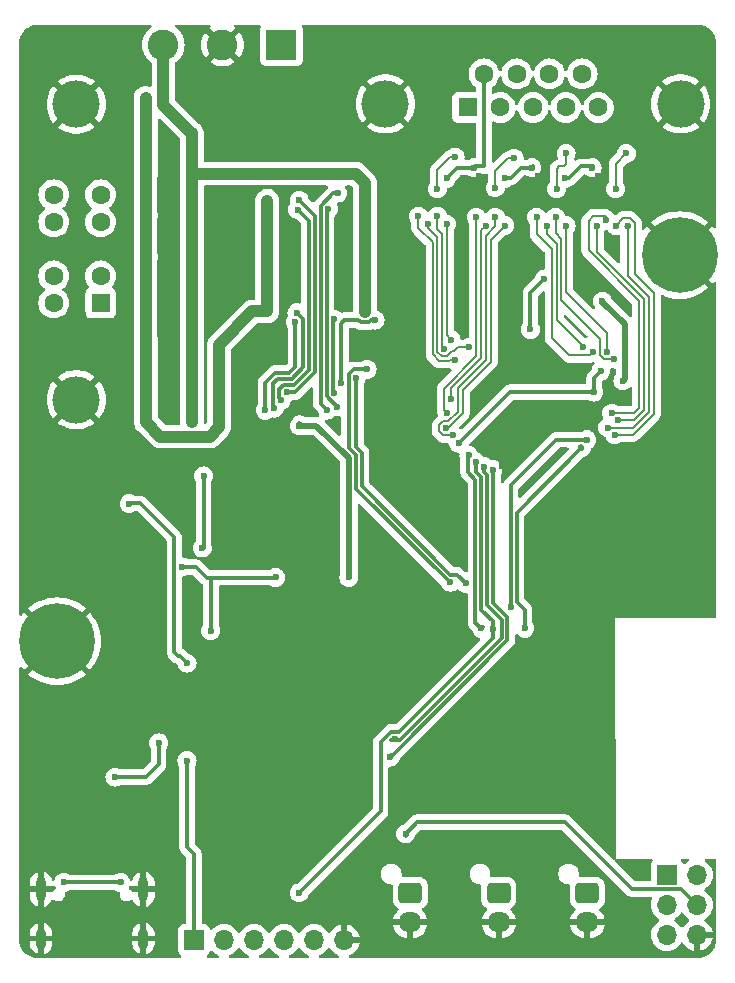
<source format=gbr>
%TF.GenerationSoftware,KiCad,Pcbnew,8.0.2*%
%TF.CreationDate,2025-01-11T16:17:31-03:00*%
%TF.ProjectId,EEG,4545472e-6b69-4636-9164-5f7063625858,rev?*%
%TF.SameCoordinates,Original*%
%TF.FileFunction,Copper,L2,Bot*%
%TF.FilePolarity,Positive*%
%FSLAX46Y46*%
G04 Gerber Fmt 4.6, Leading zero omitted, Abs format (unit mm)*
G04 Created by KiCad (PCBNEW 8.0.2) date 2025-01-11 16:17:31*
%MOMM*%
%LPD*%
G01*
G04 APERTURE LIST*
G04 Aperture macros list*
%AMRoundRect*
0 Rectangle with rounded corners*
0 $1 Rounding radius*
0 $2 $3 $4 $5 $6 $7 $8 $9 X,Y pos of 4 corners*
0 Add a 4 corners polygon primitive as box body*
4,1,4,$2,$3,$4,$5,$6,$7,$8,$9,$2,$3,0*
0 Add four circle primitives for the rounded corners*
1,1,$1+$1,$2,$3*
1,1,$1+$1,$4,$5*
1,1,$1+$1,$6,$7*
1,1,$1+$1,$8,$9*
0 Add four rect primitives between the rounded corners*
20,1,$1+$1,$2,$3,$4,$5,0*
20,1,$1+$1,$4,$5,$6,$7,0*
20,1,$1+$1,$6,$7,$8,$9,0*
20,1,$1+$1,$8,$9,$2,$3,0*%
G04 Aperture macros list end*
%TA.AperFunction,ComponentPad*%
%ADD10C,0.800000*%
%TD*%
%TA.AperFunction,ComponentPad*%
%ADD11C,6.400000*%
%TD*%
%TA.AperFunction,ComponentPad*%
%ADD12C,4.000000*%
%TD*%
%TA.AperFunction,ComponentPad*%
%ADD13R,1.600000X1.600000*%
%TD*%
%TA.AperFunction,ComponentPad*%
%ADD14C,1.600000*%
%TD*%
%TA.AperFunction,ComponentPad*%
%ADD15RoundRect,0.250000X-0.725000X0.600000X-0.725000X-0.600000X0.725000X-0.600000X0.725000X0.600000X0*%
%TD*%
%TA.AperFunction,ComponentPad*%
%ADD16O,1.950000X1.700000*%
%TD*%
%TA.AperFunction,ComponentPad*%
%ADD17O,0.900000X2.000000*%
%TD*%
%TA.AperFunction,ComponentPad*%
%ADD18O,0.900000X1.700000*%
%TD*%
%TA.AperFunction,ComponentPad*%
%ADD19R,2.600000X2.600000*%
%TD*%
%TA.AperFunction,ComponentPad*%
%ADD20C,2.600000*%
%TD*%
%TA.AperFunction,ComponentPad*%
%ADD21R,1.700000X1.700000*%
%TD*%
%TA.AperFunction,ComponentPad*%
%ADD22O,1.700000X1.700000*%
%TD*%
%TA.AperFunction,ViaPad*%
%ADD23C,0.600000*%
%TD*%
%TA.AperFunction,Conductor*%
%ADD24C,0.300000*%
%TD*%
%TA.AperFunction,Conductor*%
%ADD25C,1.000000*%
%TD*%
%TA.AperFunction,Conductor*%
%ADD26C,0.200000*%
%TD*%
%TA.AperFunction,Conductor*%
%ADD27C,0.500000*%
%TD*%
G04 APERTURE END LIST*
D10*
%TO.P,H2,1,1*%
%TO.N,GNDA*%
X188600000Y-91100000D03*
X189302944Y-89402944D03*
X189302944Y-92797056D03*
X191000000Y-88700000D03*
D11*
X191000000Y-91100000D03*
D10*
X191000000Y-93500000D03*
X192697056Y-89402944D03*
X192697056Y-92797056D03*
X193400000Y-91100000D03*
%TD*%
D12*
%TO.P,J3,0,PAD*%
%TO.N,GNDA*%
X191100000Y-78300000D03*
X166100000Y-78300000D03*
D13*
%TO.P,J3,1,1*%
%TO.N,IN0+*%
X173060000Y-78600000D03*
D14*
%TO.P,J3,2,2*%
%TO.N,IN1+*%
X175830000Y-78600000D03*
%TO.P,J3,3,3*%
%TO.N,IN3+*%
X178600000Y-78600000D03*
%TO.P,J3,4,4*%
%TO.N,IN5+*%
X181370000Y-78600000D03*
%TO.P,J3,5,5*%
%TO.N,IN7+*%
X184140000Y-78600000D03*
%TO.P,J3,6,6*%
%TO.N,IN0-*%
X174445000Y-75760000D03*
%TO.P,J3,7,7*%
%TO.N,IN2+*%
X177215000Y-75760000D03*
%TO.P,J3,8,8*%
%TO.N,IN4+*%
X179985000Y-75760000D03*
%TO.P,J3,9,9*%
%TO.N,IN6+*%
X182755000Y-75760000D03*
%TD*%
D15*
%TO.P,J7,1,Pin_1*%
%TO.N,I0*%
X168200000Y-145100000D03*
D16*
%TO.P,J7,2,Pin_2*%
%TO.N,GNDA*%
X168200000Y-147600000D03*
%TD*%
D15*
%TO.P,J8,1,Pin_1*%
%TO.N,I1*%
X175700000Y-145100000D03*
D16*
%TO.P,J8,2,Pin_2*%
%TO.N,GNDA*%
X175700000Y-147600000D03*
%TD*%
D17*
%TO.P,J2,S1,SHIELD*%
%TO.N,GNDA*%
X136960000Y-144795000D03*
D18*
X136960000Y-148965000D03*
D17*
X145600000Y-144795000D03*
D18*
X145600000Y-148965000D03*
%TD*%
D19*
%TO.P,J5,1,Pin_1*%
%TO.N,+12V*%
X157300000Y-73300000D03*
D20*
%TO.P,J5,2,Pin_2*%
%TO.N,GNDA*%
X152300000Y-73300000D03*
%TO.P,J5,3,Pin_3*%
%TO.N,-12V*%
X147300000Y-73300000D03*
%TD*%
D15*
%TO.P,J9,1,Pin_1*%
%TO.N,I2*%
X183200000Y-145100000D03*
D16*
%TO.P,J9,2,Pin_2*%
%TO.N,GNDA*%
X183200000Y-147600000D03*
%TD*%
D21*
%TO.P,J4,1,Pin_1*%
%TO.N,+3.3V*%
X149900000Y-149100000D03*
D22*
%TO.P,J4,2,Pin_2*%
%TO.N,SD_CS*%
X152440000Y-149100000D03*
%TO.P,J4,3,Pin_3*%
%TO.N,MOSI*%
X154980000Y-149100000D03*
%TO.P,J4,4,Pin_4*%
%TO.N,SCK*%
X157520000Y-149100000D03*
%TO.P,J4,5,Pin_5*%
%TO.N,MISO*%
X160060000Y-149100000D03*
%TO.P,J4,6,Pin_6*%
%TO.N,GNDA*%
X162600000Y-149100000D03*
%TD*%
D12*
%TO.P,J1,0*%
%TO.N,GNDA*%
X139930001Y-78340000D03*
X139930000Y-103340000D03*
D13*
%TO.P,J1,1*%
%TO.N,PWR_SG1*%
X141980000Y-95155000D03*
D14*
%TO.P,J1,2*%
%TO.N,PWR_SG4*%
X141980000Y-92864999D03*
%TO.P,J1,3*%
%TO.N,GNDA*%
X141980000Y-90575000D03*
%TO.P,J1,4*%
%TO.N,PWR_SG7*%
X141980000Y-88284999D03*
%TO.P,J1,5*%
%TO.N,PWR_SG6*%
X141980000Y-85995000D03*
%TO.P,J1,6*%
%TO.N,GNDA*%
X140000000Y-96300000D03*
%TO.P,J1,7*%
X140000000Y-94010000D03*
%TO.P,J1,8*%
X140000000Y-91720000D03*
%TO.P,J1,9*%
X140000000Y-89430000D03*
%TO.P,J1,10*%
X140000000Y-87140000D03*
%TO.P,J1,11*%
%TO.N,PWR_SG2*%
X138020000Y-95155000D03*
%TO.P,J1,12*%
%TO.N,PWR_SG3*%
X138020000Y-92865000D03*
%TO.P,J1,13*%
%TO.N,GNDA*%
X138020000Y-90575000D03*
%TO.P,J1,14*%
%TO.N,PWR_SG8*%
X138020000Y-88285000D03*
%TO.P,J1,15*%
%TO.N,PWR_SG5*%
X138020000Y-85995000D03*
%TD*%
D10*
%TO.P,H1,1,1*%
%TO.N,GNDA*%
X140697056Y-123797056D03*
X139994112Y-125494112D03*
X139994112Y-122100000D03*
X138297056Y-126197056D03*
D11*
X138297056Y-123797056D03*
D10*
X138297056Y-121397056D03*
X136600000Y-125494112D03*
X136600000Y-122100000D03*
X135897056Y-123797056D03*
%TD*%
D21*
%TO.P,J6,1,Pin_1*%
%TO.N,EN*%
X189925000Y-143575000D03*
D22*
%TO.P,J6,2,Pin_2*%
%TO.N,+3.3V*%
X192465000Y-143575000D03*
%TO.P,J6,3,Pin_3*%
%TO.N,TX0*%
X189925000Y-146115000D03*
%TO.P,J6,4,Pin_4*%
%TO.N,BOOT*%
X192465000Y-146115000D03*
%TO.P,J6,5,Pin_5*%
%TO.N,RX0*%
X189925000Y-148655000D03*
%TO.P,J6,6,Pin_6*%
%TO.N,GNDA*%
X192465000Y-148655000D03*
%TD*%
D23*
%TO.N,GNDA*%
X192600000Y-118100000D03*
X192600000Y-120100000D03*
X190600000Y-120100000D03*
X190600000Y-118100000D03*
X159600000Y-128100000D03*
X157600000Y-128100000D03*
X155600000Y-128100000D03*
X155600000Y-130100000D03*
X155600000Y-132100000D03*
X152600000Y-135100000D03*
X161600000Y-124100000D03*
X159600000Y-124100000D03*
X157600000Y-124100000D03*
X155600000Y-124100000D03*
X159600000Y-132100000D03*
X192600000Y-116100000D03*
X192600000Y-114100000D03*
X192600000Y-112100000D03*
X190600000Y-112100000D03*
%TO.N,BOOT*%
X167800000Y-140100000D03*
%TO.N,-12V*%
X149725000Y-91250000D03*
%TO.N,GNDA*%
X167600000Y-92100000D03*
X167600000Y-94100000D03*
X167600000Y-96100000D03*
X167600000Y-98100000D03*
X184600000Y-136100000D03*
X184600000Y-126100000D03*
X184600000Y-128100000D03*
X184600000Y-130100000D03*
X184600000Y-132100000D03*
X184600000Y-134100000D03*
X175950000Y-109000000D03*
%TO.N,MISO*%
X175198162Y-109273395D03*
%TO.N,MOSI*%
X174437701Y-109025000D03*
%TO.N,SCK*%
X173744880Y-108625000D03*
%TO.N,ADC_CS*%
X173168628Y-108070078D03*
%TO.N,GNDA*%
X182600000Y-114100000D03*
X178600000Y-118100000D03*
X180600000Y-118100000D03*
%TO.N,SDA*%
X172900000Y-118900000D03*
%TO.N,SCL*%
X171600000Y-118800000D03*
%TO.N,GNDA*%
X158400000Y-116600000D03*
X157600000Y-108100000D03*
X155600000Y-108100000D03*
X153600000Y-108100000D03*
X147600000Y-108100000D03*
X145600000Y-108100000D03*
X143600000Y-108100000D03*
X141600000Y-108100000D03*
X139600000Y-108100000D03*
X137600000Y-108100000D03*
X135600000Y-108100000D03*
X135600000Y-110100000D03*
X135600000Y-112100000D03*
X135600000Y-114100000D03*
X135600000Y-116100000D03*
X135600000Y-118100000D03*
X135600000Y-120100000D03*
X135600000Y-138100000D03*
X135600000Y-140100000D03*
X135600000Y-142100000D03*
X135600000Y-148100000D03*
X135600000Y-146100000D03*
X135600000Y-144100000D03*
X188600000Y-82100000D03*
X188600000Y-84100000D03*
X188600000Y-86100000D03*
X192600000Y-82100000D03*
X190600000Y-82100000D03*
X192600000Y-84100000D03*
X190600000Y-86100000D03*
X192600000Y-86100000D03*
X190600000Y-98100000D03*
X192600000Y-98100000D03*
X190600000Y-96100000D03*
X192600000Y-96100000D03*
X190600000Y-100100000D03*
X192600000Y-100100000D03*
X192600000Y-102100000D03*
X190600000Y-102100000D03*
X190600000Y-104100000D03*
X192600000Y-104100000D03*
X192600000Y-106100000D03*
X190600000Y-106100000D03*
X192600000Y-108100000D03*
X190600000Y-108100000D03*
X192600000Y-110100000D03*
X190600000Y-110100000D03*
X173600000Y-134100000D03*
X175600000Y-134100000D03*
X177600000Y-134100000D03*
X179600000Y-134100000D03*
X179600000Y-132100000D03*
X179600000Y-130100000D03*
X179600000Y-128100000D03*
X179600000Y-126100000D03*
X177600000Y-126100000D03*
X173600000Y-128100000D03*
X175600000Y-126100000D03*
X165600000Y-142100000D03*
X165600000Y-140100000D03*
X163600000Y-142100000D03*
X163600000Y-144100000D03*
X161600000Y-144100000D03*
X161600000Y-136100000D03*
X159600000Y-138100000D03*
X157600000Y-140100000D03*
X155600000Y-142100000D03*
X153600000Y-142100000D03*
X151600000Y-142100000D03*
X148600000Y-142100000D03*
X146600000Y-142100000D03*
X144600000Y-142100000D03*
X142600000Y-138100000D03*
X144600000Y-138100000D03*
X146600000Y-138100000D03*
X161600000Y-130100000D03*
X161600000Y-128100000D03*
%TO.N,Net-(U7-VBST)*%
X146900000Y-132400000D03*
%TO.N,+3.3V*%
X163000000Y-118400000D03*
%TO.N,-12V*%
X149725000Y-105250000D03*
X149725000Y-101750000D03*
X149725000Y-98250000D03*
X149725000Y-94750000D03*
X149725000Y-87750000D03*
X149725000Y-84250000D03*
X149725000Y-80750000D03*
%TO.N,+12V*%
X145800000Y-77800000D03*
X145825000Y-80750000D03*
X145825000Y-84250000D03*
X145825000Y-87750000D03*
X145825000Y-91250000D03*
X145825000Y-98250000D03*
X145800000Y-94700000D03*
X145825000Y-101750000D03*
X145825000Y-105250000D03*
%TO.N,Net-(U7-VBST)*%
X143200000Y-135300000D03*
%TO.N,+3.3V*%
X149300000Y-133900000D03*
%TO.N,Net-(U6-ADJ)*%
X150700000Y-109800000D03*
%TO.N,VSSA*%
X151300000Y-122900000D03*
%TO.N,reset_ADC*%
X176700000Y-120900000D03*
%TO.N,start_ADC*%
X177900000Y-122700000D03*
%TO.N,SCK*%
X175200000Y-122800000D03*
%TO.N,Net-(U6-ADJ)*%
X150600000Y-115900000D03*
%TO.N,VSSA*%
X148900000Y-117500000D03*
%TO.N,Net-(D1-A)*%
X143680000Y-144215000D03*
X138880000Y-144215000D03*
%TO.N,SCK*%
X158800000Y-145100000D03*
%TO.N,-12V*%
X164363125Y-86551250D03*
%TO.N,SDA*%
X163625000Y-101475000D03*
%TO.N,SCL*%
X164550000Y-100775001D03*
%TO.N,DAC_SG3*%
X162325000Y-101950000D03*
X165222704Y-96599574D03*
%TO.N,-12V*%
X164363125Y-95951250D03*
%TO.N,DAC_SG4*%
X161775000Y-96550000D03*
X161775000Y-102805761D03*
%TO.N,DAC_SG7*%
X161275000Y-87175000D03*
X161975000Y-103925000D03*
%TO.N,DAC_SG8*%
X161175000Y-104225000D03*
X162050000Y-85850000D03*
%TO.N,+12V*%
X156075000Y-95875000D03*
%TO.N,DAC_SG2*%
X158475000Y-96766770D03*
%TO.N,DAC_SG1*%
X158612865Y-95978737D03*
%TO.N,+12V*%
X156125000Y-86500000D03*
%TO.N,DAC_SG6*%
X158675000Y-87250000D03*
%TO.N,DAC_SG5*%
X158798367Y-86459567D03*
X157750000Y-102725000D03*
%TO.N,DAC_SG6*%
X157275000Y-103400000D03*
%TO.N,DAC_SG1*%
X156703231Y-104052449D03*
%TO.N,DAC_SG2*%
X155927210Y-104246861D03*
%TO.N,+3.3V*%
X179550000Y-93125000D03*
X178375000Y-97400000D03*
%TO.N,VDDA*%
X184475000Y-95000000D03*
X186200000Y-101750000D03*
%TO.N,Vref+*%
X184337540Y-100925781D03*
X183750000Y-102700000D03*
%TO.N,IN6-_ADC*%
X185251080Y-104487500D03*
%TO.N,IN6+_ADC*%
X185757715Y-105106633D03*
%TO.N,IN7-_ADC*%
X184917463Y-105707537D03*
%TO.N,IN7+_ADC*%
X185529630Y-106307158D03*
%TO.N,reset_ADC*%
X183143110Y-106733924D03*
%TO.N,IN4-_ADC*%
X182825000Y-98900000D03*
%TO.N,IN4+_ADC*%
X183680763Y-99313235D03*
%TO.N,IN5+_ADC*%
X185450000Y-99900001D03*
%TO.N,IN5-_ADC*%
X184880763Y-99300002D03*
%TO.N,start_ADC*%
X182700000Y-107400000D03*
%TO.N,IN2-_ADC*%
X171650735Y-103250735D03*
%TO.N,IN2+_ADC*%
X171300000Y-104450000D03*
%TO.N,GNDA*%
X165550000Y-102100000D03*
%TO.N,IN3-_ADC*%
X171226832Y-105773955D03*
%TO.N,IN3+_ADC*%
X171809850Y-106373955D03*
%TO.N,Vref+*%
X172306729Y-107023955D03*
%TO.N,IN1-_ADC*%
X171964295Y-100000000D03*
%TO.N,IN1+_ADC*%
X171100000Y-99075000D03*
%TO.N,IN0-_ADC*%
X173150000Y-98900000D03*
%TO.N,IN0+_ADC*%
X171650000Y-98257500D03*
%TO.N,GNDA*%
X144650000Y-132300000D03*
%TO.N,+3.3V*%
X149300000Y-125650000D03*
X144400000Y-112150000D03*
%TO.N,GNDA*%
X140200000Y-113300000D03*
X142750000Y-113700000D03*
X153700000Y-86700000D03*
%TO.N,+3.3V*%
X158800000Y-105550000D03*
%TO.N,GNDA*%
X184100000Y-84400000D03*
%TO.N,IN7+*%
X186500000Y-82500000D03*
%TO.N,IN0-*%
X183600000Y-83700000D03*
%TO.N,IN5+*%
X181400000Y-82500000D03*
%TO.N,IN0-*%
X181300000Y-84600000D03*
%TO.N,GNDA*%
X179000000Y-84400000D03*
X174000000Y-84400000D03*
X168900000Y-84300000D03*
%TO.N,IN7+*%
X185600000Y-85500000D03*
%TO.N,IN5+*%
X180600000Y-85500000D03*
%TO.N,IN3+*%
X175400000Y-85400000D03*
%TO.N,IN1+*%
X170500000Y-85500000D03*
%TO.N,IN0-*%
X178500000Y-83700000D03*
X176200000Y-84600000D03*
X173600000Y-83700000D03*
%TO.N,IN3+*%
X177000000Y-82900000D03*
%TO.N,IN0-*%
X171300000Y-84600000D03*
%TO.N,IN1+*%
X172000000Y-82800000D03*
%TO.N,IN7-_ADC*%
X186600000Y-88600000D03*
%TO.N,IN7+_ADC*%
X185600000Y-88600000D03*
%TO.N,IN6-_ADC*%
X184800000Y-88100000D03*
%TO.N,IN6+_ADC*%
X184000000Y-88600000D03*
%TO.N,IN4-_ADC*%
X179750000Y-88600000D03*
%TO.N,IN5-_ADC*%
X181400000Y-88600000D03*
%TO.N,IN5+_ADC*%
X180500000Y-87900000D03*
%TO.N,IN4+_ADC*%
X178900000Y-87900000D03*
%TO.N,IN0+_ADC*%
X171300000Y-88500000D03*
%TO.N,IN0-_ADC*%
X169700000Y-88500000D03*
%TO.N,IN1+_ADC*%
X170500000Y-87800000D03*
%TO.N,IN1-_ADC*%
X168900000Y-87800000D03*
%TO.N,IN3-_ADC*%
X176200000Y-88600000D03*
%TO.N,IN2-_ADC*%
X174600000Y-88600000D03*
%TO.N,IN3+_ADC*%
X175400000Y-87900000D03*
%TO.N,IN2+_ADC*%
X173800000Y-87900000D03*
%TO.N,MISO*%
X166500000Y-133600000D03*
%TO.N,MOSI*%
X166900000Y-132100000D03*
%TO.N,VSSA*%
X156800000Y-118400000D03*
%TO.N,ADC_CS*%
X174200000Y-122700000D03*
%TO.N,GNDA*%
X173600000Y-130100000D03*
X173600000Y-132100000D03*
X188600000Y-116100000D03*
X188600000Y-114100000D03*
X190600000Y-114100000D03*
X190600000Y-116100000D03*
X170600000Y-108100000D03*
X170600000Y-112100000D03*
X170600000Y-110100000D03*
X153500000Y-99900000D03*
%TD*%
D24*
%TO.N,SDA*%
X172167500Y-118150000D02*
X172890000Y-118872500D01*
X171574606Y-118150000D02*
X172167500Y-118150000D01*
X164100000Y-110675394D02*
X171574606Y-118150000D01*
X164100000Y-107844365D02*
X164100000Y-110675394D01*
X163600000Y-107344365D02*
X164100000Y-107844365D01*
X163600000Y-101500000D02*
X163600000Y-107344365D01*
X163625000Y-101475000D02*
X163600000Y-101500000D01*
D25*
%TO.N,+12V*%
X154825000Y-95875000D02*
X156075000Y-95875000D01*
X152000000Y-98700000D02*
X154825000Y-95875000D01*
X152000000Y-105700000D02*
X152000000Y-98700000D01*
X151225000Y-106475000D02*
X152000000Y-105700000D01*
X145825000Y-105250000D02*
X147050000Y-106475000D01*
X147050000Y-106475000D02*
X151225000Y-106475000D01*
X145800000Y-87725000D02*
X145800000Y-84275000D01*
X145825000Y-87750000D02*
X145800000Y-87725000D01*
X145800000Y-84275000D02*
X145825000Y-84250000D01*
X145800000Y-91225000D02*
X145800000Y-87775000D01*
X145800000Y-87775000D02*
X145825000Y-87750000D01*
X145825000Y-91250000D02*
X145800000Y-91225000D01*
D26*
%TO.N,IN0-_ADC*%
X169700000Y-88800000D02*
X169700000Y-88500000D01*
X170851471Y-99675000D02*
X170500000Y-99323529D01*
X170500000Y-99323529D02*
X170500000Y-89600000D01*
X171773529Y-99250000D02*
X171348529Y-99675000D01*
X171348529Y-99675000D02*
X170851471Y-99675000D01*
X171900000Y-99250000D02*
X171773529Y-99250000D01*
X172250000Y-98900000D02*
X171900000Y-99250000D01*
X173150000Y-98900000D02*
X172250000Y-98900000D01*
X170500000Y-89600000D02*
X169700000Y-88800000D01*
D24*
%TO.N,IN0-*%
X177540000Y-83700000D02*
X178500000Y-83700000D01*
X176200000Y-84550000D02*
X176690000Y-84550000D01*
X176690000Y-84550000D02*
X177540000Y-83700000D01*
X171300000Y-84550000D02*
X171300000Y-84560000D01*
X173600000Y-83700000D02*
X172150000Y-83700000D01*
X172150000Y-83700000D02*
X171300000Y-84550000D01*
%TO.N,VSSA*%
X156775000Y-118425000D02*
X151330000Y-118425000D01*
X156800000Y-118400000D02*
X156775000Y-118425000D01*
%TO.N,BOOT*%
X167810000Y-140110000D02*
X167810000Y-140262500D01*
X167800000Y-140100000D02*
X167810000Y-140110000D01*
X167810000Y-140090000D02*
X167800000Y-140100000D01*
D25*
%TO.N,-12V*%
X149725000Y-84175000D02*
X149700000Y-84200000D01*
X149725000Y-80800000D02*
X149725000Y-84175000D01*
X149700000Y-80775000D02*
X149725000Y-80800000D01*
X149725000Y-87750000D02*
X149725000Y-84250000D01*
X149725000Y-91250000D02*
X149725000Y-87750000D01*
X149725000Y-94750000D02*
X149725000Y-91250000D01*
X149725000Y-98250000D02*
X149725000Y-94750000D01*
X149725000Y-101750000D02*
X149725000Y-98250000D01*
X149725000Y-101750000D02*
X149725000Y-105250000D01*
X149700000Y-84200000D02*
X149700000Y-84225000D01*
X149700000Y-84225000D02*
X149725000Y-84250000D01*
X147300000Y-78400000D02*
X147300000Y-73300000D01*
X149650000Y-80750000D02*
X147300000Y-78400000D01*
%TO.N,+12V*%
X145825000Y-77825000D02*
X145800000Y-77800000D01*
X145825000Y-84250000D02*
X145825000Y-77825000D01*
X145800000Y-91275000D02*
X145800000Y-94700000D01*
X145825000Y-91250000D02*
X145800000Y-91275000D01*
X145800000Y-98225000D02*
X145800000Y-94700000D01*
X145825000Y-98250000D02*
X145800000Y-98225000D01*
X145825000Y-101700000D02*
X145825000Y-98250000D01*
X145800000Y-101725000D02*
X145825000Y-101700000D01*
X145825000Y-105250000D02*
X145825000Y-101750000D01*
D26*
%TO.N,IN7+_ADC*%
X187200000Y-88351471D02*
X186848529Y-88000000D01*
X186848529Y-88000000D02*
X186200000Y-88000000D01*
X186200000Y-88000000D02*
X185600000Y-88600000D01*
X187200000Y-92700000D02*
X187200000Y-88351471D01*
X188800000Y-104572058D02*
X188800000Y-94300000D01*
X187064900Y-106307158D02*
X188800000Y-104572058D01*
X185529630Y-106307158D02*
X187064900Y-106307158D01*
X188800000Y-94300000D02*
X187200000Y-92700000D01*
%TO.N,IN7-_ADC*%
X188400000Y-94668628D02*
X186600000Y-92868628D01*
X186600000Y-92868628D02*
X186600000Y-88600000D01*
X187099739Y-105706633D02*
X188400000Y-104406372D01*
X185509186Y-105706633D02*
X187099739Y-105706633D01*
X185508282Y-105707537D02*
X185509186Y-105706633D01*
X188400000Y-104406372D02*
X188400000Y-94668628D01*
X184917463Y-105707537D02*
X185508282Y-105707537D01*
%TO.N,IN6+_ADC*%
X184000000Y-90834314D02*
X184000000Y-88600000D01*
X188000000Y-94834314D02*
X184000000Y-90834314D01*
X187134053Y-105106633D02*
X188000000Y-104240686D01*
X188000000Y-104240686D02*
X188000000Y-94834314D01*
X185757715Y-105106633D02*
X187134053Y-105106633D01*
%TO.N,IN6-_ADC*%
X183300000Y-90700000D02*
X183300000Y-88200000D01*
X184700000Y-87800000D02*
X184800000Y-87900000D01*
X187600000Y-104075000D02*
X187600000Y-95000000D01*
X183300000Y-88200000D02*
X183700000Y-87800000D01*
X187600000Y-95000000D02*
X183300000Y-90700000D01*
X187187500Y-104487500D02*
X187600000Y-104075000D01*
X185251080Y-104487500D02*
X187187500Y-104487500D01*
X183700000Y-87800000D02*
X184700000Y-87800000D01*
X184800000Y-87900000D02*
X184800000Y-88100000D01*
%TO.N,IN3-_ADC*%
X175000000Y-89800000D02*
X176200000Y-88600000D01*
X175000000Y-100147058D02*
X175000000Y-89800000D01*
X172650735Y-102496323D02*
X175000000Y-100147058D01*
X172650735Y-104513480D02*
X172650735Y-102496323D01*
X171226832Y-105773955D02*
X171390260Y-105773955D01*
X171390260Y-105773955D02*
X172650735Y-104513480D01*
%TO.N,IN3+_ADC*%
X175400000Y-88648529D02*
X175400000Y-87900000D01*
X174600000Y-99981372D02*
X174600000Y-89448529D01*
X172250735Y-104347794D02*
X172250735Y-102330637D01*
X170626832Y-105525426D02*
X170978303Y-105173955D01*
X170978303Y-105173955D02*
X171424574Y-105173955D01*
X170626832Y-106022484D02*
X170626832Y-105525426D01*
X174600000Y-89448529D02*
X175400000Y-88648529D01*
X170978303Y-106373955D02*
X170626832Y-106022484D01*
X171809850Y-106373955D02*
X170978303Y-106373955D01*
X172250735Y-102330637D02*
X174600000Y-99981372D01*
X171424574Y-105173955D02*
X172250735Y-104347794D01*
%TO.N,IN2-_ADC*%
X174200000Y-89000000D02*
X174600000Y-88600000D01*
X174200000Y-99815686D02*
X174200000Y-89000000D01*
X171650735Y-102364951D02*
X174200000Y-99815686D01*
X171650735Y-103250735D02*
X171650735Y-102364951D01*
D24*
%TO.N,reset_ADC*%
X176700000Y-110592893D02*
X176700000Y-120900000D01*
X180558969Y-106733924D02*
X176700000Y-110592893D01*
X183143110Y-106733924D02*
X180558969Y-106733924D01*
%TO.N,ADC_CS*%
X173715687Y-122215687D02*
X174200000Y-122700000D01*
X173715687Y-110124371D02*
X173715687Y-122215687D01*
X173168628Y-108070078D02*
X173094880Y-108143826D01*
X173094880Y-108143826D02*
X173094880Y-109503564D01*
X173094880Y-109503564D02*
X173715687Y-110124371D01*
%TO.N,SCK*%
X175200000Y-122100000D02*
X175200000Y-122800000D01*
X174215687Y-109917265D02*
X174215687Y-121115687D01*
X173744880Y-108625000D02*
X173831671Y-108711791D01*
X173787701Y-108755761D02*
X173787701Y-109489279D01*
X173831671Y-108711791D02*
X173787701Y-108755761D01*
X174215687Y-121115687D02*
X175200000Y-122100000D01*
X173787701Y-109489279D02*
X174215687Y-109917265D01*
%TO.N,MOSI*%
X166947500Y-132147500D02*
X166900000Y-132100000D01*
X167295197Y-132147500D02*
X166947500Y-132147500D01*
X175930000Y-123512697D02*
X167295197Y-132147500D01*
X175930000Y-121972894D02*
X175930000Y-123512697D01*
X174715687Y-120758581D02*
X175930000Y-121972894D01*
X174437701Y-109432173D02*
X174715687Y-109710159D01*
X174437701Y-109025000D02*
X174437701Y-109432173D01*
X174715687Y-109710159D02*
X174715687Y-120758581D01*
%TO.N,MISO*%
X166732304Y-133417500D02*
X166560000Y-133417500D01*
X176430000Y-121765788D02*
X176430000Y-123719804D01*
X175215687Y-120551475D02*
X176430000Y-121765788D01*
X176430000Y-123719804D02*
X166732304Y-133417500D01*
X175215687Y-109290920D02*
X175215687Y-120551475D01*
X175198162Y-109273395D02*
X175215687Y-109290920D01*
%TO.N,ADC_CS*%
X174350000Y-122572500D02*
X174222500Y-122700000D01*
X174222500Y-122700000D02*
X174200000Y-122700000D01*
%TO.N,start_ADC*%
X177200000Y-112900000D02*
X182700000Y-107400000D01*
X177200000Y-120480761D02*
X177200000Y-112900000D01*
X177900000Y-121180761D02*
X177200000Y-120480761D01*
X177900000Y-122700000D02*
X177900000Y-121180761D01*
%TO.N,SCK*%
X175200000Y-123500000D02*
X175200000Y-122800000D01*
X167250000Y-131450000D02*
X175200000Y-123500000D01*
X165700000Y-132300393D02*
X166550393Y-131450000D01*
X158800000Y-145100000D02*
X165700000Y-138200000D01*
X165700000Y-138200000D02*
X165700000Y-132300393D01*
X166550393Y-131450000D02*
X167250000Y-131450000D01*
%TO.N,Net-(D1-A)*%
X138880000Y-144215000D02*
X143680000Y-144215000D01*
%TO.N,Net-(U7-VBST)*%
X145830000Y-135300000D02*
X143200000Y-135300000D01*
X146900000Y-134230000D02*
X145830000Y-135300000D01*
X146900000Y-132400000D02*
X146900000Y-134230000D01*
%TO.N,Net-(U6-ADJ)*%
X150700000Y-109845000D02*
X150667500Y-109812500D01*
X150700000Y-115905000D02*
X150700000Y-109845000D01*
X150670000Y-115935000D02*
X150700000Y-115905000D01*
%TO.N,DAC_SG4*%
X161675000Y-96650000D02*
X161675000Y-102705761D01*
X161775000Y-96550000D02*
X161675000Y-96650000D01*
X161675000Y-102705761D02*
X161775000Y-102805761D01*
%TO.N,DAC_SG1*%
X156600000Y-103949218D02*
X156703231Y-104052449D01*
X156600000Y-101950000D02*
X156600000Y-103949218D01*
X158157107Y-101575000D02*
X156975000Y-101575000D01*
X156975000Y-101575000D02*
X156600000Y-101950000D01*
X159125000Y-100607107D02*
X158157107Y-101575000D01*
X158612865Y-95978737D02*
X159125000Y-96490872D01*
X159125000Y-96490872D02*
X159125000Y-100607107D01*
%TO.N,DAC_SG3*%
X162325000Y-96900000D02*
X162325000Y-101950000D01*
X162625426Y-96599574D02*
X162325000Y-96900000D01*
X163809367Y-96599574D02*
X162625426Y-96599574D01*
X164715207Y-96801250D02*
X164011043Y-96801250D01*
X164916883Y-96599574D02*
X164715207Y-96801250D01*
X165222704Y-96599574D02*
X164916883Y-96599574D01*
X164011043Y-96801250D02*
X163809367Y-96599574D01*
%TO.N,DAC_SG8*%
X160625000Y-86905761D02*
X160625000Y-103675000D01*
X160625000Y-103675000D02*
X161175000Y-104225000D01*
X162050000Y-85850000D02*
X161680761Y-85850000D01*
X161680761Y-85850000D02*
X160625000Y-86905761D01*
%TO.N,SCL*%
X163600000Y-110882500D02*
X171620000Y-118902500D01*
X163600000Y-108051472D02*
X163600000Y-110882500D01*
X162975000Y-101205761D02*
X162975000Y-107426472D01*
X162975000Y-107426472D02*
X163600000Y-108051472D01*
X163405760Y-100775001D02*
X162975000Y-101205761D01*
X164550000Y-100775001D02*
X163405760Y-100775001D01*
%TO.N,DAC_SG7*%
X161125000Y-87325000D02*
X161275000Y-87175000D01*
X161125000Y-103075000D02*
X161125000Y-87325000D01*
X161975000Y-103925000D02*
X161125000Y-103075000D01*
D25*
%TO.N,+12V*%
X156100000Y-95850000D02*
X156075000Y-95875000D01*
X156100000Y-86500000D02*
X156100000Y-95850000D01*
D24*
%TO.N,DAC_SG2*%
X155927210Y-101915683D02*
X155927210Y-104246861D01*
X157950000Y-101075000D02*
X156767893Y-101075000D01*
X158475000Y-100550000D02*
X157950000Y-101075000D01*
X158475000Y-96766770D02*
X158475000Y-100550000D01*
X156767893Y-101075000D02*
X155927210Y-101915683D01*
%TO.N,DAC_SG5*%
X158421321Y-102725000D02*
X157750000Y-102725000D01*
X160125000Y-101021321D02*
X158421321Y-102725000D01*
X160125000Y-87780761D02*
X160125000Y-101021321D01*
X158938800Y-86600000D02*
X158944239Y-86600000D01*
X158944239Y-86600000D02*
X160125000Y-87780761D01*
X158798367Y-86459567D02*
X158938800Y-86600000D01*
%TO.N,DAC_SG6*%
X158364214Y-102075000D02*
X157480761Y-102075000D01*
X159625000Y-88200000D02*
X159625000Y-100814214D01*
X157100000Y-102455761D02*
X157100000Y-103225000D01*
X158675000Y-87250000D02*
X159625000Y-88200000D01*
X159625000Y-100814214D02*
X158364214Y-102075000D01*
X157480761Y-102075000D02*
X157100000Y-102455761D01*
X157100000Y-103225000D02*
X157275000Y-103400000D01*
D27*
%TO.N,+3.3V*%
X163000000Y-108300000D02*
X160250000Y-105550000D01*
X160250000Y-105550000D02*
X158800000Y-105550000D01*
X163000000Y-118400000D02*
X163000000Y-108300000D01*
D26*
%TO.N,IN1-_ADC*%
X168900000Y-88800000D02*
X168900000Y-87800000D01*
X170100000Y-99500000D02*
X170100000Y-90000000D01*
X170675000Y-100075000D02*
X170100000Y-99500000D01*
X171589215Y-100000000D02*
X171514215Y-100075000D01*
X171514215Y-100075000D02*
X170675000Y-100075000D01*
X170100000Y-90000000D02*
X168900000Y-88800000D01*
X171964295Y-100000000D02*
X171589215Y-100000000D01*
D24*
%TO.N,+3.3V*%
X178375000Y-94300000D02*
X178375000Y-97400000D01*
X179550000Y-93125000D02*
X178375000Y-94300000D01*
D27*
%TO.N,VDDA*%
X184475000Y-95070000D02*
X184475000Y-95000000D01*
X186350000Y-96945000D02*
X184475000Y-95070000D01*
X186350000Y-101625000D02*
X186350000Y-96945000D01*
X186275000Y-101700000D02*
X186350000Y-101625000D01*
D24*
%TO.N,Vref+*%
X176630684Y-102700000D02*
X183750000Y-102700000D01*
X172306729Y-107023955D02*
X176630684Y-102700000D01*
X183750000Y-101513321D02*
X184337540Y-100925781D01*
X183750000Y-102700000D02*
X183750000Y-101513321D01*
D26*
%TO.N,IN4-_ADC*%
X182800000Y-98875000D02*
X182825000Y-98900000D01*
%TO.N,IN4+_ADC*%
X183680763Y-99313235D02*
X183393998Y-99600000D01*
X183393998Y-99600000D02*
X181650000Y-99600000D01*
%TO.N,IN5+_ADC*%
X184632233Y-99900001D02*
X185450000Y-99900001D01*
X184280763Y-99548531D02*
X184632233Y-99900001D01*
X184280763Y-98180763D02*
X184280763Y-99548531D01*
X181000000Y-94900000D02*
X184280763Y-98180763D01*
X181000000Y-89700000D02*
X181000000Y-94900000D01*
X180500000Y-89200000D02*
X181000000Y-89700000D01*
X180500000Y-87900000D02*
X180500000Y-89200000D01*
%TO.N,IN5-_ADC*%
X184880763Y-97730763D02*
X184880763Y-99300002D01*
X181400000Y-94250000D02*
X184880763Y-97730763D01*
X181400000Y-88600000D02*
X181400000Y-94250000D01*
%TO.N,IN2+_ADC*%
X171050000Y-102400000D02*
X173800000Y-99650000D01*
X173800000Y-99650000D02*
X173800000Y-87900000D01*
X171300000Y-104450000D02*
X171050000Y-104200000D01*
X171050000Y-104200000D02*
X171050000Y-102400000D01*
%TO.N,IN1+_ADC*%
X170500000Y-88900000D02*
X170500000Y-87800000D01*
X170900000Y-89300000D02*
X170500000Y-88900000D01*
X170900000Y-99000000D02*
X170900000Y-89300000D01*
X171100000Y-99075000D02*
X170975000Y-99075000D01*
X170975000Y-99075000D02*
X170900000Y-99000000D01*
%TO.N,IN0+_ADC*%
X171300000Y-97907500D02*
X171300000Y-88400000D01*
X171650000Y-98257500D02*
X171300000Y-97907500D01*
%TO.N,IN4+_ADC*%
X178900000Y-89300000D02*
X180200000Y-90600000D01*
X180200000Y-98150000D02*
X181650000Y-99600000D01*
X178900000Y-87900000D02*
X178900000Y-89300000D01*
X180200000Y-90600000D02*
X180200000Y-98150000D01*
D24*
%TO.N,+3.3V*%
X144405000Y-112125000D02*
X144430000Y-112125000D01*
X144400000Y-112150000D02*
X144405000Y-112125000D01*
X144455000Y-112125000D02*
X144400000Y-112150000D01*
D27*
X158950001Y-105550000D02*
X158825000Y-105424999D01*
X158800000Y-105550000D02*
X158950001Y-105550000D01*
D26*
%TO.N,IN7+*%
X185600000Y-83400000D02*
X186500000Y-82500000D01*
X185600000Y-85500000D02*
X185600000Y-83400000D01*
D24*
%TO.N,IN0-*%
X183500000Y-83600000D02*
X183600000Y-83700000D01*
D26*
%TO.N,IN5+*%
X181400000Y-83400000D02*
X181400000Y-82500000D01*
X181200000Y-83600000D02*
X181400000Y-83400000D01*
X180800000Y-83600000D02*
X181200000Y-83600000D01*
X180600000Y-83800000D02*
X180800000Y-83600000D01*
X180600000Y-85500000D02*
X180600000Y-83800000D01*
%TO.N,IN1+*%
X170500000Y-85500000D02*
X170500000Y-83900000D01*
%TO.N,IN3+*%
X176500000Y-82900000D02*
X177000000Y-82900000D01*
X175400000Y-84000000D02*
X176500000Y-82900000D01*
X175400000Y-85400000D02*
X175400000Y-84000000D01*
D24*
%TO.N,IN0-*%
X173700000Y-83600000D02*
X173600000Y-83700000D01*
D26*
%TO.N,IN1+*%
X171600000Y-82800000D02*
X172000000Y-82800000D01*
X170500000Y-83900000D02*
X171600000Y-82800000D01*
%TO.N,IN4-_ADC*%
X179750000Y-89350000D02*
X179750000Y-88600000D01*
D24*
%TO.N,+3.3V*%
X148680000Y-125025000D02*
X149280000Y-125625000D01*
X148530000Y-125025000D02*
X148230000Y-124725000D01*
X145349239Y-112125000D02*
X144455000Y-112125000D01*
X149900000Y-141800000D02*
X149300000Y-141200000D01*
X148530000Y-125025000D02*
X148680000Y-125025000D01*
X149900000Y-149100000D02*
X149900000Y-141800000D01*
X149300000Y-141200000D02*
X149300000Y-133900000D01*
X148230000Y-115005761D02*
X145349239Y-112125000D01*
X148230000Y-124725000D02*
X148230000Y-115005761D01*
%TO.N,VSSA*%
X151330000Y-122925000D02*
X151330000Y-118425000D01*
X151330000Y-118425000D02*
X150980000Y-118425000D01*
X150080000Y-117525000D02*
X148900000Y-117500000D01*
X150980000Y-118425000D02*
X150080000Y-117525000D01*
%TO.N,IN0-*%
X174455000Y-83545000D02*
X174400000Y-83600000D01*
X174400000Y-83600000D02*
X173700000Y-83600000D01*
X181300000Y-84610000D02*
X181640000Y-84610000D01*
X174455000Y-75765331D02*
X174455000Y-83545000D01*
X182650000Y-83600000D02*
X183500000Y-83600000D01*
X181640000Y-84610000D02*
X182650000Y-83600000D01*
D25*
%TO.N,-12V*%
X149700000Y-84200000D02*
X163600000Y-84200000D01*
X164363125Y-95951250D02*
X164363125Y-86551250D01*
X164363125Y-84963125D02*
X164363125Y-86551250D01*
X163600000Y-84200000D02*
X164363125Y-84963125D01*
D26*
%TO.N,IN4-_ADC*%
X180600000Y-96579289D02*
X182800000Y-98779289D01*
X180600000Y-90200000D02*
X180600000Y-96579289D01*
X179750000Y-89350000D02*
X180600000Y-90200000D01*
X182800000Y-98779289D02*
X182800000Y-98875000D01*
D24*
%TO.N,BOOT*%
X192465000Y-146115000D02*
X191125000Y-144775000D01*
X191125000Y-144775000D02*
X186975000Y-144775000D01*
X186975000Y-144775000D02*
X181300000Y-139100000D01*
X181300000Y-139100000D02*
X168786250Y-139100000D01*
%TO.N,+3.3V*%
X149300000Y-133900000D02*
X149295000Y-133900000D01*
D26*
%TO.N,IN5+*%
X180550000Y-85450000D02*
X180600000Y-85500000D01*
%TO.N,IN7+*%
X185600000Y-85450000D02*
X185600000Y-85500000D01*
D24*
%TO.N,BOOT*%
X168786250Y-139100000D02*
X167810000Y-140076250D01*
X167810000Y-140076250D02*
X167810000Y-140090000D01*
%TO.N,+3.3V*%
X149295000Y-133900000D02*
X149280000Y-133915000D01*
D26*
%TO.N,IN5-_ADC*%
X181350000Y-88600000D02*
X181400000Y-88600000D01*
%TO.N,IN7-_ADC*%
X186600000Y-88600000D02*
X186400000Y-88600000D01*
%TO.N,IN1+*%
X170500000Y-85450000D02*
X170500000Y-85500000D01*
D24*
%TO.N,IN0-*%
X178600000Y-83600000D02*
X178500000Y-83700000D01*
X183600000Y-83700000D02*
X183700000Y-83600000D01*
%TO.N,start_ADC*%
X177970000Y-122762500D02*
X177900000Y-122700000D01*
X182700000Y-107400000D02*
X182700000Y-107300000D01*
D26*
%TO.N,IN4-_ADC*%
X182825000Y-98900000D02*
X182800000Y-98925000D01*
X182800000Y-98925000D02*
X182800000Y-99050000D01*
D27*
%TO.N,VDDA*%
X184475000Y-95000000D02*
X184405000Y-95000000D01*
X184405000Y-95000000D02*
X184400000Y-94995000D01*
D24*
%TO.N,VSSA*%
X148900000Y-117500000D02*
X148880000Y-117525000D01*
%TO.N,ADC_CS*%
X174200000Y-122700000D02*
X174200000Y-122722500D01*
X174200000Y-122722500D02*
X174160000Y-122762500D01*
%TO.N,Net-(U6-ADJ)*%
X150667500Y-109812500D02*
X150667500Y-109775000D01*
%TO.N,Net-(U7-VBST)*%
X143200000Y-135300000D02*
X143192500Y-135237500D01*
X146942500Y-132475000D02*
X146900000Y-132400000D01*
%TO.N,MOSI*%
X166900000Y-132100000D02*
X166852500Y-132147500D01*
X166852500Y-132147500D02*
X166560000Y-132147500D01*
%TD*%
%TA.AperFunction,Conductor*%
%TO.N,GNDA*%
G36*
X144600000Y-98100000D02*
G01*
X135100500Y-98100000D01*
X135100500Y-92864998D01*
X136714532Y-92864998D01*
X136714532Y-92865001D01*
X136734364Y-93091686D01*
X136734366Y-93091697D01*
X136793258Y-93311488D01*
X136793261Y-93311497D01*
X136889431Y-93517732D01*
X136889432Y-93517734D01*
X137019954Y-93704141D01*
X137180859Y-93865046D01*
X137242811Y-93908425D01*
X137286436Y-93963002D01*
X137293630Y-94032500D01*
X137262107Y-94094855D01*
X137242811Y-94111575D01*
X137180859Y-94154953D01*
X137019954Y-94315858D01*
X136889432Y-94502265D01*
X136889431Y-94502267D01*
X136793261Y-94708502D01*
X136793258Y-94708511D01*
X136734366Y-94928302D01*
X136734364Y-94928313D01*
X136714532Y-95154998D01*
X136714532Y-95155001D01*
X136734364Y-95381686D01*
X136734366Y-95381697D01*
X136793258Y-95601488D01*
X136793261Y-95601497D01*
X136889431Y-95807732D01*
X136889432Y-95807734D01*
X137019954Y-95994141D01*
X137180858Y-96155045D01*
X137180861Y-96155047D01*
X137367266Y-96285568D01*
X137573504Y-96381739D01*
X137793308Y-96440635D01*
X137955230Y-96454801D01*
X138019998Y-96460468D01*
X138020000Y-96460468D01*
X138020002Y-96460468D01*
X138076807Y-96455498D01*
X138246692Y-96440635D01*
X138466496Y-96381739D01*
X138672734Y-96285568D01*
X138859139Y-96155047D01*
X139020047Y-95994139D01*
X139150568Y-95807734D01*
X139246739Y-95601496D01*
X139305635Y-95381692D01*
X139325468Y-95155000D01*
X139305635Y-94928308D01*
X139246739Y-94708504D01*
X139150568Y-94502266D01*
X139020047Y-94315861D01*
X139020045Y-94315858D01*
X138859142Y-94154955D01*
X138798753Y-94112671D01*
X138797188Y-94111574D01*
X138753563Y-94056999D01*
X138746369Y-93987501D01*
X138777891Y-93925146D01*
X138797188Y-93908425D01*
X138859139Y-93865047D01*
X139020047Y-93704139D01*
X139150568Y-93517734D01*
X139246739Y-93311496D01*
X139305635Y-93091692D01*
X139325468Y-92865000D01*
X139325468Y-92864997D01*
X140674532Y-92864997D01*
X140674532Y-92865000D01*
X140694364Y-93091685D01*
X140694366Y-93091696D01*
X140753258Y-93311487D01*
X140753261Y-93311496D01*
X140849431Y-93517731D01*
X140849432Y-93517733D01*
X140979954Y-93704140D01*
X140982845Y-93707031D01*
X141016330Y-93768354D01*
X141011346Y-93838046D01*
X140969474Y-93893979D01*
X140938505Y-93910891D01*
X140937675Y-93911200D01*
X140937664Y-93911206D01*
X140822455Y-93997452D01*
X140822452Y-93997455D01*
X140736206Y-94112664D01*
X140736202Y-94112671D01*
X140685908Y-94247517D01*
X140679501Y-94307116D01*
X140679501Y-94307123D01*
X140679500Y-94307135D01*
X140679500Y-96002870D01*
X140679501Y-96002876D01*
X140685908Y-96062483D01*
X140736202Y-96197328D01*
X140736206Y-96197335D01*
X140822452Y-96312544D01*
X140822455Y-96312547D01*
X140937664Y-96398793D01*
X140937671Y-96398797D01*
X141072517Y-96449091D01*
X141072516Y-96449091D01*
X141079444Y-96449835D01*
X141132127Y-96455500D01*
X142827872Y-96455499D01*
X142887483Y-96449091D01*
X143022331Y-96398796D01*
X143137546Y-96312546D01*
X143223796Y-96197331D01*
X143274091Y-96062483D01*
X143280500Y-96002873D01*
X143280499Y-94307128D01*
X143274091Y-94247517D01*
X143223796Y-94112669D01*
X143223795Y-94112668D01*
X143223793Y-94112664D01*
X143137547Y-93997455D01*
X143137544Y-93997452D01*
X143022335Y-93911206D01*
X143022328Y-93911202D01*
X143021501Y-93910894D01*
X143020794Y-93910364D01*
X143014546Y-93906953D01*
X143015036Y-93906054D01*
X142965567Y-93869023D01*
X142941150Y-93803559D01*
X142956002Y-93735286D01*
X142977153Y-93707031D01*
X142980047Y-93704138D01*
X143110568Y-93517733D01*
X143206739Y-93311495D01*
X143265635Y-93091691D01*
X143285468Y-92864999D01*
X143265635Y-92638307D01*
X143206739Y-92418503D01*
X143110568Y-92212265D01*
X142980047Y-92025860D01*
X142980045Y-92025857D01*
X142819141Y-91864953D01*
X142632734Y-91734431D01*
X142632732Y-91734430D01*
X142426497Y-91638260D01*
X142426488Y-91638257D01*
X142206697Y-91579365D01*
X142206693Y-91579364D01*
X142206692Y-91579364D01*
X142206691Y-91579363D01*
X142206686Y-91579363D01*
X141980002Y-91559531D01*
X141979998Y-91559531D01*
X141753313Y-91579363D01*
X141753302Y-91579365D01*
X141533511Y-91638257D01*
X141533502Y-91638260D01*
X141327267Y-91734430D01*
X141327265Y-91734431D01*
X141140858Y-91864953D01*
X140979954Y-92025857D01*
X140849432Y-92212264D01*
X140849431Y-92212266D01*
X140753261Y-92418501D01*
X140753258Y-92418510D01*
X140694366Y-92638301D01*
X140694364Y-92638312D01*
X140674532Y-92864997D01*
X139325468Y-92864997D01*
X139305635Y-92638308D01*
X139246739Y-92418504D01*
X139150568Y-92212266D01*
X139020047Y-92025861D01*
X139020046Y-92025860D01*
X139020045Y-92025858D01*
X138859141Y-91864954D01*
X138672734Y-91734432D01*
X138672732Y-91734431D01*
X138466497Y-91638261D01*
X138466488Y-91638258D01*
X138246697Y-91579366D01*
X138246693Y-91579365D01*
X138246692Y-91579365D01*
X138246691Y-91579364D01*
X138246686Y-91579364D01*
X138020002Y-91559532D01*
X138019998Y-91559532D01*
X137793313Y-91579364D01*
X137793302Y-91579366D01*
X137573511Y-91638258D01*
X137573502Y-91638261D01*
X137367267Y-91734431D01*
X137367265Y-91734432D01*
X137180858Y-91864954D01*
X137019954Y-92025858D01*
X136889432Y-92212265D01*
X136889431Y-92212267D01*
X136793261Y-92418502D01*
X136793258Y-92418511D01*
X136734366Y-92638302D01*
X136734364Y-92638313D01*
X136714532Y-92864998D01*
X135100500Y-92864998D01*
X135100500Y-85994998D01*
X136714532Y-85994998D01*
X136714532Y-85995001D01*
X136734364Y-86221686D01*
X136734366Y-86221697D01*
X136793258Y-86441488D01*
X136793261Y-86441497D01*
X136889431Y-86647732D01*
X136889432Y-86647734D01*
X137019954Y-86834141D01*
X137180859Y-86995046D01*
X137242811Y-87038425D01*
X137286436Y-87093002D01*
X137293630Y-87162500D01*
X137262107Y-87224855D01*
X137242811Y-87241575D01*
X137180859Y-87284953D01*
X137019954Y-87445858D01*
X136889432Y-87632265D01*
X136889431Y-87632267D01*
X136793261Y-87838502D01*
X136793258Y-87838511D01*
X136734366Y-88058302D01*
X136734364Y-88058313D01*
X136714532Y-88284998D01*
X136714532Y-88285001D01*
X136734364Y-88511686D01*
X136734366Y-88511697D01*
X136793258Y-88731488D01*
X136793261Y-88731497D01*
X136889431Y-88937732D01*
X136889432Y-88937734D01*
X137019954Y-89124141D01*
X137180858Y-89285045D01*
X137180861Y-89285047D01*
X137367266Y-89415568D01*
X137573504Y-89511739D01*
X137793308Y-89570635D01*
X137955230Y-89584801D01*
X138019998Y-89590468D01*
X138020000Y-89590468D01*
X138020002Y-89590468D01*
X138076673Y-89585509D01*
X138246692Y-89570635D01*
X138466496Y-89511739D01*
X138672734Y-89415568D01*
X138859139Y-89285047D01*
X139020047Y-89124139D01*
X139150568Y-88937734D01*
X139246739Y-88731496D01*
X139305635Y-88511692D01*
X139325468Y-88285000D01*
X139305635Y-88058308D01*
X139246739Y-87838504D01*
X139150568Y-87632266D01*
X139020047Y-87445861D01*
X139020046Y-87445860D01*
X139020045Y-87445858D01*
X138859142Y-87284955D01*
X138848079Y-87277208D01*
X138797188Y-87241574D01*
X138753563Y-87186999D01*
X138746369Y-87117501D01*
X138777891Y-87055146D01*
X138797188Y-87038425D01*
X138859139Y-86995047D01*
X139020047Y-86834139D01*
X139150568Y-86647734D01*
X139246739Y-86441496D01*
X139305635Y-86221692D01*
X139325468Y-85995000D01*
X139325468Y-85994998D01*
X140674532Y-85994998D01*
X140674532Y-85995001D01*
X140694364Y-86221686D01*
X140694366Y-86221697D01*
X140753258Y-86441488D01*
X140753261Y-86441497D01*
X140849431Y-86647732D01*
X140849432Y-86647734D01*
X140979954Y-86834141D01*
X141140858Y-86995045D01*
X141202810Y-87038424D01*
X141246435Y-87093000D01*
X141253629Y-87162499D01*
X141222107Y-87224854D01*
X141202811Y-87241574D01*
X141140856Y-87284955D01*
X140979954Y-87445857D01*
X140849432Y-87632264D01*
X140849431Y-87632266D01*
X140753261Y-87838501D01*
X140753258Y-87838510D01*
X140694366Y-88058301D01*
X140694364Y-88058312D01*
X140674532Y-88284997D01*
X140674532Y-88285000D01*
X140694364Y-88511685D01*
X140694366Y-88511696D01*
X140753258Y-88731487D01*
X140753261Y-88731496D01*
X140849431Y-88937731D01*
X140849432Y-88937733D01*
X140979954Y-89124140D01*
X141140858Y-89285044D01*
X141140861Y-89285046D01*
X141327266Y-89415567D01*
X141533504Y-89511738D01*
X141753308Y-89570634D01*
X141915230Y-89584800D01*
X141979998Y-89590467D01*
X141980000Y-89590467D01*
X141980002Y-89590467D01*
X142036673Y-89585508D01*
X142206692Y-89570634D01*
X142426496Y-89511738D01*
X142632734Y-89415567D01*
X142819139Y-89285046D01*
X142980047Y-89124138D01*
X143110568Y-88937733D01*
X143206739Y-88731495D01*
X143265635Y-88511691D01*
X143285468Y-88284999D01*
X143265635Y-88058307D01*
X143206739Y-87838503D01*
X143110568Y-87632265D01*
X142980047Y-87445860D01*
X142980045Y-87445857D01*
X142819140Y-87284952D01*
X142757189Y-87241574D01*
X142713564Y-87186997D01*
X142706370Y-87117499D01*
X142737893Y-87055144D01*
X142757188Y-87038425D01*
X142819139Y-86995047D01*
X142980047Y-86834139D01*
X143110568Y-86647734D01*
X143206739Y-86441496D01*
X143265635Y-86221692D01*
X143285468Y-85995000D01*
X143265635Y-85768308D01*
X143206739Y-85548504D01*
X143110568Y-85342266D01*
X142980047Y-85155861D01*
X142980045Y-85155858D01*
X142819141Y-84994954D01*
X142632734Y-84864432D01*
X142632732Y-84864431D01*
X142426497Y-84768261D01*
X142426488Y-84768258D01*
X142206697Y-84709366D01*
X142206693Y-84709365D01*
X142206692Y-84709365D01*
X142206691Y-84709364D01*
X142206686Y-84709364D01*
X141980002Y-84689532D01*
X141979998Y-84689532D01*
X141753313Y-84709364D01*
X141753302Y-84709366D01*
X141533511Y-84768258D01*
X141533502Y-84768261D01*
X141327267Y-84864431D01*
X141327265Y-84864432D01*
X141140858Y-84994954D01*
X140979954Y-85155858D01*
X140849432Y-85342265D01*
X140849431Y-85342267D01*
X140753261Y-85548502D01*
X140753258Y-85548511D01*
X140694366Y-85768302D01*
X140694364Y-85768313D01*
X140674532Y-85994998D01*
X139325468Y-85994998D01*
X139305635Y-85768308D01*
X139246739Y-85548504D01*
X139150568Y-85342266D01*
X139020047Y-85155861D01*
X139020045Y-85155858D01*
X138859141Y-84994954D01*
X138672734Y-84864432D01*
X138672732Y-84864431D01*
X138466497Y-84768261D01*
X138466488Y-84768258D01*
X138246697Y-84709366D01*
X138246693Y-84709365D01*
X138246692Y-84709365D01*
X138246691Y-84709364D01*
X138246686Y-84709364D01*
X138020002Y-84689532D01*
X138019998Y-84689532D01*
X137793313Y-84709364D01*
X137793302Y-84709366D01*
X137573511Y-84768258D01*
X137573502Y-84768261D01*
X137367267Y-84864431D01*
X137367265Y-84864432D01*
X137180858Y-84994954D01*
X137019954Y-85155858D01*
X136889432Y-85342265D01*
X136889431Y-85342267D01*
X136793261Y-85548502D01*
X136793258Y-85548511D01*
X136734366Y-85768302D01*
X136734364Y-85768313D01*
X136714532Y-85994998D01*
X135100500Y-85994998D01*
X135100500Y-84100000D01*
X144600000Y-84100000D01*
X144600000Y-98100000D01*
G37*
%TD.AperFunction*%
%TD*%
%TA.AperFunction,Conductor*%
%TO.N,GNDA*%
G36*
X138077317Y-144480195D02*
G01*
X138133251Y-144522066D01*
X138151024Y-144555417D01*
X138154210Y-144564520D01*
X138182987Y-144610319D01*
X138201987Y-144677556D01*
X138181619Y-144744391D01*
X138139994Y-144783677D01*
X138051991Y-144834486D01*
X138051982Y-144834493D01*
X137949493Y-144936982D01*
X137949489Y-144936988D01*
X137922924Y-144983000D01*
X137872357Y-145031216D01*
X137815537Y-145045000D01*
X137260000Y-145045000D01*
X137260000Y-144545000D01*
X137909998Y-144545000D01*
X137946302Y-144508696D01*
X138007625Y-144475211D01*
X138077317Y-144480195D01*
G37*
%TD.AperFunction*%
%TA.AperFunction,Conductor*%
G36*
X144583208Y-144486355D02*
G01*
X144613696Y-144508696D01*
X144650000Y-144545000D01*
X145300000Y-144545000D01*
X145300000Y-145045000D01*
X144744463Y-145045000D01*
X144677424Y-145025315D01*
X144637076Y-144983000D01*
X144632647Y-144975329D01*
X144610509Y-144936985D01*
X144508015Y-144834491D01*
X144420005Y-144783678D01*
X144371790Y-144733110D01*
X144358568Y-144664503D01*
X144377011Y-144610320D01*
X144405789Y-144564522D01*
X144408973Y-144555424D01*
X144449694Y-144498647D01*
X144514646Y-144472899D01*
X144583208Y-144486355D01*
G37*
%TD.AperFunction*%
%TA.AperFunction,Conductor*%
G36*
X146261521Y-71620185D02*
G01*
X146307276Y-71672989D01*
X146317220Y-71742147D01*
X146288195Y-71805703D01*
X146264333Y-71826954D01*
X146174261Y-71888363D01*
X145976442Y-72071910D01*
X145808185Y-72282898D01*
X145673258Y-72516599D01*
X145673256Y-72516603D01*
X145574666Y-72767804D01*
X145574664Y-72767811D01*
X145514616Y-73030898D01*
X145494451Y-73299995D01*
X145494451Y-73300004D01*
X145514616Y-73569101D01*
X145574664Y-73832188D01*
X145574666Y-73832195D01*
X145620901Y-73950000D01*
X145673257Y-74083398D01*
X145808185Y-74317102D01*
X145861655Y-74384151D01*
X145976442Y-74528089D01*
X146085664Y-74629431D01*
X146174259Y-74711635D01*
X146245131Y-74759954D01*
X146245351Y-74760104D01*
X146289653Y-74814133D01*
X146299500Y-74862558D01*
X146299500Y-76738387D01*
X146279815Y-76805426D01*
X146227011Y-76851181D01*
X146157853Y-76861125D01*
X146128048Y-76852948D01*
X146091840Y-76837950D01*
X146091828Y-76837947D01*
X145898543Y-76799500D01*
X145898540Y-76799500D01*
X145701460Y-76799500D01*
X145701457Y-76799500D01*
X145508171Y-76837947D01*
X145508163Y-76837949D01*
X145326089Y-76913367D01*
X145326079Y-76913372D01*
X145162219Y-77022860D01*
X145162215Y-77022863D01*
X145022863Y-77162215D01*
X145022860Y-77162219D01*
X144913372Y-77326079D01*
X144913367Y-77326089D01*
X144837949Y-77508163D01*
X144837947Y-77508171D01*
X144799500Y-77701455D01*
X144799500Y-77701460D01*
X144799500Y-77898540D01*
X144799500Y-77898542D01*
X144799499Y-77898542D01*
X144822117Y-78012242D01*
X144824500Y-78036434D01*
X144824500Y-84038564D01*
X144822117Y-84062756D01*
X144799500Y-84176456D01*
X144799500Y-84176459D01*
X144799500Y-87676459D01*
X144799500Y-91126460D01*
X144799500Y-91176459D01*
X144799500Y-94601459D01*
X144799500Y-98126460D01*
X144799500Y-98323540D01*
X144799500Y-98323542D01*
X144799499Y-98323542D01*
X144816333Y-98408164D01*
X144820576Y-98429498D01*
X144822117Y-98437242D01*
X144824500Y-98461434D01*
X144824500Y-101488564D01*
X144822117Y-101512755D01*
X144799500Y-101626456D01*
X144799500Y-101626460D01*
X144799500Y-101823540D01*
X144799500Y-101823542D01*
X144799499Y-101823542D01*
X144822117Y-101937242D01*
X144824500Y-101961434D01*
X144824500Y-105348542D01*
X144835778Y-105405237D01*
X144835778Y-105405239D01*
X144862947Y-105541828D01*
X144862950Y-105541840D01*
X144873948Y-105568390D01*
X144938366Y-105723911D01*
X144938371Y-105723920D01*
X145047859Y-105887780D01*
X145047860Y-105887781D01*
X145047861Y-105887782D01*
X145187218Y-106027139D01*
X145187219Y-106027139D01*
X145194286Y-106034206D01*
X145194285Y-106034206D01*
X145194289Y-106034209D01*
X146412215Y-107252137D01*
X146412219Y-107252140D01*
X146576079Y-107361628D01*
X146576085Y-107361631D01*
X146576086Y-107361632D01*
X146758165Y-107437052D01*
X146951455Y-107475500D01*
X146951458Y-107475501D01*
X146951460Y-107475501D01*
X147154655Y-107475501D01*
X147154675Y-107475500D01*
X151323543Y-107475500D01*
X151427180Y-107454884D01*
X151479000Y-107444577D01*
X151516836Y-107437051D01*
X151585923Y-107408434D01*
X151698914Y-107361632D01*
X151862782Y-107252139D01*
X152002139Y-107112782D01*
X152002139Y-107112780D01*
X152012347Y-107102573D01*
X152012348Y-107102570D01*
X152777140Y-106337781D01*
X152886632Y-106173914D01*
X152962052Y-105991835D01*
X153000501Y-105798540D01*
X153000501Y-105601459D01*
X153000501Y-105596349D01*
X153000500Y-105596323D01*
X153000500Y-99165782D01*
X153020185Y-99098743D01*
X153036819Y-99078101D01*
X155203102Y-96911819D01*
X155264425Y-96878334D01*
X155290783Y-96875500D01*
X156173543Y-96875500D01*
X156293378Y-96851662D01*
X156353297Y-96839744D01*
X156366836Y-96837051D01*
X156427191Y-96812051D01*
X156548914Y-96761632D01*
X156712782Y-96652139D01*
X156852139Y-96512782D01*
X156852140Y-96512781D01*
X156877139Y-96487782D01*
X156986632Y-96323914D01*
X156996202Y-96300809D01*
X157033579Y-96210574D01*
X157033579Y-96210573D01*
X157039065Y-96197328D01*
X157062051Y-96141836D01*
X157100500Y-95948541D01*
X157100500Y-95751460D01*
X157100500Y-86401459D01*
X157100500Y-86401456D01*
X157062052Y-86208170D01*
X157062051Y-86208169D01*
X157062051Y-86208165D01*
X157021408Y-86110043D01*
X156986635Y-86026092D01*
X156986628Y-86026079D01*
X156877139Y-85862218D01*
X156877136Y-85862214D01*
X156737785Y-85722863D01*
X156737781Y-85722860D01*
X156573920Y-85613371D01*
X156573907Y-85613364D01*
X156391839Y-85537950D01*
X156391829Y-85537947D01*
X156198543Y-85499500D01*
X156198541Y-85499500D01*
X156001459Y-85499500D01*
X156001457Y-85499500D01*
X155808170Y-85537947D01*
X155808160Y-85537950D01*
X155626092Y-85613364D01*
X155626079Y-85613371D01*
X155462218Y-85722860D01*
X155462214Y-85722863D01*
X155322863Y-85862214D01*
X155322860Y-85862218D01*
X155213371Y-86026079D01*
X155213364Y-86026092D01*
X155137950Y-86208160D01*
X155137947Y-86208170D01*
X155099500Y-86401456D01*
X155099500Y-94750500D01*
X155079815Y-94817539D01*
X155027011Y-94863294D01*
X154975500Y-94874500D01*
X154726456Y-94874500D01*
X154533171Y-94912946D01*
X154533167Y-94912948D01*
X154533165Y-94912948D01*
X154533164Y-94912949D01*
X154457745Y-94944188D01*
X154457743Y-94944189D01*
X154351089Y-94988366D01*
X154351079Y-94988371D01*
X154252078Y-95054523D01*
X154252077Y-95054523D01*
X154187222Y-95097857D01*
X154187214Y-95097863D01*
X152064342Y-97220737D01*
X151362220Y-97922859D01*
X151362218Y-97922861D01*
X151307035Y-97978044D01*
X151222859Y-98062219D01*
X151113371Y-98226079D01*
X151113364Y-98226092D01*
X151066008Y-98340423D01*
X151066008Y-98340424D01*
X151042268Y-98397738D01*
X151037949Y-98408164D01*
X151024754Y-98474500D01*
X151024754Y-98474501D01*
X150999500Y-98601456D01*
X150999500Y-105234217D01*
X150979815Y-105301256D01*
X150963181Y-105321898D01*
X150937181Y-105347898D01*
X150875858Y-105381383D01*
X150806166Y-105376399D01*
X150750233Y-105334527D01*
X150725816Y-105269063D01*
X150725500Y-105260217D01*
X150725500Y-85324500D01*
X150745185Y-85257461D01*
X150797989Y-85211706D01*
X150849500Y-85200500D01*
X161110952Y-85200500D01*
X161177991Y-85220185D01*
X161223746Y-85272989D01*
X161233690Y-85342147D01*
X161204665Y-85405703D01*
X161198633Y-85412181D01*
X160119727Y-86491086D01*
X160119724Y-86491089D01*
X160063130Y-86575790D01*
X160063122Y-86575802D01*
X160057681Y-86583943D01*
X160004064Y-86628742D01*
X159934738Y-86637441D01*
X159871714Y-86607279D01*
X159866906Y-86602721D01*
X159619398Y-86355213D01*
X159585913Y-86293890D01*
X159583859Y-86281414D01*
X159583735Y-86280312D01*
X159524156Y-86110045D01*
X159428183Y-85957305D01*
X159300629Y-85829751D01*
X159147890Y-85733778D01*
X158977621Y-85674198D01*
X158977616Y-85674197D01*
X158798371Y-85654002D01*
X158798363Y-85654002D01*
X158619117Y-85674197D01*
X158619112Y-85674198D01*
X158448843Y-85733778D01*
X158296104Y-85829751D01*
X158168551Y-85957304D01*
X158072578Y-86110043D01*
X158012998Y-86280312D01*
X158012997Y-86280317D01*
X157992802Y-86459563D01*
X157992802Y-86459570D01*
X158012997Y-86638813D01*
X158012998Y-86638819D01*
X158012998Y-86638821D01*
X158012999Y-86638822D01*
X158016117Y-86647734D01*
X158029268Y-86685315D01*
X158032829Y-86755094D01*
X158017220Y-86792241D01*
X157949211Y-86900476D01*
X157889631Y-87070745D01*
X157889630Y-87070750D01*
X157869435Y-87249996D01*
X157869435Y-87250003D01*
X157889630Y-87429249D01*
X157889631Y-87429254D01*
X157949211Y-87599523D01*
X158025384Y-87720750D01*
X158045184Y-87752262D01*
X158172738Y-87879816D01*
X158263080Y-87936582D01*
X158322985Y-87974223D01*
X158325478Y-87975789D01*
X158495745Y-88035368D01*
X158502974Y-88036182D01*
X158567388Y-88063246D01*
X158576776Y-88071722D01*
X158938181Y-88433127D01*
X158971666Y-88494450D01*
X158974500Y-88520808D01*
X158974500Y-95082424D01*
X158954815Y-95149463D01*
X158902011Y-95195218D01*
X158832853Y-95205162D01*
X158809547Y-95199466D01*
X158792125Y-95193370D01*
X158792114Y-95193367D01*
X158612869Y-95173172D01*
X158612861Y-95173172D01*
X158433615Y-95193367D01*
X158433610Y-95193368D01*
X158263341Y-95252948D01*
X158110602Y-95348921D01*
X157983049Y-95476474D01*
X157887076Y-95629213D01*
X157827496Y-95799482D01*
X157827495Y-95799487D01*
X157807300Y-95978733D01*
X157807300Y-95978740D01*
X157827495Y-96157988D01*
X157838041Y-96188127D01*
X157841601Y-96257906D01*
X157825992Y-96295051D01*
X157749211Y-96417246D01*
X157689631Y-96587515D01*
X157689630Y-96587520D01*
X157669435Y-96766766D01*
X157669435Y-96766773D01*
X157689630Y-96946019D01*
X157689631Y-96946024D01*
X157749211Y-97116294D01*
X157805493Y-97205864D01*
X157824500Y-97271837D01*
X157824500Y-100229192D01*
X157804815Y-100296231D01*
X157788181Y-100316873D01*
X157716873Y-100388181D01*
X157655550Y-100421666D01*
X157629192Y-100424500D01*
X156703822Y-100424500D01*
X156578154Y-100449497D01*
X156578148Y-100449499D01*
X156459763Y-100498535D01*
X156353224Y-100569722D01*
X156353217Y-100569728D01*
X155421934Y-101501011D01*
X155375340Y-101570744D01*
X155375341Y-101570745D01*
X155350744Y-101607557D01*
X155301709Y-101725938D01*
X155301707Y-101725944D01*
X155276710Y-101851611D01*
X155276710Y-103741792D01*
X155257704Y-103807764D01*
X155201421Y-103897338D01*
X155141843Y-104067598D01*
X155141840Y-104067611D01*
X155121645Y-104246857D01*
X155121645Y-104246864D01*
X155141840Y-104426110D01*
X155141841Y-104426115D01*
X155201421Y-104596384D01*
X155280186Y-104721737D01*
X155297394Y-104749123D01*
X155424948Y-104876677D01*
X155462827Y-104900478D01*
X155526946Y-104940767D01*
X155577688Y-104972650D01*
X155667887Y-105004212D01*
X155747955Y-105032229D01*
X155747960Y-105032230D01*
X155927206Y-105052426D01*
X155927210Y-105052426D01*
X155927214Y-105052426D01*
X156106459Y-105032230D01*
X156106462Y-105032229D01*
X156106465Y-105032229D01*
X156276732Y-104972650D01*
X156429472Y-104876677D01*
X156431731Y-104874417D01*
X156433554Y-104873421D01*
X156434916Y-104872336D01*
X156435106Y-104872574D01*
X156493047Y-104840925D01*
X156533304Y-104838868D01*
X156601887Y-104846595D01*
X156703228Y-104858014D01*
X156703231Y-104858014D01*
X156703235Y-104858014D01*
X156882480Y-104837818D01*
X156882483Y-104837817D01*
X156882486Y-104837817D01*
X157052753Y-104778238D01*
X157205493Y-104682265D01*
X157333047Y-104554711D01*
X157429020Y-104401971D01*
X157488599Y-104231704D01*
X157488599Y-104231703D01*
X157490899Y-104225131D01*
X157492993Y-104225863D01*
X157521922Y-104174131D01*
X157567760Y-104145650D01*
X157624522Y-104125789D01*
X157777262Y-104029816D01*
X157904816Y-103902262D01*
X158000789Y-103749522D01*
X158060368Y-103579255D01*
X158066276Y-103526816D01*
X158093341Y-103462405D01*
X158123525Y-103435707D01*
X158189097Y-103394506D01*
X158255068Y-103375500D01*
X158485392Y-103375500D01*
X158569936Y-103358682D01*
X158611065Y-103350501D01*
X158729448Y-103301465D01*
X158748000Y-103289069D01*
X158835990Y-103230277D01*
X159762819Y-102303448D01*
X159824142Y-102269963D01*
X159893833Y-102274947D01*
X159949767Y-102316819D01*
X159974184Y-102382283D01*
X159974500Y-102391129D01*
X159974500Y-103739071D01*
X159995928Y-103846791D01*
X159995928Y-103846793D01*
X159999497Y-103864735D01*
X159999500Y-103864747D01*
X160048532Y-103983123D01*
X160119726Y-104089673D01*
X160119727Y-104089674D01*
X160353277Y-104323223D01*
X160386762Y-104384546D01*
X160388815Y-104397012D01*
X160389630Y-104404246D01*
X160389632Y-104404255D01*
X160449210Y-104574521D01*
X160475503Y-104616366D01*
X160494503Y-104683603D01*
X160474135Y-104750438D01*
X160420867Y-104795652D01*
X160351611Y-104804889D01*
X160346318Y-104803955D01*
X160323921Y-104799500D01*
X160323918Y-104799500D01*
X159277353Y-104799500D01*
X159210314Y-104779815D01*
X159208464Y-104778603D01*
X159180494Y-104759914D01*
X159180492Y-104759913D01*
X159043916Y-104703342D01*
X159043906Y-104703339D01*
X158898919Y-104674499D01*
X158898917Y-104674499D01*
X158751083Y-104674499D01*
X158751081Y-104674499D01*
X158606093Y-104703339D01*
X158606087Y-104703341D01*
X158469509Y-104759913D01*
X158469502Y-104759917D01*
X158407418Y-104801399D01*
X158346584Y-104842047D01*
X158346582Y-104842048D01*
X158346579Y-104842051D01*
X158346578Y-104842051D01*
X158242050Y-104946579D01*
X158242044Y-104946587D01*
X158189854Y-105024696D01*
X158174443Y-105043478D01*
X158170182Y-105047739D01*
X158074211Y-105200476D01*
X158014631Y-105370745D01*
X158014630Y-105370750D01*
X157994435Y-105549996D01*
X157994435Y-105550003D01*
X158014630Y-105729249D01*
X158014631Y-105729254D01*
X158074211Y-105899523D01*
X158170184Y-106052262D01*
X158297738Y-106179816D01*
X158450478Y-106275789D01*
X158607713Y-106330808D01*
X158620745Y-106335368D01*
X158620750Y-106335369D01*
X158799996Y-106355565D01*
X158800000Y-106355565D01*
X158800004Y-106355565D01*
X158979249Y-106335369D01*
X158979252Y-106335368D01*
X158979255Y-106335368D01*
X159059017Y-106307457D01*
X159099972Y-106300500D01*
X159887770Y-106300500D01*
X159954809Y-106320185D01*
X159975451Y-106336819D01*
X162213181Y-108574548D01*
X162246666Y-108635871D01*
X162249500Y-108662229D01*
X162249500Y-118100028D01*
X162242542Y-118140982D01*
X162214631Y-118220747D01*
X162194435Y-118399996D01*
X162194435Y-118400003D01*
X162214630Y-118579249D01*
X162214631Y-118579254D01*
X162274211Y-118749523D01*
X162330854Y-118839669D01*
X162370184Y-118902262D01*
X162497738Y-119029816D01*
X162650478Y-119125789D01*
X162718309Y-119149524D01*
X162820745Y-119185368D01*
X162820750Y-119185369D01*
X162999996Y-119205565D01*
X163000000Y-119205565D01*
X163000004Y-119205565D01*
X163179249Y-119185369D01*
X163179252Y-119185368D01*
X163179255Y-119185368D01*
X163349522Y-119125789D01*
X163502262Y-119029816D01*
X163629816Y-118902262D01*
X163725789Y-118749522D01*
X163785368Y-118579255D01*
X163805565Y-118400000D01*
X163800104Y-118351536D01*
X163785936Y-118225789D01*
X163785368Y-118220745D01*
X163757458Y-118140982D01*
X163750500Y-118100028D01*
X163750500Y-112252308D01*
X163770185Y-112185269D01*
X163822989Y-112139514D01*
X163892147Y-112129570D01*
X163955703Y-112158595D01*
X163962181Y-112164627D01*
X170814977Y-119017423D01*
X170844337Y-119064149D01*
X170874210Y-119149520D01*
X170874212Y-119149524D01*
X170896735Y-119185369D01*
X170970184Y-119302262D01*
X171097738Y-119429816D01*
X171250478Y-119525789D01*
X171261984Y-119529815D01*
X171420745Y-119585368D01*
X171420750Y-119585369D01*
X171599996Y-119605565D01*
X171600000Y-119605565D01*
X171600004Y-119605565D01*
X171779249Y-119585369D01*
X171779252Y-119585368D01*
X171779255Y-119585368D01*
X171949522Y-119525789D01*
X172102262Y-119429816D01*
X172112319Y-119419759D01*
X172173642Y-119386274D01*
X172243334Y-119391258D01*
X172287681Y-119419759D01*
X172397738Y-119529816D01*
X172550478Y-119625789D01*
X172720745Y-119685368D01*
X172720750Y-119685369D01*
X172899996Y-119705565D01*
X172899998Y-119705565D01*
X172899998Y-119705564D01*
X172900000Y-119705565D01*
X172927303Y-119702488D01*
X172996122Y-119714541D01*
X173047503Y-119761888D01*
X173065187Y-119825708D01*
X173065187Y-122279756D01*
X173078600Y-122347187D01*
X173079255Y-122350477D01*
X173079255Y-122350479D01*
X173090184Y-122405423D01*
X173090186Y-122405431D01*
X173134535Y-122512500D01*
X173139222Y-122523814D01*
X173210410Y-122630356D01*
X173210413Y-122630360D01*
X173210414Y-122630361D01*
X173378277Y-122798223D01*
X173411762Y-122859546D01*
X173413815Y-122872012D01*
X173414630Y-122879246D01*
X173414632Y-122879255D01*
X173474210Y-123049521D01*
X173557999Y-123182869D01*
X173570184Y-123202262D01*
X173697738Y-123329816D01*
X173850478Y-123425789D01*
X174020745Y-123485368D01*
X174020746Y-123485368D01*
X174020749Y-123485369D01*
X174025037Y-123486348D01*
X174086017Y-123520454D01*
X174118878Y-123582114D01*
X174113186Y-123651751D01*
X174085131Y-123694921D01*
X167016873Y-130763181D01*
X166955550Y-130796666D01*
X166929192Y-130799500D01*
X166486322Y-130799500D01*
X166360654Y-130824497D01*
X166360648Y-130824499D01*
X166242263Y-130873535D01*
X166135724Y-130944722D01*
X166135717Y-130944728D01*
X165194724Y-131885721D01*
X165141438Y-131965471D01*
X165123540Y-131992257D01*
X165123533Y-131992270D01*
X165074499Y-132110648D01*
X165074497Y-132110654D01*
X165049500Y-132236321D01*
X165049500Y-137879191D01*
X165029815Y-137946230D01*
X165013181Y-137966872D01*
X158701775Y-144278277D01*
X158640452Y-144311762D01*
X158627988Y-144313815D01*
X158620752Y-144314630D01*
X158620744Y-144314632D01*
X158450478Y-144374210D01*
X158297737Y-144470184D01*
X158170184Y-144597737D01*
X158074211Y-144750476D01*
X158014631Y-144920745D01*
X158014630Y-144920750D01*
X157994435Y-145099996D01*
X157994435Y-145100003D01*
X158014630Y-145279249D01*
X158014631Y-145279254D01*
X158074211Y-145449523D01*
X158124279Y-145529205D01*
X158170184Y-145602262D01*
X158297738Y-145729816D01*
X158450478Y-145825789D01*
X158604221Y-145879586D01*
X158620745Y-145885368D01*
X158620750Y-145885369D01*
X158799996Y-145905565D01*
X158800000Y-145905565D01*
X158800004Y-145905565D01*
X158979249Y-145885369D01*
X158979252Y-145885368D01*
X158979255Y-145885368D01*
X159149522Y-145825789D01*
X159302262Y-145729816D01*
X159429816Y-145602262D01*
X159525789Y-145449522D01*
X159585368Y-145279255D01*
X159586182Y-145272025D01*
X159613245Y-145207611D01*
X159621712Y-145198232D01*
X161406179Y-143413766D01*
X165724500Y-143413766D01*
X165724500Y-143586233D01*
X165758143Y-143755366D01*
X165758146Y-143755378D01*
X165824138Y-143914698D01*
X165824145Y-143914711D01*
X165919954Y-144058098D01*
X165919957Y-144058102D01*
X166041897Y-144180042D01*
X166041901Y-144180045D01*
X166185288Y-144275854D01*
X166185301Y-144275861D01*
X166344621Y-144341853D01*
X166344626Y-144341855D01*
X166507286Y-144374210D01*
X166513766Y-144375499D01*
X166513769Y-144375500D01*
X166600500Y-144375500D01*
X166667539Y-144395185D01*
X166713294Y-144447989D01*
X166724500Y-144499500D01*
X166724500Y-145750001D01*
X166724501Y-145750018D01*
X166735000Y-145852796D01*
X166735001Y-145852799D01*
X166790185Y-146019331D01*
X166790187Y-146019336D01*
X166882289Y-146168657D01*
X167006344Y-146292712D01*
X167161558Y-146388448D01*
X167208283Y-146440396D01*
X167219506Y-146509358D01*
X167191663Y-146573441D01*
X167184144Y-146581668D01*
X167045271Y-146720541D01*
X166920379Y-146892442D01*
X166823904Y-147081782D01*
X166758242Y-147283870D01*
X166758242Y-147283873D01*
X166747769Y-147350000D01*
X167795854Y-147350000D01*
X167757370Y-147416657D01*
X167725000Y-147537465D01*
X167725000Y-147662535D01*
X167757370Y-147783343D01*
X167795854Y-147850000D01*
X166747769Y-147850000D01*
X166758242Y-147916126D01*
X166758242Y-147916129D01*
X166823904Y-148118217D01*
X166920379Y-148307557D01*
X167045272Y-148479459D01*
X167045276Y-148479464D01*
X167195535Y-148629723D01*
X167195540Y-148629727D01*
X167367442Y-148754620D01*
X167556782Y-148851095D01*
X167758872Y-148916757D01*
X167950000Y-148947029D01*
X167950000Y-148004145D01*
X168016657Y-148042630D01*
X168137465Y-148075000D01*
X168262535Y-148075000D01*
X168383343Y-148042630D01*
X168450000Y-148004145D01*
X168450000Y-148947028D01*
X168641127Y-148916757D01*
X168843217Y-148851095D01*
X169032557Y-148754620D01*
X169204459Y-148629727D01*
X169204464Y-148629723D01*
X169354723Y-148479464D01*
X169354727Y-148479459D01*
X169479620Y-148307557D01*
X169576095Y-148118217D01*
X169641757Y-147916129D01*
X169641757Y-147916126D01*
X169652231Y-147850000D01*
X168604146Y-147850000D01*
X168642630Y-147783343D01*
X168675000Y-147662535D01*
X168675000Y-147537465D01*
X168642630Y-147416657D01*
X168604146Y-147350000D01*
X169652231Y-147350000D01*
X169641757Y-147283873D01*
X169641757Y-147283870D01*
X169576095Y-147081782D01*
X169479620Y-146892442D01*
X169354727Y-146720540D01*
X169354723Y-146720535D01*
X169215856Y-146581668D01*
X169182371Y-146520345D01*
X169187355Y-146450653D01*
X169229227Y-146394720D01*
X169238441Y-146388448D01*
X169244331Y-146384814D01*
X169244334Y-146384814D01*
X169393656Y-146292712D01*
X169517712Y-146168656D01*
X169609814Y-146019334D01*
X169664999Y-145852797D01*
X169675500Y-145750009D01*
X169675499Y-144449992D01*
X169675294Y-144447989D01*
X169664999Y-144347203D01*
X169664998Y-144347200D01*
X169642159Y-144278277D01*
X169609814Y-144180666D01*
X169517712Y-144031344D01*
X169393656Y-143907288D01*
X169244334Y-143815186D01*
X169077797Y-143760001D01*
X169077795Y-143760000D01*
X168975016Y-143749500D01*
X168975009Y-143749500D01*
X167594118Y-143749500D01*
X167527079Y-143729815D01*
X167481324Y-143677011D01*
X167471380Y-143607853D01*
X167472501Y-143601308D01*
X167475500Y-143586231D01*
X167475500Y-143413768D01*
X167475499Y-143413766D01*
X173224500Y-143413766D01*
X173224500Y-143586233D01*
X173258143Y-143755366D01*
X173258146Y-143755378D01*
X173324138Y-143914698D01*
X173324145Y-143914711D01*
X173419954Y-144058098D01*
X173419957Y-144058102D01*
X173541897Y-144180042D01*
X173541901Y-144180045D01*
X173685288Y-144275854D01*
X173685301Y-144275861D01*
X173844621Y-144341853D01*
X173844626Y-144341855D01*
X174007286Y-144374210D01*
X174013766Y-144375499D01*
X174013769Y-144375500D01*
X174100500Y-144375500D01*
X174167539Y-144395185D01*
X174213294Y-144447989D01*
X174224500Y-144499500D01*
X174224500Y-145750001D01*
X174224501Y-145750018D01*
X174235000Y-145852796D01*
X174235001Y-145852799D01*
X174290185Y-146019331D01*
X174290187Y-146019336D01*
X174382289Y-146168657D01*
X174506344Y-146292712D01*
X174661558Y-146388448D01*
X174708283Y-146440396D01*
X174719506Y-146509358D01*
X174691663Y-146573441D01*
X174684144Y-146581668D01*
X174545271Y-146720541D01*
X174420379Y-146892442D01*
X174323904Y-147081782D01*
X174258242Y-147283870D01*
X174258242Y-147283873D01*
X174247769Y-147350000D01*
X175295854Y-147350000D01*
X175257370Y-147416657D01*
X175225000Y-147537465D01*
X175225000Y-147662535D01*
X175257370Y-147783343D01*
X175295854Y-147850000D01*
X174247769Y-147850000D01*
X174258242Y-147916126D01*
X174258242Y-147916129D01*
X174323904Y-148118217D01*
X174420379Y-148307557D01*
X174545272Y-148479459D01*
X174545276Y-148479464D01*
X174695535Y-148629723D01*
X174695540Y-148629727D01*
X174867442Y-148754620D01*
X175056782Y-148851095D01*
X175258872Y-148916757D01*
X175450000Y-148947029D01*
X175450000Y-148004145D01*
X175516657Y-148042630D01*
X175637465Y-148075000D01*
X175762535Y-148075000D01*
X175883343Y-148042630D01*
X175950000Y-148004145D01*
X175950000Y-148947028D01*
X176141127Y-148916757D01*
X176343217Y-148851095D01*
X176532557Y-148754620D01*
X176704459Y-148629727D01*
X176704464Y-148629723D01*
X176854723Y-148479464D01*
X176854727Y-148479459D01*
X176979620Y-148307557D01*
X177076095Y-148118217D01*
X177141757Y-147916129D01*
X177141757Y-147916126D01*
X177152231Y-147850000D01*
X176104146Y-147850000D01*
X176142630Y-147783343D01*
X176175000Y-147662535D01*
X176175000Y-147537465D01*
X176142630Y-147416657D01*
X176104146Y-147350000D01*
X177152231Y-147350000D01*
X177141757Y-147283873D01*
X177141757Y-147283870D01*
X177076095Y-147081782D01*
X176979620Y-146892442D01*
X176854727Y-146720540D01*
X176854723Y-146720535D01*
X176715856Y-146581668D01*
X176682371Y-146520345D01*
X176687355Y-146450653D01*
X176729227Y-146394720D01*
X176738441Y-146388448D01*
X176744331Y-146384814D01*
X176744334Y-146384814D01*
X176893656Y-146292712D01*
X177017712Y-146168656D01*
X177109814Y-146019334D01*
X177164999Y-145852797D01*
X177175500Y-145750009D01*
X177175499Y-144449992D01*
X177175294Y-144447989D01*
X177164999Y-144347203D01*
X177164998Y-144347200D01*
X177142159Y-144278277D01*
X177109814Y-144180666D01*
X177017712Y-144031344D01*
X176893656Y-143907288D01*
X176744334Y-143815186D01*
X176577797Y-143760001D01*
X176577795Y-143760000D01*
X176475016Y-143749500D01*
X176475009Y-143749500D01*
X175094118Y-143749500D01*
X175027079Y-143729815D01*
X174981324Y-143677011D01*
X174971380Y-143607853D01*
X174972501Y-143601308D01*
X174975500Y-143586231D01*
X174975500Y-143413768D01*
X174975499Y-143413766D01*
X180724500Y-143413766D01*
X180724500Y-143586233D01*
X180758143Y-143755366D01*
X180758146Y-143755378D01*
X180824138Y-143914698D01*
X180824145Y-143914711D01*
X180919954Y-144058098D01*
X180919957Y-144058102D01*
X181041897Y-144180042D01*
X181041901Y-144180045D01*
X181185288Y-144275854D01*
X181185301Y-144275861D01*
X181344621Y-144341853D01*
X181344626Y-144341855D01*
X181507286Y-144374210D01*
X181513766Y-144375499D01*
X181513769Y-144375500D01*
X181600500Y-144375500D01*
X181667539Y-144395185D01*
X181713294Y-144447989D01*
X181724500Y-144499500D01*
X181724500Y-145750001D01*
X181724501Y-145750018D01*
X181735000Y-145852796D01*
X181735001Y-145852799D01*
X181790185Y-146019331D01*
X181790187Y-146019336D01*
X181882289Y-146168657D01*
X182006344Y-146292712D01*
X182161558Y-146388448D01*
X182208283Y-146440396D01*
X182219506Y-146509358D01*
X182191663Y-146573441D01*
X182184144Y-146581668D01*
X182045271Y-146720541D01*
X181920379Y-146892442D01*
X181823904Y-147081782D01*
X181758242Y-147283870D01*
X181758242Y-147283873D01*
X181747769Y-147350000D01*
X182795854Y-147350000D01*
X182757370Y-147416657D01*
X182725000Y-147537465D01*
X182725000Y-147662535D01*
X182757370Y-147783343D01*
X182795854Y-147850000D01*
X181747769Y-147850000D01*
X181758242Y-147916126D01*
X181758242Y-147916129D01*
X181823904Y-148118217D01*
X181920379Y-148307557D01*
X182045272Y-148479459D01*
X182045276Y-148479464D01*
X182195535Y-148629723D01*
X182195540Y-148629727D01*
X182367442Y-148754620D01*
X182556782Y-148851095D01*
X182758872Y-148916757D01*
X182950000Y-148947029D01*
X182950000Y-148004145D01*
X183016657Y-148042630D01*
X183137465Y-148075000D01*
X183262535Y-148075000D01*
X183383343Y-148042630D01*
X183450000Y-148004145D01*
X183450000Y-148947028D01*
X183641127Y-148916757D01*
X183843217Y-148851095D01*
X184032557Y-148754620D01*
X184204459Y-148629727D01*
X184204464Y-148629723D01*
X184354723Y-148479464D01*
X184354727Y-148479459D01*
X184479620Y-148307557D01*
X184576095Y-148118217D01*
X184641757Y-147916129D01*
X184641757Y-147916126D01*
X184652231Y-147850000D01*
X183604146Y-147850000D01*
X183642630Y-147783343D01*
X183675000Y-147662535D01*
X183675000Y-147537465D01*
X183642630Y-147416657D01*
X183604146Y-147350000D01*
X184652231Y-147350000D01*
X184641757Y-147283873D01*
X184641757Y-147283870D01*
X184576095Y-147081782D01*
X184479620Y-146892442D01*
X184354727Y-146720540D01*
X184354723Y-146720535D01*
X184215856Y-146581668D01*
X184182371Y-146520345D01*
X184187355Y-146450653D01*
X184229227Y-146394720D01*
X184238441Y-146388448D01*
X184244331Y-146384814D01*
X184244334Y-146384814D01*
X184393656Y-146292712D01*
X184517712Y-146168656D01*
X184609814Y-146019334D01*
X184664999Y-145852797D01*
X184675500Y-145750009D01*
X184675499Y-144449992D01*
X184675294Y-144447989D01*
X184664999Y-144347203D01*
X184664998Y-144347200D01*
X184642159Y-144278277D01*
X184609814Y-144180666D01*
X184517712Y-144031344D01*
X184393656Y-143907288D01*
X184244334Y-143815186D01*
X184077797Y-143760001D01*
X184077795Y-143760000D01*
X183975016Y-143749500D01*
X183975009Y-143749500D01*
X182594118Y-143749500D01*
X182527079Y-143729815D01*
X182481324Y-143677011D01*
X182471380Y-143607853D01*
X182472501Y-143601308D01*
X182475500Y-143586231D01*
X182475500Y-143413768D01*
X182475499Y-143413766D01*
X182460744Y-143339586D01*
X182441855Y-143244626D01*
X182386645Y-143111337D01*
X182375861Y-143085301D01*
X182375854Y-143085288D01*
X182280045Y-142941901D01*
X182280042Y-142941897D01*
X182158102Y-142819957D01*
X182158098Y-142819954D01*
X182014711Y-142724145D01*
X182014698Y-142724138D01*
X181855378Y-142658146D01*
X181855366Y-142658143D01*
X181686232Y-142624500D01*
X181686229Y-142624500D01*
X181513771Y-142624500D01*
X181513768Y-142624500D01*
X181344633Y-142658143D01*
X181344621Y-142658146D01*
X181185301Y-142724138D01*
X181185288Y-142724145D01*
X181041901Y-142819954D01*
X181041897Y-142819957D01*
X180919957Y-142941897D01*
X180919954Y-142941901D01*
X180824145Y-143085288D01*
X180824138Y-143085301D01*
X180758146Y-143244621D01*
X180758143Y-143244633D01*
X180724500Y-143413766D01*
X174975499Y-143413766D01*
X174960744Y-143339586D01*
X174941855Y-143244626D01*
X174886645Y-143111337D01*
X174875861Y-143085301D01*
X174875854Y-143085288D01*
X174780045Y-142941901D01*
X174780042Y-142941897D01*
X174658102Y-142819957D01*
X174658098Y-142819954D01*
X174514711Y-142724145D01*
X174514698Y-142724138D01*
X174355378Y-142658146D01*
X174355366Y-142658143D01*
X174186232Y-142624500D01*
X174186229Y-142624500D01*
X174013771Y-142624500D01*
X174013768Y-142624500D01*
X173844633Y-142658143D01*
X173844621Y-142658146D01*
X173685301Y-142724138D01*
X173685288Y-142724145D01*
X173541901Y-142819954D01*
X173541897Y-142819957D01*
X173419957Y-142941897D01*
X173419954Y-142941901D01*
X173324145Y-143085288D01*
X173324138Y-143085301D01*
X173258146Y-143244621D01*
X173258143Y-143244633D01*
X173224500Y-143413766D01*
X167475499Y-143413766D01*
X167460744Y-143339586D01*
X167441855Y-143244626D01*
X167386645Y-143111337D01*
X167375861Y-143085301D01*
X167375854Y-143085288D01*
X167280045Y-142941901D01*
X167280042Y-142941897D01*
X167158102Y-142819957D01*
X167158098Y-142819954D01*
X167014711Y-142724145D01*
X167014698Y-142724138D01*
X166855378Y-142658146D01*
X166855366Y-142658143D01*
X166686232Y-142624500D01*
X166686229Y-142624500D01*
X166513771Y-142624500D01*
X166513768Y-142624500D01*
X166344633Y-142658143D01*
X166344621Y-142658146D01*
X166185301Y-142724138D01*
X166185288Y-142724145D01*
X166041901Y-142819954D01*
X166041897Y-142819957D01*
X165919957Y-142941897D01*
X165919954Y-142941901D01*
X165824145Y-143085288D01*
X165824138Y-143085301D01*
X165758146Y-143244621D01*
X165758143Y-143244633D01*
X165724500Y-143413766D01*
X161406179Y-143413766D01*
X166205277Y-138614669D01*
X166276466Y-138508126D01*
X166325501Y-138389743D01*
X166350500Y-138264069D01*
X166350500Y-138135931D01*
X166350500Y-134527476D01*
X166370185Y-134460437D01*
X166422989Y-134414682D01*
X166488385Y-134404256D01*
X166500000Y-134405565D01*
X166500001Y-134405564D01*
X166500002Y-134405565D01*
X166500004Y-134405565D01*
X166679249Y-134385369D01*
X166679252Y-134385368D01*
X166679255Y-134385368D01*
X166849522Y-134325789D01*
X167002262Y-134229816D01*
X167129816Y-134102262D01*
X167225789Y-133949522D01*
X167273261Y-133813851D01*
X167302619Y-133767129D01*
X176935276Y-124134473D01*
X177006465Y-124027931D01*
X177055501Y-123909548D01*
X177080500Y-123783873D01*
X177080500Y-123311940D01*
X177100185Y-123244901D01*
X177152989Y-123199146D01*
X177222147Y-123189202D01*
X177285703Y-123218227D01*
X177292181Y-123224259D01*
X177397738Y-123329816D01*
X177550478Y-123425789D01*
X177601102Y-123443503D01*
X177720745Y-123485368D01*
X177720750Y-123485369D01*
X177899996Y-123505565D01*
X177900000Y-123505565D01*
X177900004Y-123505565D01*
X178079249Y-123485369D01*
X178079252Y-123485368D01*
X178079255Y-123485368D01*
X178249522Y-123425789D01*
X178402262Y-123329816D01*
X178529816Y-123202262D01*
X178625789Y-123049522D01*
X178685368Y-122879255D01*
X178705565Y-122700000D01*
X178700170Y-122652119D01*
X178685369Y-122520750D01*
X178685366Y-122520737D01*
X178625789Y-122350477D01*
X178569506Y-122260903D01*
X178550500Y-122194931D01*
X178550500Y-121116689D01*
X178525502Y-120991022D01*
X178525501Y-120991021D01*
X178525501Y-120991017D01*
X178476465Y-120872634D01*
X178420508Y-120788888D01*
X178416737Y-120783244D01*
X178405279Y-120766094D01*
X177886819Y-120247634D01*
X177853334Y-120186311D01*
X177850500Y-120159953D01*
X177850500Y-113220807D01*
X177870185Y-113153768D01*
X177886814Y-113133131D01*
X182798224Y-108221720D01*
X182859545Y-108188237D01*
X182872019Y-108186183D01*
X182879255Y-108185368D01*
X183049522Y-108125789D01*
X183202262Y-108029816D01*
X183329816Y-107902262D01*
X183425789Y-107749522D01*
X183485368Y-107579255D01*
X183492623Y-107514855D01*
X183519688Y-107450445D01*
X183549870Y-107423747D01*
X183645372Y-107363740D01*
X183772926Y-107236186D01*
X183868899Y-107083446D01*
X183928478Y-106913179D01*
X183928479Y-106913173D01*
X183948675Y-106733927D01*
X183948675Y-106733920D01*
X183928479Y-106554674D01*
X183928478Y-106554669D01*
X183915375Y-106517222D01*
X183868899Y-106384402D01*
X183863973Y-106376563D01*
X183793100Y-106263769D01*
X183772926Y-106231662D01*
X183645372Y-106104108D01*
X183570496Y-106057060D01*
X183492633Y-106008135D01*
X183322364Y-105948555D01*
X183322359Y-105948554D01*
X183143114Y-105928359D01*
X183143106Y-105928359D01*
X182963860Y-105948554D01*
X182963847Y-105948557D01*
X182793591Y-106008133D01*
X182793587Y-106008134D01*
X182704014Y-106064418D01*
X182638042Y-106083424D01*
X180494898Y-106083424D01*
X180369230Y-106108421D01*
X180369224Y-106108423D01*
X180250839Y-106157459D01*
X180144300Y-106228646D01*
X180144293Y-106228652D01*
X176194726Y-110178219D01*
X176123533Y-110284767D01*
X176104748Y-110330121D01*
X176060907Y-110384524D01*
X175994613Y-110406589D01*
X175926913Y-110389310D01*
X175879303Y-110338172D01*
X175866187Y-110282668D01*
X175866187Y-109750571D01*
X175885194Y-109684598D01*
X175923950Y-109622919D01*
X175943295Y-109567635D01*
X175983530Y-109452650D01*
X175983775Y-109450476D01*
X176003727Y-109273398D01*
X176003727Y-109273391D01*
X175983531Y-109094145D01*
X175983530Y-109094140D01*
X175955709Y-109014632D01*
X175923951Y-108923873D01*
X175827978Y-108771133D01*
X175700424Y-108643579D01*
X175688157Y-108635871D01*
X175547685Y-108547606D01*
X175377416Y-108488026D01*
X175377411Y-108488025D01*
X175198166Y-108467830D01*
X175198159Y-108467830D01*
X175090737Y-108479933D01*
X175021915Y-108467878D01*
X174989173Y-108444394D01*
X174939963Y-108395184D01*
X174787224Y-108299211D01*
X174616955Y-108239631D01*
X174616950Y-108239630D01*
X174494624Y-108225848D01*
X174430210Y-108198782D01*
X174403513Y-108168600D01*
X174374695Y-108122737D01*
X174247142Y-107995184D01*
X174094399Y-107899209D01*
X173994114Y-107864117D01*
X173937338Y-107823395D01*
X173918027Y-107788030D01*
X173904630Y-107749743D01*
X173894417Y-107720556D01*
X173798444Y-107567816D01*
X173670890Y-107440262D01*
X173586535Y-107387258D01*
X173518151Y-107344289D01*
X173347882Y-107284709D01*
X173347877Y-107284708D01*
X173260467Y-107274860D01*
X173196053Y-107247794D01*
X173156497Y-107190199D01*
X173154360Y-107120362D01*
X173186667Y-107063961D01*
X176863811Y-103386819D01*
X176925134Y-103353334D01*
X176951492Y-103350500D01*
X183244932Y-103350500D01*
X183310904Y-103369506D01*
X183400477Y-103425789D01*
X183400481Y-103425790D01*
X183570737Y-103485366D01*
X183570743Y-103485367D01*
X183570745Y-103485368D01*
X183570746Y-103485368D01*
X183570750Y-103485369D01*
X183749996Y-103505565D01*
X183750000Y-103505565D01*
X183750004Y-103505565D01*
X183929249Y-103485369D01*
X183929252Y-103485368D01*
X183929255Y-103485368D01*
X184099522Y-103425789D01*
X184252262Y-103329816D01*
X184379816Y-103202262D01*
X184475789Y-103049522D01*
X184535368Y-102879255D01*
X184535369Y-102879249D01*
X184555565Y-102700003D01*
X184555565Y-102699996D01*
X184535369Y-102520750D01*
X184535366Y-102520737D01*
X184475790Y-102350481D01*
X184475789Y-102350478D01*
X184442608Y-102297670D01*
X184419506Y-102260903D01*
X184400500Y-102194931D01*
X184400500Y-101835065D01*
X184420185Y-101768026D01*
X184472989Y-101722271D01*
X184510622Y-101711844D01*
X184516795Y-101711149D01*
X184687062Y-101651570D01*
X184839802Y-101555597D01*
X184967356Y-101428043D01*
X185063329Y-101275303D01*
X185122908Y-101105036D01*
X185123627Y-101098654D01*
X185143105Y-100925784D01*
X185143105Y-100925778D01*
X185131437Y-100822225D01*
X185143491Y-100753403D01*
X185190840Y-100702024D01*
X185258450Y-100684399D01*
X185268540Y-100685121D01*
X185449996Y-100705566D01*
X185449998Y-100705566D01*
X185449998Y-100705565D01*
X185450000Y-100705566D01*
X185461614Y-100704257D01*
X185530435Y-100716310D01*
X185581816Y-100763658D01*
X185599500Y-100827477D01*
X185599500Y-101167587D01*
X185579815Y-101234626D01*
X185572450Y-101244896D01*
X185570186Y-101247734D01*
X185474211Y-101400476D01*
X185414631Y-101570745D01*
X185414630Y-101570750D01*
X185394435Y-101749996D01*
X185394435Y-101750003D01*
X185414630Y-101929249D01*
X185414631Y-101929254D01*
X185474211Y-102099523D01*
X185556608Y-102230656D01*
X185570184Y-102252262D01*
X185697738Y-102379816D01*
X185850478Y-102475789D01*
X185923719Y-102501417D01*
X186020745Y-102535368D01*
X186020750Y-102535369D01*
X186199996Y-102555565D01*
X186200000Y-102555565D01*
X186200004Y-102555565D01*
X186379249Y-102535369D01*
X186379252Y-102535368D01*
X186379255Y-102535368D01*
X186549522Y-102475789D01*
X186702262Y-102379816D01*
X186787819Y-102294259D01*
X186849142Y-102260774D01*
X186918834Y-102265758D01*
X186974767Y-102307630D01*
X186999184Y-102373094D01*
X186999500Y-102381940D01*
X186999500Y-103763000D01*
X186979815Y-103830039D01*
X186927011Y-103875794D01*
X186875500Y-103887000D01*
X185833492Y-103887000D01*
X185766453Y-103867315D01*
X185756177Y-103859945D01*
X185753343Y-103857685D01*
X185753342Y-103857684D01*
X185673895Y-103807764D01*
X185600603Y-103761711D01*
X185430334Y-103702131D01*
X185430329Y-103702130D01*
X185251084Y-103681935D01*
X185251076Y-103681935D01*
X185071830Y-103702130D01*
X185071825Y-103702131D01*
X184901556Y-103761711D01*
X184748817Y-103857684D01*
X184621264Y-103985237D01*
X184525291Y-104137976D01*
X184465711Y-104308245D01*
X184465710Y-104308250D01*
X184445515Y-104487496D01*
X184445515Y-104487503D01*
X184465710Y-104666749D01*
X184465711Y-104666754D01*
X184525291Y-104837024D01*
X184536587Y-104855000D01*
X184555588Y-104922236D01*
X184535221Y-104989072D01*
X184497567Y-105025966D01*
X184415202Y-105077719D01*
X184287647Y-105205274D01*
X184191674Y-105358013D01*
X184132094Y-105528282D01*
X184132093Y-105528287D01*
X184111898Y-105707533D01*
X184111898Y-105707540D01*
X184132093Y-105886786D01*
X184132094Y-105886791D01*
X184191674Y-106057060D01*
X184265097Y-106173911D01*
X184287647Y-106209799D01*
X184415201Y-106337353D01*
X184567941Y-106433326D01*
X184691331Y-106476502D01*
X184748106Y-106517222D01*
X184767417Y-106552588D01*
X184771107Y-106563132D01*
X184803840Y-106656679D01*
X184855151Y-106738340D01*
X184899814Y-106809420D01*
X185027368Y-106936974D01*
X185087017Y-106974454D01*
X185133671Y-107003769D01*
X185180108Y-107032947D01*
X185300057Y-107074919D01*
X185350375Y-107092526D01*
X185350380Y-107092527D01*
X185529626Y-107112723D01*
X185529630Y-107112723D01*
X185529634Y-107112723D01*
X185708879Y-107092527D01*
X185708882Y-107092526D01*
X185708885Y-107092526D01*
X185879152Y-107032947D01*
X186031892Y-106936974D01*
X186031897Y-106936968D01*
X186034727Y-106934713D01*
X186036905Y-106933823D01*
X186037788Y-106933269D01*
X186037885Y-106933423D01*
X186099413Y-106908303D01*
X186112042Y-106907658D01*
X186978231Y-106907658D01*
X186978247Y-106907659D01*
X186985843Y-106907659D01*
X187143954Y-106907659D01*
X187143957Y-106907659D01*
X187296685Y-106866735D01*
X187371511Y-106823534D01*
X187433616Y-106787678D01*
X187545420Y-106675874D01*
X187545420Y-106675872D01*
X187555624Y-106665669D01*
X187555628Y-106665664D01*
X189158506Y-105062786D01*
X189158511Y-105062782D01*
X189168714Y-105052578D01*
X189168716Y-105052578D01*
X189280520Y-104940774D01*
X189303785Y-104900478D01*
X189345431Y-104828345D01*
X189345432Y-104828343D01*
X189355690Y-104810575D01*
X189359577Y-104803843D01*
X189400501Y-104651115D01*
X189400501Y-104493001D01*
X189400501Y-104485406D01*
X189400500Y-104485388D01*
X189400500Y-94629667D01*
X189420185Y-94562628D01*
X189472989Y-94516873D01*
X189542147Y-94506929D01*
X189568938Y-94513903D01*
X189855063Y-94623737D01*
X190229669Y-94724112D01*
X190229676Y-94724113D01*
X190612712Y-94784780D01*
X190999999Y-94805078D01*
X191000001Y-94805078D01*
X191387287Y-94784780D01*
X191770323Y-94724113D01*
X191770330Y-94724112D01*
X192144936Y-94623737D01*
X192506994Y-94484755D01*
X192852543Y-94308689D01*
X193177783Y-94097476D01*
X193177785Y-94097475D01*
X193435349Y-93888902D01*
X191940698Y-92394251D01*
X192042330Y-92320412D01*
X192220412Y-92142330D01*
X192294251Y-92040698D01*
X193788902Y-93535349D01*
X193879134Y-93423923D01*
X193936621Y-93384212D01*
X194006452Y-93381884D01*
X194066456Y-93417679D01*
X194097582Y-93480233D01*
X194099500Y-93501959D01*
X194099500Y-121676000D01*
X194079815Y-121743039D01*
X194027011Y-121788794D01*
X193975500Y-121800000D01*
X185577500Y-121800000D01*
X185599978Y-142180533D01*
X185592200Y-142207127D01*
X185610462Y-142200316D01*
X185619308Y-142200000D01*
X188595088Y-142200000D01*
X188662127Y-142219685D01*
X188707882Y-142272489D01*
X188717826Y-142341647D01*
X188694354Y-142398311D01*
X188631206Y-142482664D01*
X188631202Y-142482671D01*
X188580908Y-142617517D01*
X188576510Y-142658430D01*
X188574500Y-142677127D01*
X188574500Y-143339596D01*
X188574501Y-144000500D01*
X188554816Y-144067539D01*
X188502013Y-144113294D01*
X188450501Y-144124500D01*
X187295808Y-144124500D01*
X187228769Y-144104815D01*
X187208127Y-144088181D01*
X185531627Y-142411681D01*
X185498142Y-142350358D01*
X185501948Y-142297126D01*
X185458466Y-142303427D01*
X185394879Y-142274472D01*
X185388297Y-142268351D01*
X181714674Y-138594727D01*
X181714673Y-138594726D01*
X181714669Y-138594723D01*
X181608127Y-138523535D01*
X181489744Y-138474499D01*
X181489738Y-138474497D01*
X181364071Y-138449500D01*
X181364069Y-138449500D01*
X168722181Y-138449500D01*
X168722179Y-138449500D01*
X168596511Y-138474497D01*
X168596505Y-138474499D01*
X168478124Y-138523534D01*
X168371576Y-138594726D01*
X167686078Y-139280224D01*
X167626002Y-139313431D01*
X167620754Y-139314629D01*
X167450478Y-139374210D01*
X167297737Y-139470184D01*
X167170184Y-139597737D01*
X167074211Y-139750476D01*
X167014631Y-139920745D01*
X167014630Y-139920750D01*
X166994435Y-140099996D01*
X166994435Y-140100003D01*
X167014630Y-140279249D01*
X167014631Y-140279254D01*
X167074211Y-140449523D01*
X167170184Y-140602262D01*
X167297738Y-140729816D01*
X167354504Y-140765484D01*
X167450477Y-140825789D01*
X167450481Y-140825790D01*
X167573371Y-140868792D01*
X167579868Y-140871271D01*
X167620256Y-140888001D01*
X167620260Y-140888001D01*
X167620261Y-140888002D01*
X167745928Y-140913000D01*
X167745931Y-140913000D01*
X167874071Y-140913000D01*
X167958615Y-140896182D01*
X167999744Y-140888001D01*
X168118127Y-140838965D01*
X168118144Y-140838953D01*
X168121523Y-140837148D01*
X168139027Y-140829460D01*
X168149522Y-140825789D01*
X168302262Y-140729816D01*
X168429816Y-140602262D01*
X168525789Y-140449522D01*
X168585368Y-140279255D01*
X168587928Y-140256524D01*
X168614994Y-140192112D01*
X168623458Y-140182736D01*
X169019377Y-139786819D01*
X169080700Y-139753334D01*
X169107058Y-139750500D01*
X180979192Y-139750500D01*
X181046231Y-139770185D01*
X181066873Y-139786819D01*
X186560325Y-145280272D01*
X186560326Y-145280273D01*
X186560329Y-145280275D01*
X186560331Y-145280277D01*
X186666873Y-145351465D01*
X186785256Y-145400501D01*
X186785260Y-145400501D01*
X186785261Y-145400502D01*
X186910928Y-145425500D01*
X186910931Y-145425500D01*
X188561766Y-145425500D01*
X188628805Y-145445185D01*
X188674560Y-145497989D01*
X188684504Y-145567147D01*
X188674148Y-145601903D01*
X188668969Y-145613011D01*
X188651097Y-145651335D01*
X188651094Y-145651344D01*
X188589938Y-145879586D01*
X188589936Y-145879596D01*
X188569341Y-146114999D01*
X188569341Y-146115000D01*
X188589936Y-146350403D01*
X188589938Y-146350413D01*
X188651094Y-146578655D01*
X188651096Y-146578659D01*
X188651097Y-146578663D01*
X188655000Y-146587032D01*
X188750965Y-146792830D01*
X188750967Y-146792834D01*
X188820714Y-146892442D01*
X188886501Y-146986396D01*
X188886506Y-146986402D01*
X189053597Y-147153493D01*
X189053603Y-147153498D01*
X189239158Y-147283425D01*
X189282783Y-147338002D01*
X189289977Y-147407500D01*
X189258454Y-147469855D01*
X189239158Y-147486575D01*
X189053597Y-147616505D01*
X188886505Y-147783597D01*
X188750965Y-147977169D01*
X188750964Y-147977171D01*
X188651098Y-148191335D01*
X188651094Y-148191344D01*
X188589938Y-148419586D01*
X188589936Y-148419596D01*
X188569341Y-148654999D01*
X188569341Y-148655000D01*
X188589936Y-148890403D01*
X188589938Y-148890413D01*
X188651094Y-149118655D01*
X188651096Y-149118659D01*
X188651097Y-149118663D01*
X188732389Y-149292993D01*
X188750965Y-149332830D01*
X188750967Y-149332834D01*
X188801146Y-149404496D01*
X188886505Y-149526401D01*
X189053599Y-149693495D01*
X189123181Y-149742217D01*
X189247165Y-149829032D01*
X189247167Y-149829033D01*
X189247170Y-149829035D01*
X189461337Y-149928903D01*
X189689592Y-149990063D01*
X189860136Y-150004984D01*
X189924999Y-150010659D01*
X189925000Y-150010659D01*
X189925001Y-150010659D01*
X189964234Y-150007226D01*
X190160408Y-149990063D01*
X190388663Y-149928903D01*
X190602830Y-149829035D01*
X190796401Y-149693495D01*
X190963495Y-149526401D01*
X191093730Y-149340405D01*
X191148307Y-149296781D01*
X191217805Y-149289587D01*
X191280160Y-149321110D01*
X191296879Y-149340405D01*
X191426890Y-149526078D01*
X191593917Y-149693105D01*
X191787421Y-149828600D01*
X192001507Y-149928429D01*
X192001516Y-149928433D01*
X192215000Y-149985634D01*
X192215000Y-149088012D01*
X192272007Y-149120925D01*
X192399174Y-149155000D01*
X192530826Y-149155000D01*
X192657993Y-149120925D01*
X192715000Y-149088012D01*
X192715000Y-149985633D01*
X192928483Y-149928433D01*
X192928492Y-149928429D01*
X193142578Y-149828600D01*
X193336082Y-149693105D01*
X193503105Y-149526082D01*
X193638600Y-149332578D01*
X193738429Y-149118492D01*
X193738432Y-149118486D01*
X193795636Y-148905000D01*
X192898012Y-148905000D01*
X192930925Y-148847993D01*
X192965000Y-148720826D01*
X192965000Y-148589174D01*
X192930925Y-148462007D01*
X192898012Y-148405000D01*
X193795636Y-148405000D01*
X193795635Y-148404999D01*
X193738432Y-148191513D01*
X193738429Y-148191507D01*
X193638600Y-147977422D01*
X193638599Y-147977420D01*
X193503113Y-147783926D01*
X193503108Y-147783920D01*
X193336078Y-147616890D01*
X193150405Y-147486879D01*
X193106780Y-147432302D01*
X193099588Y-147362804D01*
X193131110Y-147300449D01*
X193150406Y-147283730D01*
X193150842Y-147283425D01*
X193336401Y-147153495D01*
X193503495Y-146986401D01*
X193639035Y-146792830D01*
X193738903Y-146578663D01*
X193800063Y-146350408D01*
X193820659Y-146115000D01*
X193800063Y-145879592D01*
X193741138Y-145659677D01*
X193738905Y-145651344D01*
X193738904Y-145651343D01*
X193738903Y-145651337D01*
X193639035Y-145437171D01*
X193613360Y-145400502D01*
X193503494Y-145243597D01*
X193336402Y-145076506D01*
X193336396Y-145076501D01*
X193150842Y-144946575D01*
X193107217Y-144891998D01*
X193100023Y-144822500D01*
X193131546Y-144760145D01*
X193150842Y-144743425D01*
X193173026Y-144727891D01*
X193336401Y-144613495D01*
X193503495Y-144446401D01*
X193639035Y-144252830D01*
X193738903Y-144038663D01*
X193800063Y-143810408D01*
X193820659Y-143575000D01*
X193800063Y-143339592D01*
X193738903Y-143111337D01*
X193639035Y-142897171D01*
X193584970Y-142819957D01*
X193503494Y-142703597D01*
X193336402Y-142536506D01*
X193336396Y-142536501D01*
X193177977Y-142425575D01*
X193134352Y-142370998D01*
X193127158Y-142301500D01*
X193158681Y-142239145D01*
X193218911Y-142203731D01*
X193249100Y-142200000D01*
X193975500Y-142200000D01*
X194042539Y-142219685D01*
X194088294Y-142272489D01*
X194099500Y-142324000D01*
X194099500Y-149095572D01*
X194099184Y-149104419D01*
X194084869Y-149304557D01*
X194082351Y-149322068D01*
X194040646Y-149513787D01*
X194035662Y-149530763D01*
X193967090Y-149714609D01*
X193959740Y-149730701D01*
X193865711Y-149902904D01*
X193856146Y-149917789D01*
X193738558Y-150074867D01*
X193726972Y-150088237D01*
X193588237Y-150226972D01*
X193574867Y-150238558D01*
X193417789Y-150356146D01*
X193402904Y-150365711D01*
X193230701Y-150459740D01*
X193214609Y-150467090D01*
X193030763Y-150535662D01*
X193013787Y-150540646D01*
X192822068Y-150582351D01*
X192804557Y-150584869D01*
X192623779Y-150597799D01*
X192604417Y-150599184D01*
X192595572Y-150599500D01*
X163138012Y-150599500D01*
X163070973Y-150579815D01*
X163025218Y-150527011D01*
X163015274Y-150457853D01*
X163044299Y-150394297D01*
X163085607Y-150363118D01*
X163277578Y-150273600D01*
X163471082Y-150138105D01*
X163638105Y-149971082D01*
X163773600Y-149777578D01*
X163873429Y-149563492D01*
X163873432Y-149563486D01*
X163930636Y-149350000D01*
X163033012Y-149350000D01*
X163065925Y-149292993D01*
X163100000Y-149165826D01*
X163100000Y-149034174D01*
X163065925Y-148907007D01*
X163033012Y-148850000D01*
X163930636Y-148850000D01*
X163930635Y-148849999D01*
X163873432Y-148636513D01*
X163873429Y-148636507D01*
X163773600Y-148422422D01*
X163773599Y-148422420D01*
X163638113Y-148228926D01*
X163638108Y-148228920D01*
X163471082Y-148061894D01*
X163277578Y-147926399D01*
X163063492Y-147826570D01*
X163063486Y-147826567D01*
X162850000Y-147769364D01*
X162850000Y-148666988D01*
X162792993Y-148634075D01*
X162665826Y-148600000D01*
X162534174Y-148600000D01*
X162407007Y-148634075D01*
X162350000Y-148666988D01*
X162350000Y-147769364D01*
X162349999Y-147769364D01*
X162136513Y-147826567D01*
X162136507Y-147826570D01*
X161922422Y-147926399D01*
X161922420Y-147926400D01*
X161728926Y-148061886D01*
X161728920Y-148061891D01*
X161561891Y-148228920D01*
X161561890Y-148228922D01*
X161431880Y-148414595D01*
X161377303Y-148458219D01*
X161307804Y-148465412D01*
X161245450Y-148433890D01*
X161228730Y-148414594D01*
X161098494Y-148228597D01*
X160931402Y-148061506D01*
X160931395Y-148061501D01*
X160737834Y-147925967D01*
X160737830Y-147925965D01*
X160716730Y-147916126D01*
X160523663Y-147826097D01*
X160523659Y-147826096D01*
X160523655Y-147826094D01*
X160295413Y-147764938D01*
X160295403Y-147764936D01*
X160060001Y-147744341D01*
X160059999Y-147744341D01*
X159824596Y-147764936D01*
X159824586Y-147764938D01*
X159596344Y-147826094D01*
X159596335Y-147826098D01*
X159382171Y-147925964D01*
X159382169Y-147925965D01*
X159188597Y-148061505D01*
X159021505Y-148228597D01*
X158891575Y-148414158D01*
X158836998Y-148457783D01*
X158767500Y-148464977D01*
X158705145Y-148433454D01*
X158688425Y-148414158D01*
X158558494Y-148228597D01*
X158391402Y-148061506D01*
X158391395Y-148061501D01*
X158197834Y-147925967D01*
X158197830Y-147925965D01*
X158176730Y-147916126D01*
X157983663Y-147826097D01*
X157983659Y-147826096D01*
X157983655Y-147826094D01*
X157755413Y-147764938D01*
X157755403Y-147764936D01*
X157520001Y-147744341D01*
X157519999Y-147744341D01*
X157284596Y-147764936D01*
X157284586Y-147764938D01*
X157056344Y-147826094D01*
X157056335Y-147826098D01*
X156842171Y-147925964D01*
X156842169Y-147925965D01*
X156648597Y-148061505D01*
X156481505Y-148228597D01*
X156351575Y-148414158D01*
X156296998Y-148457783D01*
X156227500Y-148464977D01*
X156165145Y-148433454D01*
X156148425Y-148414158D01*
X156018494Y-148228597D01*
X155851402Y-148061506D01*
X155851395Y-148061501D01*
X155657834Y-147925967D01*
X155657830Y-147925965D01*
X155636730Y-147916126D01*
X155443663Y-147826097D01*
X155443659Y-147826096D01*
X155443655Y-147826094D01*
X155215413Y-147764938D01*
X155215403Y-147764936D01*
X154980001Y-147744341D01*
X154979999Y-147744341D01*
X154744596Y-147764936D01*
X154744586Y-147764938D01*
X154516344Y-147826094D01*
X154516335Y-147826098D01*
X154302171Y-147925964D01*
X154302169Y-147925965D01*
X154108597Y-148061505D01*
X153941505Y-148228597D01*
X153811575Y-148414158D01*
X153756998Y-148457783D01*
X153687500Y-148464977D01*
X153625145Y-148433454D01*
X153608425Y-148414158D01*
X153478494Y-148228597D01*
X153311402Y-148061506D01*
X153311395Y-148061501D01*
X153117834Y-147925967D01*
X153117830Y-147925965D01*
X153096730Y-147916126D01*
X152903663Y-147826097D01*
X152903659Y-147826096D01*
X152903655Y-147826094D01*
X152675413Y-147764938D01*
X152675403Y-147764936D01*
X152440001Y-147744341D01*
X152439999Y-147744341D01*
X152204596Y-147764936D01*
X152204586Y-147764938D01*
X151976344Y-147826094D01*
X151976335Y-147826098D01*
X151762171Y-147925964D01*
X151762169Y-147925965D01*
X151568600Y-148061503D01*
X151446673Y-148183430D01*
X151385350Y-148216914D01*
X151315658Y-148211930D01*
X151259725Y-148170058D01*
X151242810Y-148139081D01*
X151193797Y-148007671D01*
X151193793Y-148007664D01*
X151107547Y-147892455D01*
X151107544Y-147892452D01*
X150992335Y-147806206D01*
X150992328Y-147806202D01*
X150857482Y-147755908D01*
X150857483Y-147755908D01*
X150797883Y-147749501D01*
X150797881Y-147749500D01*
X150797873Y-147749500D01*
X150797865Y-147749500D01*
X150674500Y-147749500D01*
X150607461Y-147729815D01*
X150561706Y-147677011D01*
X150550500Y-147625500D01*
X150550500Y-141735928D01*
X150525502Y-141610261D01*
X150525501Y-141610260D01*
X150525501Y-141610256D01*
X150476465Y-141491873D01*
X150476464Y-141491872D01*
X150476461Y-141491866D01*
X150405277Y-141385332D01*
X150405273Y-141385328D01*
X150314669Y-141294724D01*
X149986819Y-140966873D01*
X149953334Y-140905550D01*
X149950500Y-140879192D01*
X149950500Y-134405067D01*
X149969507Y-134339094D01*
X150025788Y-134249524D01*
X150032684Y-134229816D01*
X150085368Y-134079255D01*
X150096976Y-133976231D01*
X150105565Y-133900003D01*
X150105565Y-133899996D01*
X150085369Y-133720750D01*
X150085368Y-133720745D01*
X150025788Y-133550476D01*
X149929815Y-133397737D01*
X149802262Y-133270184D01*
X149649523Y-133174211D01*
X149479254Y-133114631D01*
X149479249Y-133114630D01*
X149300004Y-133094435D01*
X149299996Y-133094435D01*
X149120750Y-133114630D01*
X149120745Y-133114631D01*
X148950476Y-133174211D01*
X148797737Y-133270184D01*
X148670184Y-133397737D01*
X148574211Y-133550476D01*
X148514631Y-133720745D01*
X148514630Y-133720750D01*
X148494435Y-133899996D01*
X148494435Y-133900003D01*
X148514630Y-134079249D01*
X148514631Y-134079254D01*
X148574211Y-134249524D01*
X148630493Y-134339094D01*
X148649500Y-134405067D01*
X148649500Y-141264069D01*
X148649500Y-141264071D01*
X148649499Y-141264071D01*
X148673620Y-141385328D01*
X148674498Y-141389743D01*
X148723533Y-141508125D01*
X148771210Y-141579479D01*
X148791774Y-141610256D01*
X148794726Y-141614673D01*
X148794727Y-141614674D01*
X149213181Y-142033126D01*
X149246666Y-142094449D01*
X149249500Y-142120807D01*
X149249500Y-147625500D01*
X149229815Y-147692539D01*
X149177011Y-147738294D01*
X149125501Y-147749500D01*
X149002130Y-147749500D01*
X149002123Y-147749501D01*
X148942516Y-147755908D01*
X148807671Y-147806202D01*
X148807664Y-147806206D01*
X148692455Y-147892452D01*
X148692452Y-147892455D01*
X148606206Y-148007664D01*
X148606202Y-148007671D01*
X148555908Y-148142517D01*
X148549501Y-148202116D01*
X148549500Y-148202135D01*
X148549500Y-149997870D01*
X148549501Y-149997876D01*
X148555908Y-150057483D01*
X148606202Y-150192328D01*
X148606206Y-150192335D01*
X148692452Y-150307544D01*
X148692455Y-150307547D01*
X148784208Y-150376234D01*
X148826079Y-150432168D01*
X148831063Y-150501859D01*
X148797577Y-150563182D01*
X148736254Y-150596666D01*
X148709897Y-150599500D01*
X136604428Y-150599500D01*
X136595582Y-150599184D01*
X136573622Y-150597613D01*
X136395442Y-150584869D01*
X136377931Y-150582351D01*
X136186212Y-150540646D01*
X136169236Y-150535662D01*
X135985390Y-150467090D01*
X135969298Y-150459740D01*
X135797095Y-150365711D01*
X135782210Y-150356146D01*
X135717288Y-150307546D01*
X135625132Y-150238558D01*
X135611762Y-150226972D01*
X135473027Y-150088237D01*
X135461441Y-150074867D01*
X135450998Y-150060917D01*
X135343849Y-149917784D01*
X135334288Y-149902904D01*
X135240259Y-149730701D01*
X135232909Y-149714609D01*
X135192049Y-149605060D01*
X135164334Y-149530755D01*
X135159355Y-149513797D01*
X135117647Y-149322063D01*
X135115130Y-149304556D01*
X135114059Y-149289587D01*
X135100816Y-149104418D01*
X135100500Y-149095572D01*
X135100500Y-148471428D01*
X136010000Y-148471428D01*
X136010000Y-148715000D01*
X136660000Y-148715000D01*
X136660000Y-149215000D01*
X136010000Y-149215000D01*
X136010000Y-149458571D01*
X136046506Y-149642097D01*
X136046508Y-149642105D01*
X136118119Y-149814991D01*
X136118124Y-149815000D01*
X136222086Y-149970589D01*
X136222089Y-149970593D01*
X136354406Y-150102910D01*
X136354410Y-150102913D01*
X136509999Y-150206875D01*
X136510012Y-150206882D01*
X136682889Y-150278489D01*
X136682896Y-150278491D01*
X136710000Y-150283882D01*
X136710000Y-149531988D01*
X136719940Y-149549205D01*
X136775795Y-149605060D01*
X136844204Y-149644556D01*
X136920504Y-149665000D01*
X136999496Y-149665000D01*
X137075796Y-149644556D01*
X137144205Y-149605060D01*
X137200060Y-149549205D01*
X137210000Y-149531988D01*
X137210000Y-150283881D01*
X137237103Y-150278491D01*
X137237110Y-150278489D01*
X137409987Y-150206882D01*
X137410000Y-150206875D01*
X137565589Y-150102913D01*
X137565593Y-150102910D01*
X137697910Y-149970593D01*
X137697913Y-149970589D01*
X137801875Y-149815000D01*
X137801880Y-149814991D01*
X137873491Y-149642105D01*
X137873493Y-149642097D01*
X137909999Y-149458571D01*
X137910000Y-149458569D01*
X137910000Y-149215000D01*
X137260000Y-149215000D01*
X137260000Y-148715000D01*
X137910000Y-148715000D01*
X137910000Y-148471430D01*
X137909999Y-148471428D01*
X144650000Y-148471428D01*
X144650000Y-148715000D01*
X145300000Y-148715000D01*
X145300000Y-149215000D01*
X144650000Y-149215000D01*
X144650000Y-149458571D01*
X144686506Y-149642097D01*
X144686508Y-149642105D01*
X144758119Y-149814991D01*
X144758124Y-149815000D01*
X144862086Y-149970589D01*
X144862089Y-149970593D01*
X144994406Y-150102910D01*
X144994410Y-150102913D01*
X145149999Y-150206875D01*
X145150012Y-150206882D01*
X145322889Y-150278489D01*
X145322896Y-150278491D01*
X145350000Y-150283882D01*
X145350000Y-149531988D01*
X145359940Y-149549205D01*
X145415795Y-149605060D01*
X145484204Y-149644556D01*
X145560504Y-149665000D01*
X145639496Y-149665000D01*
X145715796Y-149644556D01*
X145784205Y-149605060D01*
X145840060Y-149549205D01*
X145850000Y-149531988D01*
X145850000Y-150283881D01*
X145877103Y-150278491D01*
X145877110Y-150278489D01*
X146049987Y-150206882D01*
X146050000Y-150206875D01*
X146205589Y-150102913D01*
X146205593Y-150102910D01*
X146337910Y-149970593D01*
X146337913Y-149970589D01*
X146441875Y-149815000D01*
X146441880Y-149814991D01*
X146513491Y-149642105D01*
X146513493Y-149642097D01*
X146549999Y-149458571D01*
X146550000Y-149458569D01*
X146550000Y-149215000D01*
X145900000Y-149215000D01*
X145900000Y-148715000D01*
X146550000Y-148715000D01*
X146550000Y-148471430D01*
X146549999Y-148471428D01*
X146513493Y-148287902D01*
X146513491Y-148287894D01*
X146441880Y-148115008D01*
X146441875Y-148114999D01*
X146337913Y-147959410D01*
X146337910Y-147959406D01*
X146205593Y-147827089D01*
X146205589Y-147827086D01*
X146050000Y-147723124D01*
X146049991Y-147723119D01*
X145877103Y-147651507D01*
X145877100Y-147651506D01*
X145850000Y-147646115D01*
X145850000Y-148398011D01*
X145840060Y-148380795D01*
X145784205Y-148324940D01*
X145715796Y-148285444D01*
X145639496Y-148265000D01*
X145560504Y-148265000D01*
X145484204Y-148285444D01*
X145415795Y-148324940D01*
X145359940Y-148380795D01*
X145350000Y-148398011D01*
X145350000Y-147646116D01*
X145349999Y-147646115D01*
X145322899Y-147651506D01*
X145322896Y-147651507D01*
X145150008Y-147723119D01*
X145149999Y-147723124D01*
X144994410Y-147827086D01*
X144994406Y-147827089D01*
X144862089Y-147959406D01*
X144862086Y-147959410D01*
X144758124Y-148114999D01*
X144758119Y-148115008D01*
X144686508Y-148287894D01*
X144686506Y-148287902D01*
X144650000Y-148471428D01*
X137909999Y-148471428D01*
X137873493Y-148287902D01*
X137873491Y-148287894D01*
X137801880Y-148115008D01*
X137801875Y-148114999D01*
X137697913Y-147959410D01*
X137697910Y-147959406D01*
X137565593Y-147827089D01*
X137565589Y-147827086D01*
X137410000Y-147723124D01*
X137409991Y-147723119D01*
X137237103Y-147651507D01*
X137237100Y-147651506D01*
X137210000Y-147646115D01*
X137210000Y-148398011D01*
X137200060Y-148380795D01*
X137144205Y-148324940D01*
X137075796Y-148285444D01*
X136999496Y-148265000D01*
X136920504Y-148265000D01*
X136844204Y-148285444D01*
X136775795Y-148324940D01*
X136719940Y-148380795D01*
X136710000Y-148398011D01*
X136710000Y-147646116D01*
X136709999Y-147646115D01*
X136682899Y-147651506D01*
X136682896Y-147651507D01*
X136510008Y-147723119D01*
X136509999Y-147723124D01*
X136354410Y-147827086D01*
X136354406Y-147827089D01*
X136222089Y-147959406D01*
X136222086Y-147959410D01*
X136118124Y-148114999D01*
X136118119Y-148115008D01*
X136046508Y-148287894D01*
X136046506Y-148287902D01*
X136010000Y-148471428D01*
X135100500Y-148471428D01*
X135100500Y-144151428D01*
X136010000Y-144151428D01*
X136010000Y-144545000D01*
X136660000Y-144545000D01*
X136660000Y-145045000D01*
X136010000Y-145045000D01*
X136010000Y-145438571D01*
X136046506Y-145622097D01*
X136046508Y-145622105D01*
X136118119Y-145794991D01*
X136118124Y-145795000D01*
X136222086Y-145950589D01*
X136222089Y-145950593D01*
X136354406Y-146082910D01*
X136354410Y-146082913D01*
X136509999Y-146186875D01*
X136510012Y-146186882D01*
X136682889Y-146258489D01*
X136682896Y-146258491D01*
X136710000Y-146263882D01*
X136710000Y-145511988D01*
X136719940Y-145529205D01*
X136775795Y-145585060D01*
X136844204Y-145624556D01*
X136920504Y-145645000D01*
X136999496Y-145645000D01*
X137075796Y-145624556D01*
X137144205Y-145585060D01*
X137200060Y-145529205D01*
X137210000Y-145511988D01*
X137210000Y-146263881D01*
X137237103Y-146258491D01*
X137237110Y-146258489D01*
X137409987Y-146186882D01*
X137410000Y-146186875D01*
X137565589Y-146082913D01*
X137565593Y-146082910D01*
X137697910Y-145950593D01*
X137697913Y-145950589D01*
X137801875Y-145795000D01*
X137801882Y-145794987D01*
X137827396Y-145733391D01*
X137871236Y-145678987D01*
X137937531Y-145656922D01*
X138005230Y-145674201D01*
X138029638Y-145693162D01*
X138051985Y-145715509D01*
X138051986Y-145715510D01*
X138051988Y-145715511D01*
X138177511Y-145787982D01*
X138177512Y-145787982D01*
X138177515Y-145787984D01*
X138317525Y-145825500D01*
X138317528Y-145825500D01*
X138462472Y-145825500D01*
X138462475Y-145825500D01*
X138602485Y-145787984D01*
X138728015Y-145715509D01*
X138830509Y-145613015D01*
X138902984Y-145487485D01*
X138940500Y-145347475D01*
X138940500Y-145202525D01*
X138928693Y-145158461D01*
X138930354Y-145088613D01*
X138969516Y-145030750D01*
X139033744Y-145003245D01*
X139034425Y-145003165D01*
X139059255Y-145000368D01*
X139059258Y-145000367D01*
X139059262Y-145000366D01*
X139149377Y-144968832D01*
X139229522Y-144940789D01*
X139319096Y-144884505D01*
X139385068Y-144865500D01*
X143174932Y-144865500D01*
X143240904Y-144884506D01*
X143330477Y-144940789D01*
X143330481Y-144940790D01*
X143500737Y-145000366D01*
X143500743Y-145000367D01*
X143500745Y-145000368D01*
X143500746Y-145000368D01*
X143500750Y-145000369D01*
X143525414Y-145003148D01*
X143589829Y-145030214D01*
X143629384Y-145087808D01*
X143631523Y-145157645D01*
X143631307Y-145158461D01*
X143620653Y-145198222D01*
X143619500Y-145202525D01*
X143619500Y-145347475D01*
X143645682Y-145445185D01*
X143657017Y-145487488D01*
X143729488Y-145613011D01*
X143729490Y-145613013D01*
X143729491Y-145613015D01*
X143831985Y-145715509D01*
X143831986Y-145715510D01*
X143831988Y-145715511D01*
X143957511Y-145787982D01*
X143957512Y-145787982D01*
X143957515Y-145787984D01*
X144097525Y-145825500D01*
X144097528Y-145825500D01*
X144242472Y-145825500D01*
X144242475Y-145825500D01*
X144382485Y-145787984D01*
X144508015Y-145715509D01*
X144530363Y-145693160D01*
X144591682Y-145659677D01*
X144661373Y-145664660D01*
X144717308Y-145706531D01*
X144732603Y-145733389D01*
X144758121Y-145794994D01*
X144758124Y-145795000D01*
X144862086Y-145950589D01*
X144862089Y-145950593D01*
X144994406Y-146082910D01*
X144994410Y-146082913D01*
X145149999Y-146186875D01*
X145150012Y-146186882D01*
X145322889Y-146258489D01*
X145322896Y-146258491D01*
X145350000Y-146263882D01*
X145350000Y-145511988D01*
X145359940Y-145529205D01*
X145415795Y-145585060D01*
X145484204Y-145624556D01*
X145560504Y-145645000D01*
X145639496Y-145645000D01*
X145715796Y-145624556D01*
X145784205Y-145585060D01*
X145840060Y-145529205D01*
X145850000Y-145511988D01*
X145850000Y-146263881D01*
X145877103Y-146258491D01*
X145877110Y-146258489D01*
X146049987Y-146186882D01*
X146050000Y-146186875D01*
X146205589Y-146082913D01*
X146205593Y-146082910D01*
X146337910Y-145950593D01*
X146337913Y-145950589D01*
X146441875Y-145795000D01*
X146441880Y-145794991D01*
X146513491Y-145622105D01*
X146513493Y-145622097D01*
X146549999Y-145438571D01*
X146550000Y-145438569D01*
X146550000Y-145045000D01*
X145900000Y-145045000D01*
X145900000Y-144545000D01*
X146550000Y-144545000D01*
X146550000Y-144151430D01*
X146549999Y-144151428D01*
X146513493Y-143967902D01*
X146513491Y-143967894D01*
X146441880Y-143795008D01*
X146441875Y-143794999D01*
X146337913Y-143639410D01*
X146337910Y-143639406D01*
X146205593Y-143507089D01*
X146205589Y-143507086D01*
X146050000Y-143403124D01*
X146049991Y-143403119D01*
X145877103Y-143331507D01*
X145877100Y-143331506D01*
X145850000Y-143326115D01*
X145850000Y-144078011D01*
X145840060Y-144060795D01*
X145784205Y-144004940D01*
X145715796Y-143965444D01*
X145639496Y-143945000D01*
X145560504Y-143945000D01*
X145484204Y-143965444D01*
X145415795Y-144004940D01*
X145359940Y-144060795D01*
X145350000Y-144078011D01*
X145350000Y-143326116D01*
X145349999Y-143326115D01*
X145322899Y-143331506D01*
X145322896Y-143331507D01*
X145150008Y-143403119D01*
X145149999Y-143403124D01*
X144994410Y-143507086D01*
X144994406Y-143507089D01*
X144862089Y-143639406D01*
X144862086Y-143639410D01*
X144758124Y-143794999D01*
X144758119Y-143795008D01*
X144686508Y-143967894D01*
X144686506Y-143967902D01*
X144686377Y-143968551D01*
X144686215Y-143968859D01*
X144684739Y-143973727D01*
X144683815Y-143973446D01*
X144653988Y-144030460D01*
X144593271Y-144065031D01*
X144523501Y-144061287D01*
X144466832Y-144020418D01*
X144447719Y-143985307D01*
X144405789Y-143865478D01*
X144339513Y-143760001D01*
X144309816Y-143712738D01*
X144182262Y-143585184D01*
X144057975Y-143507089D01*
X144029523Y-143489211D01*
X143859254Y-143429631D01*
X143859249Y-143429630D01*
X143680004Y-143409435D01*
X143679996Y-143409435D01*
X143500750Y-143429630D01*
X143500737Y-143429633D01*
X143330481Y-143489209D01*
X143330477Y-143489210D01*
X143240904Y-143545494D01*
X143174932Y-143564500D01*
X139385068Y-143564500D01*
X139319096Y-143545494D01*
X139229522Y-143489210D01*
X139229518Y-143489209D01*
X139059262Y-143429633D01*
X139059249Y-143429630D01*
X138880004Y-143409435D01*
X138879996Y-143409435D01*
X138700750Y-143429630D01*
X138700745Y-143429631D01*
X138530476Y-143489211D01*
X138377737Y-143585184D01*
X138250184Y-143712737D01*
X138154209Y-143865480D01*
X138112279Y-143985308D01*
X138071557Y-144042084D01*
X138006605Y-144067831D01*
X137938043Y-144054374D01*
X137887640Y-144005987D01*
X137875532Y-143973644D01*
X137875261Y-143973727D01*
X137873970Y-143969472D01*
X137873619Y-143968534D01*
X137873492Y-143967897D01*
X137873491Y-143967894D01*
X137801880Y-143795008D01*
X137801875Y-143794999D01*
X137697913Y-143639410D01*
X137697910Y-143639406D01*
X137565593Y-143507089D01*
X137565589Y-143507086D01*
X137410000Y-143403124D01*
X137409991Y-143403119D01*
X137237103Y-143331507D01*
X137237100Y-143331506D01*
X137210000Y-143326115D01*
X137210000Y-144078011D01*
X137200060Y-144060795D01*
X137144205Y-144004940D01*
X137075796Y-143965444D01*
X136999496Y-143945000D01*
X136920504Y-143945000D01*
X136844204Y-143965444D01*
X136775795Y-144004940D01*
X136719940Y-144060795D01*
X136710000Y-144078011D01*
X136710000Y-143326116D01*
X136709999Y-143326115D01*
X136682899Y-143331506D01*
X136682896Y-143331507D01*
X136510008Y-143403119D01*
X136509999Y-143403124D01*
X136354410Y-143507086D01*
X136354406Y-143507089D01*
X136222089Y-143639406D01*
X136222086Y-143639410D01*
X136118124Y-143794999D01*
X136118119Y-143795008D01*
X136046508Y-143967894D01*
X136046506Y-143967902D01*
X136010000Y-144151428D01*
X135100500Y-144151428D01*
X135100500Y-135299996D01*
X142394435Y-135299996D01*
X142394435Y-135300003D01*
X142414630Y-135479249D01*
X142414631Y-135479254D01*
X142474211Y-135649523D01*
X142570184Y-135802262D01*
X142697738Y-135929816D01*
X142850478Y-136025789D01*
X143020739Y-136085366D01*
X143020745Y-136085368D01*
X143020750Y-136085369D01*
X143199996Y-136105565D01*
X143200000Y-136105565D01*
X143200004Y-136105565D01*
X143379249Y-136085369D01*
X143379251Y-136085368D01*
X143379255Y-136085368D01*
X143379258Y-136085366D01*
X143379262Y-136085366D01*
X143469377Y-136053832D01*
X143549522Y-136025789D01*
X143639096Y-135969505D01*
X143705068Y-135950500D01*
X145894071Y-135950500D01*
X145978615Y-135933682D01*
X146019744Y-135925501D01*
X146138127Y-135876465D01*
X146244669Y-135805277D01*
X147405277Y-134644669D01*
X147476466Y-134538126D01*
X147505189Y-134468779D01*
X147525501Y-134419744D01*
X147526508Y-134414682D01*
X147550500Y-134294071D01*
X147550500Y-132905067D01*
X147569507Y-132839094D01*
X147625788Y-132749524D01*
X147685368Y-132579254D01*
X147685369Y-132579249D01*
X147705565Y-132400003D01*
X147705565Y-132399996D01*
X147685369Y-132220750D01*
X147685368Y-132220745D01*
X147625788Y-132050476D01*
X147586582Y-131988080D01*
X147529816Y-131897738D01*
X147402262Y-131770184D01*
X147249523Y-131674211D01*
X147079254Y-131614631D01*
X147079249Y-131614630D01*
X146900004Y-131594435D01*
X146899996Y-131594435D01*
X146720750Y-131614630D01*
X146720745Y-131614631D01*
X146550476Y-131674211D01*
X146397737Y-131770184D01*
X146270184Y-131897737D01*
X146174211Y-132050476D01*
X146114631Y-132220745D01*
X146114630Y-132220750D01*
X146094435Y-132399996D01*
X146094435Y-132400003D01*
X146114630Y-132579249D01*
X146114631Y-132579254D01*
X146174211Y-132749524D01*
X146230493Y-132839094D01*
X146249500Y-132905067D01*
X146249500Y-133909192D01*
X146229815Y-133976231D01*
X146213181Y-133996873D01*
X145596873Y-134613181D01*
X145535550Y-134646666D01*
X145509192Y-134649500D01*
X143705068Y-134649500D01*
X143639096Y-134630494D01*
X143549522Y-134574210D01*
X143549518Y-134574209D01*
X143379262Y-134514633D01*
X143379249Y-134514630D01*
X143200004Y-134494435D01*
X143199996Y-134494435D01*
X143020750Y-134514630D01*
X143020745Y-134514631D01*
X142850476Y-134574211D01*
X142697737Y-134670184D01*
X142570184Y-134797737D01*
X142474211Y-134950476D01*
X142414631Y-135120745D01*
X142414630Y-135120750D01*
X142394435Y-135299996D01*
X135100500Y-135299996D01*
X135100500Y-126079162D01*
X135120185Y-126012123D01*
X135172989Y-125966368D01*
X135242147Y-125956424D01*
X135305703Y-125985449D01*
X135320866Y-126001127D01*
X135508151Y-126232406D01*
X135508152Y-126232406D01*
X137002804Y-124737754D01*
X137076644Y-124839386D01*
X137254726Y-125017468D01*
X137356356Y-125091307D01*
X135861704Y-126585959D01*
X135861705Y-126585960D01*
X136119262Y-126794524D01*
X136444512Y-127005745D01*
X136790061Y-127181811D01*
X137152119Y-127320793D01*
X137526725Y-127421168D01*
X137526732Y-127421169D01*
X137909768Y-127481836D01*
X138297055Y-127502134D01*
X138297057Y-127502134D01*
X138684343Y-127481836D01*
X139067379Y-127421169D01*
X139067386Y-127421168D01*
X139441992Y-127320793D01*
X139804050Y-127181811D01*
X140149599Y-127005745D01*
X140474839Y-126794532D01*
X140474841Y-126794531D01*
X140732405Y-126585958D01*
X139237754Y-125091307D01*
X139339386Y-125017468D01*
X139517468Y-124839386D01*
X139591307Y-124737754D01*
X141085958Y-126232405D01*
X141294531Y-125974841D01*
X141294532Y-125974839D01*
X141505745Y-125649599D01*
X141681811Y-125304050D01*
X141820793Y-124941992D01*
X141921168Y-124567386D01*
X141921169Y-124567379D01*
X141981836Y-124184343D01*
X142002134Y-123797056D01*
X142002134Y-123797055D01*
X141981836Y-123409768D01*
X141921169Y-123026732D01*
X141921168Y-123026725D01*
X141820793Y-122652119D01*
X141681811Y-122290061D01*
X141505745Y-121944512D01*
X141294524Y-121619262D01*
X141085960Y-121361705D01*
X141085959Y-121361704D01*
X139591307Y-122856356D01*
X139517468Y-122754726D01*
X139339386Y-122576644D01*
X139237754Y-122502804D01*
X140732406Y-121008152D01*
X140732406Y-121008151D01*
X140474849Y-120799587D01*
X140149599Y-120588366D01*
X139804050Y-120412300D01*
X139441992Y-120273318D01*
X139067386Y-120172943D01*
X139067379Y-120172942D01*
X138684343Y-120112275D01*
X138297057Y-120091978D01*
X138297055Y-120091978D01*
X137909768Y-120112275D01*
X137526732Y-120172942D01*
X137526725Y-120172943D01*
X137152119Y-120273318D01*
X136790061Y-120412300D01*
X136444512Y-120588366D01*
X136119262Y-120799587D01*
X135861704Y-121008151D01*
X135861704Y-121008152D01*
X137356357Y-122502804D01*
X137254726Y-122576644D01*
X137076644Y-122754726D01*
X137002804Y-122856356D01*
X135508152Y-121361704D01*
X135508151Y-121361704D01*
X135320866Y-121592984D01*
X135263379Y-121632696D01*
X135193549Y-121635024D01*
X135133545Y-121599229D01*
X135102418Y-121536676D01*
X135100500Y-121514949D01*
X135100500Y-112149996D01*
X143594435Y-112149996D01*
X143594435Y-112150003D01*
X143614630Y-112329249D01*
X143614631Y-112329254D01*
X143674211Y-112499523D01*
X143770184Y-112652262D01*
X143897738Y-112779816D01*
X144050478Y-112875789D01*
X144220745Y-112935368D01*
X144220750Y-112935369D01*
X144399996Y-112955565D01*
X144400000Y-112955565D01*
X144400004Y-112955565D01*
X144579249Y-112935369D01*
X144579252Y-112935368D01*
X144579255Y-112935368D01*
X144749522Y-112875789D01*
X144878883Y-112794505D01*
X144944855Y-112775500D01*
X145028431Y-112775500D01*
X145095470Y-112795185D01*
X145116112Y-112811819D01*
X147543181Y-115238888D01*
X147576666Y-115300211D01*
X147579500Y-115326569D01*
X147579500Y-124789070D01*
X147594531Y-124864631D01*
X147594531Y-124864633D01*
X147604497Y-124914736D01*
X147604499Y-124914744D01*
X147653534Y-125033125D01*
X147724726Y-125139673D01*
X148115326Y-125530273D01*
X148115329Y-125530275D01*
X148115331Y-125530277D01*
X148221873Y-125601465D01*
X148340256Y-125650501D01*
X148359908Y-125654410D01*
X148421818Y-125686792D01*
X148423398Y-125688345D01*
X148477641Y-125742587D01*
X148511127Y-125803910D01*
X148513181Y-125816383D01*
X148514631Y-125829251D01*
X148514631Y-125829254D01*
X148574211Y-125999523D01*
X148624252Y-126079162D01*
X148670184Y-126152262D01*
X148797738Y-126279816D01*
X148950478Y-126375789D01*
X149120745Y-126435368D01*
X149120750Y-126435369D01*
X149299996Y-126455565D01*
X149300000Y-126455565D01*
X149300004Y-126455565D01*
X149479249Y-126435369D01*
X149479252Y-126435368D01*
X149479255Y-126435368D01*
X149649522Y-126375789D01*
X149802262Y-126279816D01*
X149929816Y-126152262D01*
X150025789Y-125999522D01*
X150085368Y-125829255D01*
X150085368Y-125829252D01*
X150085369Y-125829249D01*
X150105565Y-125650003D01*
X150105565Y-125649996D01*
X150085369Y-125470750D01*
X150085368Y-125470745D01*
X150025788Y-125300476D01*
X149929815Y-125147737D01*
X149802262Y-125020184D01*
X149649521Y-124924210D01*
X149479255Y-124864632D01*
X149479248Y-124864631D01*
X149477642Y-124864450D01*
X149476675Y-124864043D01*
X149472466Y-124863083D01*
X149472634Y-124862345D01*
X149413231Y-124837376D01*
X149403858Y-124828912D01*
X149094674Y-124519727D01*
X149094673Y-124519726D01*
X149094669Y-124519723D01*
X148988127Y-124448535D01*
X148988125Y-124448534D01*
X148957044Y-124435659D01*
X148902642Y-124391817D01*
X148880579Y-124325522D01*
X148880500Y-124321099D01*
X148880500Y-118418575D01*
X148900185Y-118351536D01*
X148952989Y-118305781D01*
X148990617Y-118295355D01*
X149079250Y-118285369D01*
X149079253Y-118285368D01*
X149079255Y-118285368D01*
X149079257Y-118285367D01*
X149079262Y-118285366D01*
X149145840Y-118262068D01*
X149249522Y-118225789D01*
X149322355Y-118180024D01*
X149389588Y-118161024D01*
X149390774Y-118161043D01*
X149755053Y-118168760D01*
X149821659Y-118189860D01*
X149840106Y-118205051D01*
X150474724Y-118839669D01*
X150565331Y-118930276D01*
X150624391Y-118969739D01*
X150669195Y-119023349D01*
X150679500Y-119072840D01*
X150679500Y-122347187D01*
X150660494Y-122413159D01*
X150574211Y-122550476D01*
X150514631Y-122720745D01*
X150514630Y-122720750D01*
X150494435Y-122899996D01*
X150494435Y-122900003D01*
X150514630Y-123079249D01*
X150514631Y-123079254D01*
X150574211Y-123249523D01*
X150624662Y-123329815D01*
X150670184Y-123402262D01*
X150797738Y-123529816D01*
X150950478Y-123625789D01*
X151080064Y-123671133D01*
X151120745Y-123685368D01*
X151120750Y-123685369D01*
X151299996Y-123705565D01*
X151300000Y-123705565D01*
X151300004Y-123705565D01*
X151479249Y-123685369D01*
X151479252Y-123685368D01*
X151479255Y-123685368D01*
X151649522Y-123625789D01*
X151802262Y-123529816D01*
X151929816Y-123402262D01*
X152025789Y-123249522D01*
X152085368Y-123079255D01*
X152088718Y-123049522D01*
X152105565Y-122900003D01*
X152105565Y-122899996D01*
X152085369Y-122720750D01*
X152085368Y-122720745D01*
X152053741Y-122630360D01*
X152025789Y-122550478D01*
X152007107Y-122520745D01*
X151999506Y-122508648D01*
X151980500Y-122442676D01*
X151980500Y-119199500D01*
X152000185Y-119132461D01*
X152052989Y-119086706D01*
X152104500Y-119075500D01*
X156334720Y-119075500D01*
X156400693Y-119094507D01*
X156450475Y-119125788D01*
X156620745Y-119185368D01*
X156620750Y-119185369D01*
X156799996Y-119205565D01*
X156800000Y-119205565D01*
X156800004Y-119205565D01*
X156979249Y-119185369D01*
X156979252Y-119185368D01*
X156979255Y-119185368D01*
X157149522Y-119125789D01*
X157302262Y-119029816D01*
X157429816Y-118902262D01*
X157525789Y-118749522D01*
X157585368Y-118579255D01*
X157605565Y-118400000D01*
X157600104Y-118351536D01*
X157585369Y-118220750D01*
X157585368Y-118220745D01*
X157557458Y-118140982D01*
X157525789Y-118050478D01*
X157429816Y-117897738D01*
X157302262Y-117770184D01*
X157278883Y-117755494D01*
X157149523Y-117674211D01*
X156979254Y-117614631D01*
X156979249Y-117614630D01*
X156800004Y-117594435D01*
X156799996Y-117594435D01*
X156620750Y-117614630D01*
X156620745Y-117614631D01*
X156450476Y-117674211D01*
X156321117Y-117755494D01*
X156255145Y-117774500D01*
X151300807Y-117774500D01*
X151233768Y-117754815D01*
X151213126Y-117738181D01*
X150545758Y-117070812D01*
X150543965Y-117068982D01*
X150505279Y-117028621D01*
X150505278Y-117028620D01*
X150505274Y-117028616D01*
X150500658Y-117024662D01*
X150500840Y-117024449D01*
X150499555Y-117023372D01*
X150499379Y-117023588D01*
X150494667Y-117019721D01*
X150448233Y-116988696D01*
X150446063Y-116987213D01*
X150400270Y-116955191D01*
X150394957Y-116952205D01*
X150395092Y-116951963D01*
X150393627Y-116951160D01*
X150393497Y-116951405D01*
X150388128Y-116948535D01*
X150336526Y-116927161D01*
X150334110Y-116926130D01*
X150282954Y-116903659D01*
X150277164Y-116901768D01*
X150277250Y-116901504D01*
X150275648Y-116901000D01*
X150275568Y-116901266D01*
X150269737Y-116899496D01*
X150215005Y-116888610D01*
X150212435Y-116888071D01*
X150157837Y-116876003D01*
X150151794Y-116875279D01*
X150151826Y-116875005D01*
X150150158Y-116874823D01*
X150150131Y-116875098D01*
X150144071Y-116874501D01*
X150144069Y-116874501D01*
X150144066Y-116874501D01*
X150088244Y-116874501D01*
X150085617Y-116874473D01*
X149419778Y-116860365D01*
X149356433Y-116841387D01*
X149249523Y-116774211D01*
X149079254Y-116714631D01*
X149079250Y-116714630D01*
X148990616Y-116704644D01*
X148926202Y-116677577D01*
X148886647Y-116619982D01*
X148880500Y-116581424D01*
X148880500Y-115899996D01*
X149794435Y-115899996D01*
X149794435Y-115900003D01*
X149814630Y-116079249D01*
X149814631Y-116079254D01*
X149874211Y-116249523D01*
X149970184Y-116402262D01*
X150097738Y-116529816D01*
X150250478Y-116625789D01*
X150398480Y-116677577D01*
X150420745Y-116685368D01*
X150420750Y-116685369D01*
X150599996Y-116705565D01*
X150600000Y-116705565D01*
X150600004Y-116705565D01*
X150779249Y-116685369D01*
X150779252Y-116685368D01*
X150779255Y-116685368D01*
X150949522Y-116625789D01*
X151102262Y-116529816D01*
X151229816Y-116402262D01*
X151325789Y-116249522D01*
X151385368Y-116079255D01*
X151405565Y-115900000D01*
X151385368Y-115720745D01*
X151357458Y-115640982D01*
X151350500Y-115600028D01*
X151350500Y-110305067D01*
X151369507Y-110239094D01*
X151425788Y-110149524D01*
X151485368Y-109979254D01*
X151485369Y-109979249D01*
X151505565Y-109800003D01*
X151505565Y-109799996D01*
X151485369Y-109620750D01*
X151485368Y-109620745D01*
X151426549Y-109452650D01*
X151425789Y-109450478D01*
X151329816Y-109297738D01*
X151202262Y-109170184D01*
X151049523Y-109074211D01*
X150879254Y-109014631D01*
X150879249Y-109014630D01*
X150700004Y-108994435D01*
X150699996Y-108994435D01*
X150520750Y-109014630D01*
X150520745Y-109014631D01*
X150350476Y-109074211D01*
X150197737Y-109170184D01*
X150070184Y-109297737D01*
X149974211Y-109450476D01*
X149914631Y-109620745D01*
X149914630Y-109620750D01*
X149894435Y-109799996D01*
X149894435Y-109800003D01*
X149914630Y-109979249D01*
X149914631Y-109979254D01*
X149974211Y-110149524D01*
X150030493Y-110239094D01*
X150049500Y-110305067D01*
X150049500Y-115267060D01*
X150029815Y-115334099D01*
X150013181Y-115354741D01*
X149970184Y-115397737D01*
X149874211Y-115550476D01*
X149814631Y-115720745D01*
X149814630Y-115720750D01*
X149794435Y-115899996D01*
X148880500Y-115899996D01*
X148880500Y-114941689D01*
X148855502Y-114816022D01*
X148855501Y-114816021D01*
X148855501Y-114816017D01*
X148806465Y-114697634D01*
X148806464Y-114697631D01*
X148735277Y-114591092D01*
X148735271Y-114591085D01*
X145763912Y-111619726D01*
X145657362Y-111548532D01*
X145538985Y-111499500D01*
X145538983Y-111499499D01*
X145537990Y-111499301D01*
X145413310Y-111474500D01*
X145413308Y-111474500D01*
X144865280Y-111474500D01*
X144799307Y-111455493D01*
X144749524Y-111424211D01*
X144579254Y-111364631D01*
X144579249Y-111364630D01*
X144400004Y-111344435D01*
X144399996Y-111344435D01*
X144220750Y-111364630D01*
X144220745Y-111364631D01*
X144050476Y-111424211D01*
X143897737Y-111520184D01*
X143770184Y-111647737D01*
X143674211Y-111800476D01*
X143614631Y-111970745D01*
X143614630Y-111970750D01*
X143594435Y-112149996D01*
X135100500Y-112149996D01*
X135100500Y-103339994D01*
X137425057Y-103339994D01*
X137425057Y-103340005D01*
X137444807Y-103653942D01*
X137444808Y-103653949D01*
X137503755Y-103962958D01*
X137600963Y-104262132D01*
X137600965Y-104262137D01*
X137734900Y-104546761D01*
X137734903Y-104546767D01*
X137903457Y-104812367D01*
X137903460Y-104812371D01*
X137994286Y-104922160D01*
X138635748Y-104280698D01*
X138709588Y-104382330D01*
X138887670Y-104560412D01*
X138989300Y-104634250D01*
X138344971Y-105278579D01*
X138344972Y-105278581D01*
X138587772Y-105454985D01*
X138587790Y-105454996D01*
X138863447Y-105606540D01*
X138863455Y-105606544D01*
X139155926Y-105722340D01*
X139460620Y-105800573D01*
X139460629Y-105800575D01*
X139772701Y-105839999D01*
X139772715Y-105840000D01*
X140087285Y-105840000D01*
X140087298Y-105839999D01*
X140399370Y-105800575D01*
X140399379Y-105800573D01*
X140704073Y-105722340D01*
X140996544Y-105606544D01*
X140996552Y-105606540D01*
X141272209Y-105454996D01*
X141272219Y-105454990D01*
X141515026Y-105278579D01*
X141515027Y-105278579D01*
X140870698Y-104634251D01*
X140972330Y-104560412D01*
X141150412Y-104382330D01*
X141224251Y-104280699D01*
X141865712Y-104922160D01*
X141956544Y-104812364D01*
X142125096Y-104546767D01*
X142125099Y-104546761D01*
X142259034Y-104262137D01*
X142259036Y-104262132D01*
X142356244Y-103962958D01*
X142415191Y-103653949D01*
X142415192Y-103653942D01*
X142434943Y-103340005D01*
X142434943Y-103339994D01*
X142415192Y-103026057D01*
X142415191Y-103026050D01*
X142356244Y-102717041D01*
X142259036Y-102417867D01*
X142259034Y-102417862D01*
X142125099Y-102133238D01*
X142125096Y-102133232D01*
X141956542Y-101867632D01*
X141956539Y-101867628D01*
X141865712Y-101757838D01*
X141224250Y-102399299D01*
X141150412Y-102297670D01*
X140972330Y-102119588D01*
X140870698Y-102045748D01*
X141515027Y-101401419D01*
X141515026Y-101401417D01*
X141272227Y-101225014D01*
X141272209Y-101225003D01*
X140996552Y-101073459D01*
X140996544Y-101073455D01*
X140704073Y-100957659D01*
X140399379Y-100879426D01*
X140399370Y-100879424D01*
X140087298Y-100840000D01*
X139772701Y-100840000D01*
X139460629Y-100879424D01*
X139460620Y-100879426D01*
X139155926Y-100957659D01*
X138863455Y-101073455D01*
X138863447Y-101073459D01*
X138587787Y-101225004D01*
X138587782Y-101225007D01*
X138344972Y-101401418D01*
X138344971Y-101401419D01*
X138989301Y-102045748D01*
X138887670Y-102119588D01*
X138709588Y-102297670D01*
X138635748Y-102399300D01*
X137994286Y-101757838D01*
X137994285Y-101757838D01*
X137903459Y-101867629D01*
X137903457Y-101867632D01*
X137734903Y-102133232D01*
X137734900Y-102133238D01*
X137600965Y-102417862D01*
X137600963Y-102417867D01*
X137503755Y-102717041D01*
X137444808Y-103026050D01*
X137444807Y-103026057D01*
X137425057Y-103339994D01*
X135100500Y-103339994D01*
X135100500Y-98100000D01*
X144600000Y-98100000D01*
X144600000Y-84100000D01*
X135100500Y-84100000D01*
X135100500Y-78339994D01*
X137425058Y-78339994D01*
X137425058Y-78340005D01*
X137444808Y-78653942D01*
X137444809Y-78653949D01*
X137503756Y-78962958D01*
X137600964Y-79262132D01*
X137600966Y-79262137D01*
X137734901Y-79546761D01*
X137734904Y-79546767D01*
X137903458Y-79812367D01*
X137903461Y-79812371D01*
X137994287Y-79922160D01*
X138635749Y-79280698D01*
X138709589Y-79382330D01*
X138887671Y-79560412D01*
X138989301Y-79634250D01*
X138344972Y-80278579D01*
X138344973Y-80278581D01*
X138587773Y-80454985D01*
X138587791Y-80454996D01*
X138863448Y-80606540D01*
X138863456Y-80606544D01*
X139155927Y-80722340D01*
X139460621Y-80800573D01*
X139460630Y-80800575D01*
X139772702Y-80839999D01*
X139772716Y-80840000D01*
X140087286Y-80840000D01*
X140087299Y-80839999D01*
X140399371Y-80800575D01*
X140399380Y-80800573D01*
X140704074Y-80722340D01*
X140996545Y-80606544D01*
X140996553Y-80606540D01*
X141272210Y-80454996D01*
X141272220Y-80454990D01*
X141515027Y-80278579D01*
X141515028Y-80278579D01*
X140870699Y-79634251D01*
X140972331Y-79560412D01*
X141150413Y-79382330D01*
X141224252Y-79280699D01*
X141865713Y-79922160D01*
X141956545Y-79812364D01*
X142125097Y-79546767D01*
X142125100Y-79546761D01*
X142259035Y-79262137D01*
X142259037Y-79262132D01*
X142356245Y-78962958D01*
X142415192Y-78653949D01*
X142415193Y-78653942D01*
X142434944Y-78340005D01*
X142434944Y-78339994D01*
X142415193Y-78026057D01*
X142415192Y-78026050D01*
X142356245Y-77717041D01*
X142259037Y-77417867D01*
X142259035Y-77417862D01*
X142125100Y-77133238D01*
X142125097Y-77133232D01*
X141956543Y-76867632D01*
X141956540Y-76867628D01*
X141865713Y-76757838D01*
X141224251Y-77399299D01*
X141150413Y-77297670D01*
X140972331Y-77119588D01*
X140870699Y-77045748D01*
X141515028Y-76401419D01*
X141515027Y-76401417D01*
X141272228Y-76225014D01*
X141272210Y-76225003D01*
X140996553Y-76073459D01*
X140996545Y-76073455D01*
X140704074Y-75957659D01*
X140399380Y-75879426D01*
X140399371Y-75879424D01*
X140087299Y-75840000D01*
X139772702Y-75840000D01*
X139460630Y-75879424D01*
X139460621Y-75879426D01*
X139155927Y-75957659D01*
X138863456Y-76073455D01*
X138863448Y-76073459D01*
X138587788Y-76225004D01*
X138587783Y-76225007D01*
X138344973Y-76401418D01*
X138344972Y-76401419D01*
X138989302Y-77045748D01*
X138887671Y-77119588D01*
X138709589Y-77297670D01*
X138635749Y-77399300D01*
X137994287Y-76757838D01*
X137994286Y-76757838D01*
X137903460Y-76867629D01*
X137903458Y-76867632D01*
X137734904Y-77133232D01*
X137734901Y-77133238D01*
X137600966Y-77417862D01*
X137600964Y-77417867D01*
X137503756Y-77717041D01*
X137444809Y-78026050D01*
X137444808Y-78026057D01*
X137425058Y-78339994D01*
X135100500Y-78339994D01*
X135100500Y-73104427D01*
X135100816Y-73095581D01*
X135105442Y-73030897D01*
X135115130Y-72895436D01*
X135117646Y-72877938D01*
X135159356Y-72686199D01*
X135164333Y-72669248D01*
X135232911Y-72485385D01*
X135240259Y-72469298D01*
X135302815Y-72354734D01*
X135334291Y-72297089D01*
X135343845Y-72282221D01*
X135461448Y-72125123D01*
X135473020Y-72111769D01*
X135611769Y-71973020D01*
X135625123Y-71961448D01*
X135782221Y-71843845D01*
X135797089Y-71834291D01*
X135969298Y-71740258D01*
X135985385Y-71732911D01*
X136169248Y-71664333D01*
X136186199Y-71659356D01*
X136377938Y-71617646D01*
X136395436Y-71615130D01*
X136595582Y-71600816D01*
X136604428Y-71600500D01*
X136665892Y-71600500D01*
X146194482Y-71600500D01*
X146261521Y-71620185D01*
G37*
%TD.AperFunction*%
%TA.AperFunction,Conductor*%
G36*
X151262408Y-71620185D02*
G01*
X151308163Y-71672989D01*
X151318107Y-71742147D01*
X151289082Y-71805703D01*
X151265220Y-71826954D01*
X151214848Y-71861296D01*
X152052511Y-72698958D01*
X151992110Y-72723978D01*
X151885649Y-72795112D01*
X151795112Y-72885649D01*
X151723978Y-72992110D01*
X151698958Y-73052511D01*
X150862295Y-72215848D01*
X150808600Y-72283180D01*
X150673709Y-72516818D01*
X150575148Y-72767947D01*
X150575142Y-72767966D01*
X150515113Y-73030971D01*
X150515113Y-73030973D01*
X150494953Y-73299995D01*
X150494953Y-73300004D01*
X150515113Y-73569026D01*
X150515113Y-73569028D01*
X150575142Y-73832033D01*
X150575148Y-73832052D01*
X150673709Y-74083181D01*
X150673708Y-74083181D01*
X150808602Y-74316822D01*
X150862294Y-74384151D01*
X150862295Y-74384151D01*
X151698958Y-73547488D01*
X151723978Y-73607890D01*
X151795112Y-73714351D01*
X151885649Y-73804888D01*
X151992110Y-73876022D01*
X152052510Y-73901041D01*
X151214848Y-74738702D01*
X151397483Y-74863220D01*
X151397485Y-74863221D01*
X151640539Y-74980269D01*
X151640537Y-74980269D01*
X151898337Y-75059790D01*
X151898343Y-75059792D01*
X152165101Y-75099999D01*
X152165110Y-75100000D01*
X152434890Y-75100000D01*
X152434898Y-75099999D01*
X152701656Y-75059792D01*
X152701662Y-75059790D01*
X152959461Y-74980269D01*
X153202521Y-74863218D01*
X153385150Y-74738702D01*
X152547488Y-73901041D01*
X152607890Y-73876022D01*
X152714351Y-73804888D01*
X152804888Y-73714351D01*
X152876022Y-73607890D01*
X152901041Y-73547488D01*
X153737703Y-74384151D01*
X153737704Y-74384150D01*
X153791393Y-74316828D01*
X153791400Y-74316817D01*
X153926290Y-74083181D01*
X154024851Y-73832052D01*
X154024857Y-73832033D01*
X154084886Y-73569028D01*
X154084886Y-73569026D01*
X154105047Y-73300004D01*
X154105047Y-73299995D01*
X154084886Y-73030973D01*
X154084886Y-73030971D01*
X154024857Y-72767966D01*
X154024851Y-72767947D01*
X153926290Y-72516818D01*
X153926291Y-72516818D01*
X153791397Y-72283177D01*
X153737704Y-72215847D01*
X152901041Y-73052510D01*
X152876022Y-72992110D01*
X152804888Y-72885649D01*
X152714351Y-72795112D01*
X152607890Y-72723978D01*
X152547488Y-72698958D01*
X153385150Y-71861296D01*
X153334779Y-71826954D01*
X153290477Y-71772925D01*
X153282418Y-71703521D01*
X153313161Y-71640779D01*
X153372945Y-71604617D01*
X153404631Y-71600500D01*
X155436231Y-71600500D01*
X155503270Y-71620185D01*
X155549025Y-71672989D01*
X155558969Y-71742147D01*
X155552413Y-71767833D01*
X155505908Y-71892517D01*
X155499501Y-71952116D01*
X155499501Y-71952123D01*
X155499500Y-71952135D01*
X155499500Y-74647870D01*
X155499501Y-74647876D01*
X155505908Y-74707483D01*
X155556202Y-74842328D01*
X155556206Y-74842335D01*
X155642452Y-74957544D01*
X155642455Y-74957547D01*
X155757664Y-75043793D01*
X155757671Y-75043797D01*
X155892517Y-75094091D01*
X155892516Y-75094091D01*
X155899444Y-75094835D01*
X155952127Y-75100500D01*
X158647872Y-75100499D01*
X158707483Y-75094091D01*
X158842331Y-75043796D01*
X158957546Y-74957546D01*
X159043796Y-74842331D01*
X159094091Y-74707483D01*
X159100500Y-74647873D01*
X159100499Y-71952128D01*
X159094091Y-71892517D01*
X159092542Y-71888365D01*
X159047587Y-71767833D01*
X159042603Y-71698141D01*
X159076088Y-71636818D01*
X159137411Y-71603334D01*
X159163769Y-71600500D01*
X192534108Y-71600500D01*
X192595572Y-71600500D01*
X192604418Y-71600816D01*
X192804561Y-71615130D01*
X192822063Y-71617647D01*
X193013797Y-71659355D01*
X193030755Y-71664334D01*
X193214609Y-71732909D01*
X193230701Y-71740259D01*
X193402904Y-71834288D01*
X193417784Y-71843849D01*
X193574867Y-71961441D01*
X193588237Y-71973027D01*
X193726972Y-72111762D01*
X193738558Y-72125132D01*
X193856146Y-72282210D01*
X193865711Y-72297095D01*
X193959740Y-72469298D01*
X193967090Y-72485390D01*
X194035662Y-72669236D01*
X194040646Y-72686212D01*
X194082351Y-72877931D01*
X194084869Y-72895442D01*
X194099184Y-73095580D01*
X194099500Y-73104427D01*
X194099500Y-88698038D01*
X194079815Y-88765077D01*
X194027011Y-88810832D01*
X193957853Y-88820776D01*
X193894297Y-88791751D01*
X193879134Y-88776074D01*
X193788903Y-88664648D01*
X192294251Y-90159300D01*
X192220412Y-90057670D01*
X192042330Y-89879588D01*
X191940698Y-89805748D01*
X193435350Y-88311096D01*
X193435350Y-88311095D01*
X193177793Y-88102531D01*
X192852543Y-87891310D01*
X192506994Y-87715244D01*
X192144936Y-87576262D01*
X191770330Y-87475887D01*
X191770323Y-87475886D01*
X191387287Y-87415219D01*
X191000001Y-87394922D01*
X190999999Y-87394922D01*
X190612712Y-87415219D01*
X190229676Y-87475886D01*
X190229669Y-87475887D01*
X189855063Y-87576262D01*
X189493005Y-87715244D01*
X189147456Y-87891310D01*
X188822206Y-88102531D01*
X188564648Y-88311095D01*
X188564648Y-88311096D01*
X190059301Y-89805748D01*
X189957670Y-89879588D01*
X189779588Y-90057670D01*
X189705748Y-90159301D01*
X188211096Y-88664648D01*
X188211095Y-88664648D01*
X188020866Y-88899564D01*
X187963380Y-88939276D01*
X187893549Y-88941604D01*
X187833545Y-88905809D01*
X187802418Y-88843256D01*
X187800500Y-88821529D01*
X187800500Y-88272416D01*
X187800499Y-88272412D01*
X187794366Y-88249523D01*
X187787505Y-88223915D01*
X187759577Y-88119686D01*
X187724140Y-88058308D01*
X187680520Y-87982755D01*
X187568716Y-87870951D01*
X187568715Y-87870950D01*
X187564385Y-87866620D01*
X187564374Y-87866610D01*
X187336119Y-87638355D01*
X187336117Y-87638352D01*
X187217246Y-87519481D01*
X187217245Y-87519480D01*
X187123696Y-87465470D01*
X187080314Y-87440423D01*
X186927586Y-87399499D01*
X186769472Y-87399499D01*
X186761876Y-87399499D01*
X186761860Y-87399500D01*
X186120943Y-87399500D01*
X185968213Y-87440423D01*
X185924833Y-87465470D01*
X185924832Y-87465470D01*
X185831287Y-87519477D01*
X185831282Y-87519481D01*
X185719478Y-87631286D01*
X185719477Y-87631287D01*
X185664483Y-87686280D01*
X185603160Y-87719764D01*
X185533468Y-87714779D01*
X185477535Y-87672908D01*
X185471809Y-87664570D01*
X185463573Y-87651462D01*
X185429816Y-87597738D01*
X185302262Y-87470184D01*
X185149522Y-87374211D01*
X185149519Y-87374210D01*
X185149518Y-87374209D01*
X185136122Y-87369522D01*
X185089398Y-87340162D01*
X185068717Y-87319481D01*
X185068709Y-87319475D01*
X184974583Y-87265132D01*
X184974581Y-87265131D01*
X184931790Y-87240425D01*
X184931789Y-87240424D01*
X184919263Y-87237067D01*
X184779057Y-87199499D01*
X184620943Y-87199499D01*
X184613347Y-87199499D01*
X184613331Y-87199500D01*
X183620940Y-87199500D01*
X183580019Y-87210464D01*
X183580019Y-87210465D01*
X183542751Y-87220451D01*
X183468214Y-87240423D01*
X183468209Y-87240426D01*
X183331290Y-87319475D01*
X183331282Y-87319481D01*
X182819481Y-87831282D01*
X182819477Y-87831287D01*
X182775871Y-87906817D01*
X182775871Y-87906818D01*
X182740423Y-87968214D01*
X182735541Y-87986434D01*
X182699499Y-88120943D01*
X182699499Y-88120945D01*
X182699499Y-88289046D01*
X182699500Y-88289059D01*
X182699500Y-90613330D01*
X182699499Y-90613348D01*
X182699499Y-90779054D01*
X182699498Y-90779054D01*
X182740423Y-90931785D01*
X182769358Y-90981900D01*
X182769359Y-90981904D01*
X182769360Y-90981904D01*
X182801604Y-91037754D01*
X182819479Y-91068714D01*
X182819481Y-91068717D01*
X182938349Y-91187585D01*
X182938355Y-91187590D01*
X186963181Y-95212416D01*
X186996666Y-95273739D01*
X186999500Y-95300097D01*
X186999500Y-96233770D01*
X186979815Y-96300809D01*
X186927011Y-96346564D01*
X186857853Y-96356508D01*
X186794297Y-96327483D01*
X186787819Y-96321451D01*
X185265985Y-94799617D01*
X185236624Y-94752890D01*
X185226554Y-94724112D01*
X185200789Y-94650478D01*
X185193892Y-94639502D01*
X185116839Y-94516873D01*
X185104816Y-94497738D01*
X184977262Y-94370184D01*
X184824523Y-94274211D01*
X184654254Y-94214631D01*
X184654249Y-94214630D01*
X184475004Y-94194435D01*
X184474996Y-94194435D01*
X184295750Y-94214630D01*
X184295745Y-94214631D01*
X184125476Y-94274211D01*
X183972735Y-94370185D01*
X183972732Y-94370187D01*
X183958214Y-94384706D01*
X183939432Y-94400121D01*
X183921584Y-94412048D01*
X183921577Y-94412054D01*
X183817052Y-94516578D01*
X183817052Y-94516579D01*
X183817049Y-94516582D01*
X183817048Y-94516584D01*
X183786283Y-94562628D01*
X183734918Y-94639502D01*
X183734914Y-94639509D01*
X183678342Y-94776087D01*
X183678340Y-94776093D01*
X183649500Y-94921080D01*
X183649500Y-94921083D01*
X183649500Y-95068917D01*
X183649500Y-95068919D01*
X183649499Y-95068919D01*
X183678340Y-95213906D01*
X183678342Y-95213912D01*
X183734916Y-95350494D01*
X183811094Y-95464505D01*
X183831971Y-95531182D01*
X183813486Y-95598562D01*
X183761507Y-95645251D01*
X183692537Y-95656427D01*
X183628473Y-95628541D01*
X183620310Y-95621075D01*
X182036819Y-94037584D01*
X182003334Y-93976261D01*
X182000500Y-93949903D01*
X182000500Y-89182412D01*
X182020185Y-89115373D01*
X182027555Y-89105097D01*
X182029810Y-89102267D01*
X182029816Y-89102262D01*
X182125789Y-88949522D01*
X182185368Y-88779255D01*
X182185369Y-88779249D01*
X182205565Y-88600003D01*
X182205565Y-88599996D01*
X182185369Y-88420750D01*
X182185368Y-88420745D01*
X182178901Y-88402263D01*
X182125789Y-88250478D01*
X182125188Y-88249522D01*
X182062955Y-88150478D01*
X182029816Y-88097738D01*
X181902262Y-87970184D01*
X181801416Y-87906818D01*
X181749523Y-87874211D01*
X181579254Y-87814631D01*
X181579249Y-87814630D01*
X181400004Y-87794435D01*
X181399136Y-87794435D01*
X181398595Y-87794276D01*
X181393081Y-87793655D01*
X181393189Y-87792688D01*
X181332097Y-87774750D01*
X181286342Y-87721946D01*
X181282094Y-87711389D01*
X181270200Y-87677399D01*
X181225789Y-87550478D01*
X181129816Y-87397738D01*
X181002262Y-87270184D01*
X180970144Y-87250003D01*
X180849523Y-87174211D01*
X180679254Y-87114631D01*
X180679249Y-87114630D01*
X180500004Y-87094435D01*
X180499996Y-87094435D01*
X180320750Y-87114630D01*
X180320745Y-87114631D01*
X180150476Y-87174211D01*
X179997737Y-87270184D01*
X179870184Y-87397737D01*
X179804994Y-87501487D01*
X179752659Y-87547778D01*
X179683605Y-87558426D01*
X179619757Y-87530051D01*
X179595006Y-87501487D01*
X179575337Y-87470184D01*
X179529816Y-87397738D01*
X179402262Y-87270184D01*
X179370144Y-87250003D01*
X179249523Y-87174211D01*
X179079254Y-87114631D01*
X179079249Y-87114630D01*
X178900004Y-87094435D01*
X178899996Y-87094435D01*
X178720750Y-87114630D01*
X178720745Y-87114631D01*
X178550476Y-87174211D01*
X178397737Y-87270184D01*
X178270184Y-87397737D01*
X178174211Y-87550476D01*
X178114631Y-87720745D01*
X178114630Y-87720750D01*
X178094435Y-87899996D01*
X178094435Y-87900003D01*
X178114630Y-88079249D01*
X178114631Y-88079254D01*
X178174211Y-88249523D01*
X178225770Y-88331578D01*
X178257711Y-88382412D01*
X178270185Y-88402263D01*
X178272445Y-88405097D01*
X178273334Y-88407275D01*
X178273889Y-88408158D01*
X178273734Y-88408255D01*
X178298855Y-88469783D01*
X178299500Y-88482412D01*
X178299500Y-89213330D01*
X178299499Y-89213348D01*
X178299499Y-89379054D01*
X178299498Y-89379054D01*
X178335051Y-89511739D01*
X178340423Y-89531785D01*
X178362853Y-89570634D01*
X178374304Y-89590468D01*
X178419479Y-89668714D01*
X178419481Y-89668717D01*
X178538349Y-89787585D01*
X178538355Y-89787590D01*
X179563181Y-90812416D01*
X179596666Y-90873739D01*
X179599500Y-90900097D01*
X179599500Y-92203044D01*
X179579815Y-92270083D01*
X179527011Y-92315838D01*
X179489384Y-92326264D01*
X179370749Y-92339630D01*
X179370745Y-92339631D01*
X179200476Y-92399211D01*
X179047737Y-92495184D01*
X178920184Y-92622737D01*
X178824210Y-92775478D01*
X178764632Y-92945744D01*
X178764630Y-92945752D01*
X178763815Y-92952988D01*
X178736743Y-93017400D01*
X178728277Y-93026775D01*
X177869722Y-93885331D01*
X177869720Y-93885333D01*
X177852434Y-93911206D01*
X177839019Y-93931284D01*
X177826578Y-93949903D01*
X177798534Y-93991873D01*
X177749499Y-94110255D01*
X177749497Y-94110261D01*
X177724500Y-94235928D01*
X177724500Y-96894931D01*
X177705494Y-96960903D01*
X177649211Y-97050477D01*
X177649209Y-97050481D01*
X177589633Y-97220737D01*
X177589630Y-97220750D01*
X177569435Y-97399996D01*
X177569435Y-97400003D01*
X177589630Y-97579249D01*
X177589631Y-97579254D01*
X177649211Y-97749523D01*
X177744557Y-97901264D01*
X177745184Y-97902262D01*
X177872738Y-98029816D01*
X177924307Y-98062219D01*
X178007721Y-98114632D01*
X178025478Y-98125789D01*
X178098839Y-98151459D01*
X178195745Y-98185368D01*
X178195750Y-98185369D01*
X178374996Y-98205565D01*
X178375000Y-98205565D01*
X178375004Y-98205565D01*
X178554249Y-98185369D01*
X178554252Y-98185368D01*
X178554255Y-98185368D01*
X178724522Y-98125789D01*
X178877262Y-98029816D01*
X179004816Y-97902262D01*
X179100789Y-97749522D01*
X179160368Y-97579255D01*
X179170943Y-97485397D01*
X179180565Y-97400003D01*
X179180565Y-97399996D01*
X179160369Y-97220750D01*
X179160366Y-97220737D01*
X179100790Y-97050481D01*
X179100789Y-97050478D01*
X179079008Y-97015814D01*
X179044506Y-96960903D01*
X179025500Y-96894931D01*
X179025500Y-94620808D01*
X179045185Y-94553769D01*
X179061819Y-94533127D01*
X179387819Y-94207127D01*
X179449142Y-94173642D01*
X179518834Y-94178626D01*
X179574767Y-94220498D01*
X179599184Y-94285962D01*
X179599500Y-94294808D01*
X179599500Y-98063330D01*
X179599499Y-98063348D01*
X179599499Y-98229054D01*
X179599498Y-98229054D01*
X179640424Y-98381789D01*
X179640425Y-98381790D01*
X179662186Y-98419480D01*
X179662187Y-98419482D01*
X179719475Y-98518709D01*
X179719481Y-98518717D01*
X179838349Y-98637585D01*
X179838354Y-98637589D01*
X181281284Y-100080520D01*
X181281286Y-100080521D01*
X181281290Y-100080524D01*
X181413444Y-100156822D01*
X181418216Y-100159577D01*
X181570943Y-100200501D01*
X181570945Y-100200501D01*
X181736654Y-100200501D01*
X181736670Y-100200500D01*
X183307329Y-100200500D01*
X183307345Y-100200501D01*
X183314941Y-100200501D01*
X183473052Y-100200501D01*
X183473055Y-100200501D01*
X183625783Y-100159577D01*
X183628459Y-100158031D01*
X183631005Y-100157413D01*
X183633294Y-100156466D01*
X183633441Y-100156822D01*
X183696357Y-100141556D01*
X183762385Y-100164405D01*
X183805579Y-100219323D01*
X183812224Y-100288876D01*
X183780212Y-100350981D01*
X183778146Y-100353097D01*
X183707723Y-100423520D01*
X183611750Y-100576259D01*
X183552172Y-100746525D01*
X183552170Y-100746533D01*
X183551355Y-100753769D01*
X183524283Y-100818181D01*
X183515818Y-100827556D01*
X183244721Y-101098654D01*
X183244719Y-101098657D01*
X183196731Y-101170476D01*
X183196732Y-101170477D01*
X183173534Y-101205195D01*
X183124499Y-101323576D01*
X183124497Y-101323582D01*
X183099500Y-101449249D01*
X183099500Y-101925500D01*
X183079815Y-101992539D01*
X183027011Y-102038294D01*
X182975500Y-102049500D01*
X176566613Y-102049500D01*
X176440945Y-102074497D01*
X176440939Y-102074499D01*
X176349671Y-102112304D01*
X176349670Y-102112304D01*
X176322560Y-102123533D01*
X176216010Y-102194726D01*
X172577036Y-105833700D01*
X172515713Y-105867185D01*
X172446021Y-105862201D01*
X172401674Y-105833700D01*
X172378392Y-105810418D01*
X172344907Y-105749095D01*
X172349891Y-105679403D01*
X172378390Y-105635058D01*
X173009241Y-105004208D01*
X173009246Y-105004204D01*
X173019449Y-104994000D01*
X173019451Y-104994000D01*
X173131255Y-104882196D01*
X173136948Y-104872336D01*
X173199129Y-104764635D01*
X173199130Y-104764633D01*
X173209229Y-104747140D01*
X173210312Y-104745265D01*
X173251236Y-104592537D01*
X173251236Y-104434423D01*
X173251236Y-104426828D01*
X173251235Y-104426810D01*
X173251235Y-102796419D01*
X173270920Y-102729380D01*
X173287549Y-102708743D01*
X175358506Y-100637785D01*
X175358511Y-100637782D01*
X175368714Y-100627578D01*
X175368716Y-100627578D01*
X175480520Y-100515774D01*
X175559577Y-100378842D01*
X175600500Y-100226115D01*
X175600500Y-90100096D01*
X175620185Y-90033057D01*
X175636815Y-90012419D01*
X176218535Y-89430698D01*
X176279856Y-89397215D01*
X176292311Y-89395163D01*
X176379255Y-89385368D01*
X176549522Y-89325789D01*
X176702262Y-89229816D01*
X176829816Y-89102262D01*
X176925789Y-88949522D01*
X176985368Y-88779255D01*
X176985369Y-88779249D01*
X177005565Y-88600003D01*
X177005565Y-88599996D01*
X176985369Y-88420750D01*
X176985368Y-88420745D01*
X176978901Y-88402263D01*
X176925789Y-88250478D01*
X176925188Y-88249522D01*
X176862955Y-88150478D01*
X176829816Y-88097738D01*
X176702262Y-87970184D01*
X176601416Y-87906818D01*
X176549523Y-87874211D01*
X176379254Y-87814631D01*
X176379250Y-87814630D01*
X176289035Y-87804466D01*
X176224621Y-87777399D01*
X176185877Y-87722200D01*
X176183228Y-87714631D01*
X176125789Y-87550478D01*
X176029816Y-87397738D01*
X175902262Y-87270184D01*
X175870144Y-87250003D01*
X175749523Y-87174211D01*
X175579254Y-87114631D01*
X175579249Y-87114630D01*
X175400004Y-87094435D01*
X175399996Y-87094435D01*
X175220750Y-87114630D01*
X175220745Y-87114631D01*
X175050476Y-87174211D01*
X174897737Y-87270184D01*
X174770184Y-87397737D01*
X174704994Y-87501487D01*
X174652659Y-87547778D01*
X174583605Y-87558426D01*
X174519757Y-87530051D01*
X174495006Y-87501487D01*
X174475337Y-87470184D01*
X174429816Y-87397738D01*
X174302262Y-87270184D01*
X174270144Y-87250003D01*
X174149523Y-87174211D01*
X173979254Y-87114631D01*
X173979249Y-87114630D01*
X173800004Y-87094435D01*
X173799996Y-87094435D01*
X173620750Y-87114630D01*
X173620745Y-87114631D01*
X173450476Y-87174211D01*
X173297737Y-87270184D01*
X173170184Y-87397737D01*
X173074211Y-87550476D01*
X173014631Y-87720745D01*
X173014630Y-87720750D01*
X172994435Y-87899996D01*
X172994435Y-87900003D01*
X173014630Y-88079249D01*
X173014631Y-88079254D01*
X173074211Y-88249523D01*
X173125770Y-88331578D01*
X173157711Y-88382412D01*
X173170185Y-88402263D01*
X173172445Y-88405097D01*
X173173334Y-88407275D01*
X173173889Y-88408158D01*
X173173734Y-88408255D01*
X173198855Y-88469783D01*
X173199500Y-88482412D01*
X173199500Y-97978044D01*
X173179815Y-98045083D01*
X173127011Y-98090838D01*
X173089384Y-98101264D01*
X172970749Y-98114630D01*
X172970745Y-98114631D01*
X172800476Y-98174211D01*
X172671910Y-98254995D01*
X172667925Y-98257500D01*
X172641842Y-98273889D01*
X172641116Y-98272734D01*
X172583442Y-98296278D01*
X172514747Y-98283520D01*
X172463855Y-98235648D01*
X172447600Y-98186805D01*
X172435369Y-98078250D01*
X172435368Y-98078245D01*
X172412735Y-98013564D01*
X172375789Y-97907978D01*
X172372197Y-97902262D01*
X172279815Y-97755237D01*
X172152262Y-97627684D01*
X171999524Y-97531712D01*
X171999525Y-97531712D01*
X171997785Y-97531103D01*
X171983541Y-97526119D01*
X171926768Y-97485397D01*
X171901022Y-97420444D01*
X171900500Y-97409079D01*
X171900500Y-89082412D01*
X171920185Y-89015373D01*
X171927555Y-89005097D01*
X171929810Y-89002267D01*
X171929816Y-89002262D01*
X172025789Y-88849522D01*
X172085368Y-88679255D01*
X172087014Y-88664648D01*
X172105565Y-88500003D01*
X172105565Y-88499996D01*
X172085369Y-88320750D01*
X172085368Y-88320745D01*
X172078901Y-88302263D01*
X172025789Y-88150478D01*
X172025188Y-88149522D01*
X171953972Y-88036182D01*
X171929816Y-87997738D01*
X171802262Y-87870184D01*
X171767821Y-87848543D01*
X171649523Y-87774211D01*
X171479254Y-87714631D01*
X171479250Y-87714630D01*
X171389035Y-87704466D01*
X171324621Y-87677399D01*
X171285877Y-87622200D01*
X171277317Y-87597738D01*
X171225789Y-87450478D01*
X171129816Y-87297738D01*
X171002262Y-87170184D01*
X170977191Y-87154431D01*
X170849523Y-87074211D01*
X170679254Y-87014631D01*
X170679249Y-87014630D01*
X170500004Y-86994435D01*
X170499996Y-86994435D01*
X170320750Y-87014630D01*
X170320745Y-87014631D01*
X170150476Y-87074211D01*
X169997737Y-87170184D01*
X169870184Y-87297737D01*
X169804994Y-87401487D01*
X169752659Y-87447778D01*
X169683605Y-87458426D01*
X169619757Y-87430051D01*
X169595006Y-87401487D01*
X169529815Y-87297737D01*
X169402262Y-87170184D01*
X169249523Y-87074211D01*
X169079254Y-87014631D01*
X169079249Y-87014630D01*
X168900004Y-86994435D01*
X168899996Y-86994435D01*
X168720750Y-87014630D01*
X168720745Y-87014631D01*
X168550476Y-87074211D01*
X168397737Y-87170184D01*
X168270184Y-87297737D01*
X168174211Y-87450476D01*
X168114631Y-87620745D01*
X168114630Y-87620750D01*
X168094435Y-87799996D01*
X168094435Y-87800003D01*
X168114630Y-87979249D01*
X168114631Y-87979254D01*
X168174211Y-88149523D01*
X168220955Y-88223915D01*
X168259336Y-88284998D01*
X168270185Y-88302263D01*
X168272445Y-88305097D01*
X168273334Y-88307275D01*
X168273889Y-88308158D01*
X168273734Y-88308255D01*
X168298855Y-88369783D01*
X168299500Y-88382412D01*
X168299500Y-88713330D01*
X168299499Y-88713348D01*
X168299499Y-88879054D01*
X168299498Y-88879054D01*
X168340423Y-89031785D01*
X168357946Y-89062134D01*
X168357947Y-89062138D01*
X168419475Y-89168709D01*
X168419481Y-89168717D01*
X168538349Y-89287585D01*
X168538355Y-89287590D01*
X169463181Y-90212416D01*
X169496666Y-90273739D01*
X169499500Y-90300097D01*
X169499500Y-99413330D01*
X169499499Y-99413348D01*
X169499499Y-99579054D01*
X169499498Y-99579054D01*
X169540423Y-99731785D01*
X169550702Y-99749588D01*
X169550703Y-99749591D01*
X169619475Y-99868709D01*
X169619479Y-99868714D01*
X169619480Y-99868716D01*
X169731284Y-99980520D01*
X169731285Y-99980521D01*
X170306284Y-100555520D01*
X170443215Y-100634577D01*
X170595943Y-100675501D01*
X170595946Y-100675501D01*
X170761654Y-100675501D01*
X170761670Y-100675500D01*
X171427546Y-100675500D01*
X171427562Y-100675501D01*
X171435158Y-100675501D01*
X171499016Y-100675501D01*
X171564987Y-100694506D01*
X171614773Y-100725789D01*
X171621254Y-100728056D01*
X171678030Y-100768776D01*
X171703779Y-100833728D01*
X171690326Y-100902290D01*
X171667983Y-100932780D01*
X170681286Y-101919478D01*
X170569481Y-102031282D01*
X170569479Y-102031285D01*
X170558963Y-102049500D01*
X170530083Y-102099522D01*
X170490423Y-102168215D01*
X170449499Y-102320943D01*
X170449499Y-102320945D01*
X170449499Y-102489046D01*
X170449500Y-102489059D01*
X170449500Y-104113330D01*
X170449499Y-104113348D01*
X170449499Y-104120943D01*
X170449499Y-104279057D01*
X170465759Y-104339741D01*
X170491399Y-104435429D01*
X170494844Y-104453638D01*
X170514631Y-104629254D01*
X170530148Y-104673600D01*
X170533709Y-104743379D01*
X170500802Y-104802219D01*
X170497783Y-104805239D01*
X170146313Y-105156708D01*
X170146311Y-105156710D01*
X170122909Y-105197244D01*
X170113018Y-105214378D01*
X170102555Y-105232501D01*
X170067255Y-105293640D01*
X170059683Y-105321898D01*
X170026331Y-105446369D01*
X170026331Y-105446371D01*
X170026331Y-105614472D01*
X170026332Y-105614485D01*
X170026332Y-105935814D01*
X170026331Y-105935832D01*
X170026331Y-106101538D01*
X170026330Y-106101538D01*
X170028175Y-106108423D01*
X170067255Y-106254269D01*
X170092599Y-106298166D01*
X170146309Y-106391196D01*
X170146313Y-106391201D01*
X170265181Y-106510069D01*
X170265187Y-106510074D01*
X170493442Y-106738329D01*
X170493452Y-106738340D01*
X170497782Y-106742670D01*
X170497783Y-106742671D01*
X170609587Y-106854475D01*
X170630823Y-106866735D01*
X170696398Y-106904594D01*
X170696400Y-106904596D01*
X170734454Y-106926566D01*
X170746518Y-106933532D01*
X170899246Y-106974455D01*
X171227438Y-106974455D01*
X171294477Y-106994140D01*
X171304753Y-107001510D01*
X171307586Y-107003769D01*
X171307588Y-107003771D01*
X171448841Y-107092526D01*
X171462903Y-107101362D01*
X171509194Y-107153697D01*
X171520150Y-107192468D01*
X171521361Y-107203210D01*
X171546833Y-107276005D01*
X171580939Y-107373476D01*
X171656427Y-107493614D01*
X171676913Y-107526217D01*
X171804467Y-107653771D01*
X171805820Y-107654621D01*
X171956853Y-107749522D01*
X171957207Y-107749744D01*
X172044511Y-107780293D01*
X172127474Y-107809323D01*
X172127479Y-107809324D01*
X172265900Y-107824920D01*
X172330314Y-107851986D01*
X172369869Y-107909581D01*
X172375237Y-107962023D01*
X172363063Y-108070074D01*
X172363063Y-108070081D01*
X172383258Y-108249327D01*
X172383261Y-108249340D01*
X172437421Y-108404118D01*
X172444380Y-108445073D01*
X172444380Y-109567633D01*
X172444380Y-109567635D01*
X172444379Y-109567635D01*
X172468335Y-109688058D01*
X172469378Y-109693304D01*
X172469381Y-109693313D01*
X172518412Y-109811687D01*
X172589606Y-109918237D01*
X172589607Y-109918238D01*
X173028868Y-110357498D01*
X173062353Y-110418821D01*
X173065187Y-110445179D01*
X173065187Y-117828378D01*
X173045502Y-117895417D01*
X172992698Y-117941172D01*
X172923540Y-117951116D01*
X172859984Y-117922091D01*
X172853506Y-117916059D01*
X172582173Y-117644726D01*
X172582169Y-117644723D01*
X172475627Y-117573535D01*
X172357244Y-117524499D01*
X172357238Y-117524497D01*
X172231571Y-117499500D01*
X172231569Y-117499500D01*
X171895413Y-117499500D01*
X171828374Y-117479815D01*
X171807732Y-117463181D01*
X164786819Y-110442267D01*
X164753334Y-110380944D01*
X164750500Y-110354586D01*
X164750500Y-107780293D01*
X164725502Y-107654626D01*
X164725501Y-107654625D01*
X164725501Y-107654621D01*
X164676465Y-107536238D01*
X164647984Y-107493613D01*
X164605277Y-107429696D01*
X164605275Y-107429694D01*
X164605273Y-107429691D01*
X164286819Y-107111237D01*
X164253334Y-107049914D01*
X164250500Y-107023556D01*
X164250500Y-102019854D01*
X164269507Y-101953881D01*
X164284981Y-101929254D01*
X164350789Y-101824522D01*
X164407811Y-101661560D01*
X164448532Y-101604787D01*
X164513484Y-101579039D01*
X164538737Y-101579297D01*
X164549999Y-101580566D01*
X164550000Y-101580566D01*
X164550004Y-101580566D01*
X164729249Y-101560370D01*
X164729252Y-101560369D01*
X164729255Y-101560369D01*
X164899522Y-101500790D01*
X165052262Y-101404817D01*
X165179816Y-101277263D01*
X165275789Y-101124523D01*
X165335368Y-100954256D01*
X165338576Y-100925784D01*
X165355565Y-100775004D01*
X165355565Y-100774997D01*
X165335369Y-100595751D01*
X165335368Y-100595746D01*
X165326264Y-100569728D01*
X165275789Y-100425479D01*
X165274557Y-100423519D01*
X165194410Y-100295965D01*
X165179816Y-100272739D01*
X165052262Y-100145185D01*
X164899523Y-100049212D01*
X164729254Y-99989632D01*
X164729249Y-99989631D01*
X164550004Y-99969436D01*
X164549996Y-99969436D01*
X164370750Y-99989631D01*
X164370737Y-99989634D01*
X164200481Y-100049210D01*
X164200477Y-100049211D01*
X164110904Y-100105495D01*
X164044932Y-100124501D01*
X163341689Y-100124501D01*
X163216021Y-100149498D01*
X163216011Y-100149501D01*
X163166980Y-100169810D01*
X163166981Y-100169811D01*
X163146952Y-100178107D01*
X163077484Y-100185576D01*
X163015005Y-100154301D01*
X162979352Y-100094213D01*
X162975500Y-100063546D01*
X162975500Y-97374074D01*
X162995185Y-97307035D01*
X163047989Y-97261280D01*
X163099500Y-97250074D01*
X163488558Y-97250074D01*
X163555597Y-97269759D01*
X163576239Y-97286393D01*
X163596368Y-97306522D01*
X163596375Y-97306528D01*
X163669759Y-97355561D01*
X163669762Y-97355562D01*
X163669766Y-97355565D01*
X163702916Y-97377715D01*
X163821299Y-97426751D01*
X163821303Y-97426751D01*
X163821304Y-97426752D01*
X163946971Y-97451750D01*
X163946974Y-97451750D01*
X164779278Y-97451750D01*
X164863822Y-97434932D01*
X164904951Y-97426751D01*
X164984369Y-97393854D01*
X165045703Y-97385196D01*
X165222701Y-97405139D01*
X165222704Y-97405139D01*
X165222708Y-97405139D01*
X165401953Y-97384943D01*
X165401956Y-97384942D01*
X165401959Y-97384942D01*
X165572226Y-97325363D01*
X165724966Y-97229390D01*
X165852520Y-97101836D01*
X165948493Y-96949096D01*
X166008072Y-96778829D01*
X166008073Y-96778823D01*
X166028269Y-96599577D01*
X166028269Y-96599570D01*
X166008073Y-96420324D01*
X166008072Y-96420319D01*
X165994572Y-96381738D01*
X165948493Y-96250052D01*
X165948460Y-96250000D01*
X165880491Y-96141828D01*
X165852520Y-96097312D01*
X165724966Y-95969758D01*
X165572226Y-95873785D01*
X165446670Y-95829851D01*
X165389894Y-95789129D01*
X165364147Y-95724176D01*
X165363625Y-95712809D01*
X165363625Y-85499996D01*
X169694435Y-85499996D01*
X169694435Y-85500003D01*
X169714630Y-85679249D01*
X169714631Y-85679254D01*
X169774211Y-85849523D01*
X169865620Y-85994998D01*
X169870184Y-86002262D01*
X169997738Y-86129816D01*
X170086148Y-86185368D01*
X170143965Y-86221697D01*
X170150478Y-86225789D01*
X170306287Y-86280309D01*
X170320745Y-86285368D01*
X170320750Y-86285369D01*
X170499996Y-86305565D01*
X170500000Y-86305565D01*
X170500004Y-86305565D01*
X170679249Y-86285369D01*
X170679252Y-86285368D01*
X170679255Y-86285368D01*
X170849522Y-86225789D01*
X171002262Y-86129816D01*
X171129816Y-86002262D01*
X171225789Y-85849522D01*
X171285368Y-85679255D01*
X171286327Y-85670750D01*
X171305342Y-85501981D01*
X171332408Y-85437567D01*
X171390003Y-85398012D01*
X171414680Y-85392644D01*
X171479249Y-85385369D01*
X171479252Y-85385368D01*
X171479255Y-85385368D01*
X171649522Y-85325789D01*
X171802262Y-85229816D01*
X171929816Y-85102262D01*
X172025789Y-84949522D01*
X172085368Y-84779255D01*
X172092531Y-84715670D01*
X172119596Y-84651260D01*
X172128050Y-84641894D01*
X172383128Y-84386816D01*
X172444450Y-84353334D01*
X172470808Y-84350500D01*
X173094932Y-84350500D01*
X173160904Y-84369506D01*
X173250477Y-84425789D01*
X173250481Y-84425790D01*
X173420737Y-84485366D01*
X173420743Y-84485367D01*
X173420745Y-84485368D01*
X173420746Y-84485368D01*
X173420750Y-84485369D01*
X173599996Y-84505565D01*
X173600000Y-84505565D01*
X173600004Y-84505565D01*
X173779249Y-84485369D01*
X173779252Y-84485368D01*
X173779255Y-84485368D01*
X173949522Y-84425789D01*
X174102262Y-84329816D01*
X174145259Y-84286819D01*
X174206582Y-84253334D01*
X174232940Y-84250500D01*
X174464071Y-84250500D01*
X174549828Y-84233441D01*
X174589744Y-84225501D01*
X174628048Y-84209634D01*
X174697516Y-84202166D01*
X174759996Y-84233441D01*
X174795648Y-84293530D01*
X174799500Y-84324196D01*
X174799500Y-84817587D01*
X174779815Y-84884626D01*
X174772450Y-84894896D01*
X174770186Y-84897734D01*
X174674211Y-85050476D01*
X174614631Y-85220745D01*
X174614630Y-85220750D01*
X174594435Y-85399996D01*
X174594435Y-85400003D01*
X174614630Y-85579249D01*
X174614631Y-85579254D01*
X174674211Y-85749523D01*
X174748539Y-85867815D01*
X174770184Y-85902262D01*
X174897738Y-86029816D01*
X174988080Y-86086582D01*
X175025421Y-86110045D01*
X175050478Y-86125789D01*
X175061984Y-86129815D01*
X175220745Y-86185368D01*
X175220750Y-86185369D01*
X175399996Y-86205565D01*
X175400000Y-86205565D01*
X175400004Y-86205565D01*
X175579249Y-86185369D01*
X175579252Y-86185368D01*
X175579255Y-86185368D01*
X175749522Y-86125789D01*
X175902262Y-86029816D01*
X176029816Y-85902262D01*
X176125789Y-85749522D01*
X176185368Y-85579255D01*
X176193929Y-85503263D01*
X176195302Y-85499996D01*
X179794435Y-85499996D01*
X179794435Y-85500003D01*
X179814630Y-85679249D01*
X179814631Y-85679254D01*
X179874211Y-85849523D01*
X179965620Y-85994998D01*
X179970184Y-86002262D01*
X180097738Y-86129816D01*
X180186148Y-86185368D01*
X180243965Y-86221697D01*
X180250478Y-86225789D01*
X180406287Y-86280309D01*
X180420745Y-86285368D01*
X180420750Y-86285369D01*
X180599996Y-86305565D01*
X180600000Y-86305565D01*
X180600004Y-86305565D01*
X180779249Y-86285369D01*
X180779252Y-86285368D01*
X180779255Y-86285368D01*
X180949522Y-86225789D01*
X181102262Y-86129816D01*
X181229816Y-86002262D01*
X181325789Y-85849522D01*
X181385368Y-85679255D01*
X181386327Y-85670750D01*
X181405565Y-85500002D01*
X181405565Y-85499996D01*
X184794435Y-85499996D01*
X184794435Y-85500003D01*
X184814630Y-85679249D01*
X184814631Y-85679254D01*
X184874211Y-85849523D01*
X184965620Y-85994998D01*
X184970184Y-86002262D01*
X185097738Y-86129816D01*
X185186148Y-86185368D01*
X185243965Y-86221697D01*
X185250478Y-86225789D01*
X185406287Y-86280309D01*
X185420745Y-86285368D01*
X185420750Y-86285369D01*
X185599996Y-86305565D01*
X185600000Y-86305565D01*
X185600004Y-86305565D01*
X185779249Y-86285369D01*
X185779252Y-86285368D01*
X185779255Y-86285368D01*
X185949522Y-86225789D01*
X186102262Y-86129816D01*
X186229816Y-86002262D01*
X186325789Y-85849522D01*
X186385368Y-85679255D01*
X186385938Y-85674197D01*
X186405565Y-85500003D01*
X186405565Y-85499996D01*
X186385369Y-85320750D01*
X186385368Y-85320745D01*
X186355539Y-85235500D01*
X186325789Y-85150478D01*
X186303669Y-85115275D01*
X186262955Y-85050478D01*
X186229816Y-84997738D01*
X186229814Y-84997736D01*
X186229813Y-84997734D01*
X186227550Y-84994896D01*
X186226659Y-84992715D01*
X186226111Y-84991842D01*
X186226264Y-84991745D01*
X186201144Y-84930209D01*
X186200500Y-84917587D01*
X186200500Y-83700096D01*
X186220185Y-83633057D01*
X186236815Y-83612419D01*
X186518535Y-83330698D01*
X186579856Y-83297215D01*
X186592311Y-83295163D01*
X186679255Y-83285368D01*
X186849522Y-83225789D01*
X187002262Y-83129816D01*
X187129816Y-83002262D01*
X187225789Y-82849522D01*
X187285368Y-82679255D01*
X187291960Y-82620750D01*
X187305565Y-82500003D01*
X187305565Y-82499996D01*
X187285369Y-82320750D01*
X187285368Y-82320745D01*
X187277708Y-82298854D01*
X187225789Y-82150478D01*
X187203265Y-82114632D01*
X187140431Y-82014632D01*
X187129816Y-81997738D01*
X187002262Y-81870184D01*
X186849523Y-81774211D01*
X186679254Y-81714631D01*
X186679249Y-81714630D01*
X186500004Y-81694435D01*
X186499996Y-81694435D01*
X186320750Y-81714630D01*
X186320745Y-81714631D01*
X186150476Y-81774211D01*
X185997737Y-81870184D01*
X185870184Y-81997737D01*
X185774210Y-82150478D01*
X185714630Y-82320750D01*
X185704837Y-82407668D01*
X185677770Y-82472082D01*
X185669298Y-82481465D01*
X185231286Y-82919478D01*
X185119481Y-83031282D01*
X185119477Y-83031287D01*
X185077196Y-83104522D01*
X185040424Y-83168211D01*
X185040423Y-83168212D01*
X185018642Y-83249500D01*
X184999499Y-83320943D01*
X184999499Y-83320945D01*
X184999499Y-83489046D01*
X184999500Y-83489059D01*
X184999500Y-84917587D01*
X184979815Y-84984626D01*
X184972450Y-84994896D01*
X184970186Y-84997734D01*
X184874211Y-85150476D01*
X184814631Y-85320745D01*
X184814630Y-85320750D01*
X184794435Y-85499996D01*
X181405565Y-85499996D01*
X181405565Y-85499136D01*
X181405723Y-85498596D01*
X181406345Y-85493080D01*
X181407311Y-85493188D01*
X181425250Y-85432097D01*
X181478054Y-85386342D01*
X181488607Y-85382095D01*
X181649522Y-85325789D01*
X181756937Y-85258295D01*
X181798714Y-85241673D01*
X181829744Y-85235501D01*
X181948127Y-85186465D01*
X181964536Y-85175501D01*
X181964538Y-85175500D01*
X182001989Y-85150476D01*
X182054669Y-85115277D01*
X182881253Y-84288693D01*
X182942576Y-84255208D01*
X183012267Y-84260192D01*
X183056615Y-84288693D01*
X183097738Y-84329816D01*
X183250478Y-84425789D01*
X183420739Y-84485366D01*
X183420745Y-84485368D01*
X183420750Y-84485369D01*
X183599996Y-84505565D01*
X183600000Y-84505565D01*
X183600004Y-84505565D01*
X183779249Y-84485369D01*
X183779252Y-84485368D01*
X183779255Y-84485368D01*
X183949522Y-84425789D01*
X184102262Y-84329816D01*
X184229816Y-84202262D01*
X184325789Y-84049522D01*
X184385368Y-83879255D01*
X184385390Y-83879060D01*
X184405565Y-83700003D01*
X184405565Y-83699996D01*
X184385369Y-83520750D01*
X184385368Y-83520745D01*
X184358956Y-83445265D01*
X184325789Y-83350478D01*
X184294083Y-83300019D01*
X184255082Y-83237949D01*
X184229816Y-83197738D01*
X184102262Y-83070184D01*
X184069344Y-83049500D01*
X183949523Y-82974211D01*
X183779254Y-82914631D01*
X183779249Y-82914630D01*
X183600004Y-82894435D01*
X183599996Y-82894435D01*
X183420750Y-82914630D01*
X183420745Y-82914631D01*
X183340983Y-82942542D01*
X183300028Y-82949500D01*
X182585929Y-82949500D01*
X182460261Y-82974497D01*
X182460255Y-82974499D01*
X182341874Y-83023534D01*
X182263786Y-83075710D01*
X182197108Y-83096587D01*
X182129728Y-83078102D01*
X182083038Y-83026122D01*
X182071863Y-82957152D01*
X182089903Y-82906634D01*
X182092853Y-82901940D01*
X182121223Y-82856789D01*
X182125788Y-82849524D01*
X182125789Y-82849522D01*
X182185368Y-82679255D01*
X182191960Y-82620750D01*
X182205565Y-82500003D01*
X182205565Y-82499996D01*
X182185369Y-82320750D01*
X182185368Y-82320745D01*
X182177708Y-82298854D01*
X182125789Y-82150478D01*
X182103265Y-82114632D01*
X182040431Y-82014632D01*
X182029816Y-81997738D01*
X181902262Y-81870184D01*
X181749523Y-81774211D01*
X181579254Y-81714631D01*
X181579249Y-81714630D01*
X181400004Y-81694435D01*
X181399996Y-81694435D01*
X181220750Y-81714630D01*
X181220745Y-81714631D01*
X181050476Y-81774211D01*
X180897737Y-81870184D01*
X180770184Y-81997737D01*
X180674211Y-82150476D01*
X180614631Y-82320745D01*
X180614630Y-82320750D01*
X180594435Y-82499996D01*
X180594435Y-82500003D01*
X180614630Y-82679249D01*
X180614631Y-82679254D01*
X180674213Y-82849529D01*
X180677231Y-82855795D01*
X180675165Y-82856789D01*
X180691212Y-82913586D01*
X180670842Y-82980421D01*
X180617571Y-83025632D01*
X180599316Y-83032089D01*
X180568217Y-83040422D01*
X180568209Y-83040426D01*
X180431290Y-83119475D01*
X180431282Y-83119481D01*
X180119481Y-83431282D01*
X180119480Y-83431284D01*
X180086132Y-83489046D01*
X180073887Y-83510255D01*
X180073885Y-83510257D01*
X180040425Y-83568209D01*
X180040423Y-83568212D01*
X180018847Y-83648735D01*
X179999499Y-83720943D01*
X179999499Y-83720945D01*
X179999499Y-83889046D01*
X179999500Y-83889059D01*
X179999500Y-84917587D01*
X179979815Y-84984626D01*
X179972450Y-84994896D01*
X179970186Y-84997734D01*
X179874211Y-85150476D01*
X179814631Y-85320745D01*
X179814630Y-85320750D01*
X179794435Y-85499996D01*
X176195302Y-85499996D01*
X176220994Y-85438853D01*
X176278588Y-85399297D01*
X176303254Y-85393930D01*
X176379255Y-85385368D01*
X176549522Y-85325789D01*
X176702262Y-85229816D01*
X176702266Y-85229811D01*
X176707705Y-85225475D01*
X176709191Y-85227338D01*
X176760688Y-85199203D01*
X176762847Y-85198753D01*
X176879744Y-85175501D01*
X176998127Y-85126465D01*
X177025210Y-85108369D01*
X177025211Y-85108369D01*
X177084669Y-85068640D01*
X177104669Y-85055277D01*
X177773127Y-84386819D01*
X177834450Y-84353334D01*
X177860808Y-84350500D01*
X177994932Y-84350500D01*
X178060904Y-84369506D01*
X178150477Y-84425789D01*
X178150481Y-84425790D01*
X178320737Y-84485366D01*
X178320743Y-84485367D01*
X178320745Y-84485368D01*
X178320746Y-84485368D01*
X178320750Y-84485369D01*
X178499996Y-84505565D01*
X178500000Y-84505565D01*
X178500004Y-84505565D01*
X178679249Y-84485369D01*
X178679252Y-84485368D01*
X178679255Y-84485368D01*
X178849522Y-84425789D01*
X179002262Y-84329816D01*
X179129816Y-84202262D01*
X179225789Y-84049522D01*
X179285368Y-83879255D01*
X179285390Y-83879060D01*
X179305565Y-83700003D01*
X179305565Y-83699996D01*
X179285369Y-83520750D01*
X179285368Y-83520745D01*
X179258956Y-83445265D01*
X179225789Y-83350478D01*
X179194083Y-83300019D01*
X179155082Y-83237949D01*
X179129816Y-83197738D01*
X179002262Y-83070184D01*
X178969344Y-83049500D01*
X178849523Y-82974211D01*
X178679254Y-82914631D01*
X178679249Y-82914630D01*
X178500004Y-82894435D01*
X178499996Y-82894435D01*
X178320750Y-82914630D01*
X178320737Y-82914633D01*
X178150481Y-82974209D01*
X178150477Y-82974210D01*
X178060904Y-83030494D01*
X177994932Y-83049500D01*
X177927476Y-83049500D01*
X177860437Y-83029815D01*
X177814682Y-82977011D01*
X177804256Y-82911614D01*
X177804818Y-82906634D01*
X177805565Y-82900000D01*
X177800696Y-82856789D01*
X177785369Y-82720750D01*
X177785368Y-82720745D01*
X177725788Y-82550476D01*
X177662955Y-82450478D01*
X177629816Y-82397738D01*
X177502262Y-82270184D01*
X177434046Y-82227321D01*
X177349523Y-82174211D01*
X177179254Y-82114631D01*
X177179249Y-82114630D01*
X177000004Y-82094435D01*
X176999996Y-82094435D01*
X176820750Y-82114630D01*
X176820745Y-82114631D01*
X176650476Y-82174211D01*
X176497737Y-82270184D01*
X176494903Y-82272445D01*
X176492724Y-82273334D01*
X176491842Y-82273889D01*
X176491744Y-82273734D01*
X176430216Y-82298854D01*
X176423072Y-82299218D01*
X176420945Y-82299498D01*
X176268210Y-82340424D01*
X176268209Y-82340425D01*
X176233066Y-82360716D01*
X176233064Y-82360717D01*
X176131290Y-82419475D01*
X176131282Y-82419481D01*
X175317181Y-83233583D01*
X175255858Y-83267068D01*
X175186166Y-83262084D01*
X175130233Y-83220212D01*
X175105816Y-83154748D01*
X175105500Y-83145902D01*
X175105500Y-79891744D01*
X175125185Y-79824705D01*
X175177989Y-79778950D01*
X175247147Y-79769006D01*
X175281903Y-79779361D01*
X175383504Y-79826739D01*
X175603308Y-79885635D01*
X175765230Y-79899801D01*
X175829998Y-79905468D01*
X175830000Y-79905468D01*
X175830002Y-79905468D01*
X175892499Y-79900000D01*
X176056692Y-79885635D01*
X176276496Y-79826739D01*
X176482734Y-79730568D01*
X176669139Y-79600047D01*
X176830047Y-79439139D01*
X176960568Y-79252734D01*
X177056739Y-79046496D01*
X177095225Y-78902862D01*
X177131590Y-78843202D01*
X177194437Y-78812673D01*
X177263812Y-78820968D01*
X177317690Y-78865453D01*
X177334775Y-78902863D01*
X177373258Y-79046488D01*
X177373261Y-79046497D01*
X177469431Y-79252732D01*
X177469432Y-79252734D01*
X177599954Y-79439141D01*
X177760858Y-79600045D01*
X177760861Y-79600047D01*
X177947266Y-79730568D01*
X178153504Y-79826739D01*
X178373308Y-79885635D01*
X178535230Y-79899801D01*
X178599998Y-79905468D01*
X178600000Y-79905468D01*
X178600002Y-79905468D01*
X178662499Y-79900000D01*
X178826692Y-79885635D01*
X179046496Y-79826739D01*
X179252734Y-79730568D01*
X179439139Y-79600047D01*
X179600047Y-79439139D01*
X179730568Y-79252734D01*
X179826739Y-79046496D01*
X179865225Y-78902862D01*
X179901590Y-78843202D01*
X179964437Y-78812673D01*
X180033812Y-78820968D01*
X180087690Y-78865453D01*
X180104775Y-78902863D01*
X180143258Y-79046488D01*
X180143261Y-79046497D01*
X180239431Y-79252732D01*
X180239432Y-79252734D01*
X180369954Y-79439141D01*
X180530858Y-79600045D01*
X180530861Y-79600047D01*
X180717266Y-79730568D01*
X180923504Y-79826739D01*
X181143308Y-79885635D01*
X181305230Y-79899801D01*
X181369998Y-79905468D01*
X181370000Y-79905468D01*
X181370002Y-79905468D01*
X181432499Y-79900000D01*
X181596692Y-79885635D01*
X181816496Y-79826739D01*
X182022734Y-79730568D01*
X182209139Y-79600047D01*
X182370047Y-79439139D01*
X182500568Y-79252734D01*
X182596739Y-79046496D01*
X182635225Y-78902862D01*
X182671590Y-78843202D01*
X182734437Y-78812673D01*
X182803812Y-78820968D01*
X182857690Y-78865453D01*
X182874775Y-78902863D01*
X182913258Y-79046488D01*
X182913261Y-79046497D01*
X183009431Y-79252732D01*
X183009432Y-79252734D01*
X183139954Y-79439141D01*
X183300858Y-79600045D01*
X183300861Y-79600047D01*
X183487266Y-79730568D01*
X183693504Y-79826739D01*
X183913308Y-79885635D01*
X184075230Y-79899801D01*
X184139998Y-79905468D01*
X184140000Y-79905468D01*
X184140002Y-79905468D01*
X184202499Y-79900000D01*
X184366692Y-79885635D01*
X184586496Y-79826739D01*
X184792734Y-79730568D01*
X184979139Y-79600047D01*
X185140047Y-79439139D01*
X185270568Y-79252734D01*
X185366739Y-79046496D01*
X185425635Y-78826692D01*
X185445468Y-78600000D01*
X185425635Y-78373308D01*
X185405991Y-78299994D01*
X188595057Y-78299994D01*
X188595057Y-78300005D01*
X188614807Y-78613942D01*
X188614808Y-78613949D01*
X188673755Y-78922958D01*
X188770963Y-79222132D01*
X188770965Y-79222137D01*
X188904900Y-79506761D01*
X188904903Y-79506767D01*
X189073457Y-79772367D01*
X189073460Y-79772371D01*
X189164286Y-79882160D01*
X189805748Y-79240698D01*
X189879588Y-79342330D01*
X190057670Y-79520412D01*
X190159300Y-79594250D01*
X189514971Y-80238579D01*
X189514972Y-80238581D01*
X189757772Y-80414985D01*
X189757790Y-80414996D01*
X190033447Y-80566540D01*
X190033455Y-80566544D01*
X190325926Y-80682340D01*
X190630620Y-80760573D01*
X190630629Y-80760575D01*
X190942701Y-80799999D01*
X190942715Y-80800000D01*
X191257285Y-80800000D01*
X191257298Y-80799999D01*
X191569370Y-80760575D01*
X191569379Y-80760573D01*
X191874073Y-80682340D01*
X192166544Y-80566544D01*
X192166552Y-80566540D01*
X192442209Y-80414996D01*
X192442219Y-80414990D01*
X192685026Y-80238579D01*
X192685027Y-80238579D01*
X192040698Y-79594251D01*
X192142330Y-79520412D01*
X192320412Y-79342330D01*
X192394251Y-79240699D01*
X193035712Y-79882160D01*
X193126544Y-79772364D01*
X193295096Y-79506767D01*
X193295099Y-79506761D01*
X193429034Y-79222137D01*
X193429036Y-79222132D01*
X193526244Y-78922958D01*
X193585191Y-78613949D01*
X193585192Y-78613942D01*
X193604943Y-78300005D01*
X193604943Y-78299994D01*
X193585192Y-77986057D01*
X193585191Y-77986050D01*
X193526244Y-77677041D01*
X193429036Y-77377867D01*
X193429034Y-77377862D01*
X193295099Y-77093238D01*
X193295096Y-77093232D01*
X193126542Y-76827632D01*
X193126539Y-76827628D01*
X193035712Y-76717838D01*
X192394250Y-77359300D01*
X192320412Y-77257670D01*
X192142330Y-77079588D01*
X192040698Y-77005748D01*
X192685027Y-76361419D01*
X192685026Y-76361417D01*
X192442227Y-76185014D01*
X192442209Y-76185003D01*
X192166552Y-76033459D01*
X192166544Y-76033455D01*
X191874073Y-75917659D01*
X191569379Y-75839426D01*
X191569370Y-75839424D01*
X191257298Y-75800000D01*
X190942701Y-75800000D01*
X190630629Y-75839424D01*
X190630620Y-75839426D01*
X190325926Y-75917659D01*
X190033455Y-76033455D01*
X190033447Y-76033459D01*
X189757787Y-76185004D01*
X189757782Y-76185007D01*
X189514972Y-76361418D01*
X189514971Y-76361419D01*
X190159301Y-77005748D01*
X190057670Y-77079588D01*
X189879588Y-77257670D01*
X189805748Y-77359300D01*
X189164286Y-76717838D01*
X189164285Y-76717838D01*
X189073459Y-76827629D01*
X189073457Y-76827632D01*
X188904903Y-77093232D01*
X188904900Y-77093238D01*
X188770965Y-77377862D01*
X188770963Y-77377867D01*
X188673755Y-77677041D01*
X188614808Y-77986050D01*
X188614807Y-77986057D01*
X188595057Y-78299994D01*
X185405991Y-78299994D01*
X185380916Y-78206415D01*
X185366741Y-78153511D01*
X185366738Y-78153502D01*
X185300867Y-78012242D01*
X185270568Y-77947266D01*
X185140047Y-77760861D01*
X185140045Y-77760858D01*
X184979141Y-77599954D01*
X184792734Y-77469432D01*
X184792732Y-77469431D01*
X184586497Y-77373261D01*
X184586488Y-77373258D01*
X184366697Y-77314366D01*
X184366693Y-77314365D01*
X184366692Y-77314365D01*
X184366691Y-77314364D01*
X184366686Y-77314364D01*
X184140002Y-77294532D01*
X184139998Y-77294532D01*
X183913313Y-77314364D01*
X183913302Y-77314366D01*
X183693511Y-77373258D01*
X183693502Y-77373261D01*
X183487267Y-77469431D01*
X183487265Y-77469432D01*
X183300858Y-77599954D01*
X183139954Y-77760858D01*
X183009432Y-77947265D01*
X183009431Y-77947267D01*
X182913261Y-78153502D01*
X182913258Y-78153511D01*
X182874775Y-78297136D01*
X182838410Y-78356797D01*
X182775563Y-78387326D01*
X182706188Y-78379031D01*
X182652310Y-78334546D01*
X182635225Y-78297136D01*
X182596741Y-78153511D01*
X182596738Y-78153502D01*
X182530867Y-78012242D01*
X182500568Y-77947266D01*
X182370047Y-77760861D01*
X182370045Y-77760858D01*
X182209141Y-77599954D01*
X182022734Y-77469432D01*
X182022732Y-77469431D01*
X181816497Y-77373261D01*
X181816488Y-77373258D01*
X181596697Y-77314366D01*
X181596693Y-77314365D01*
X181596692Y-77314365D01*
X181596691Y-77314364D01*
X181596686Y-77314364D01*
X181370002Y-77294532D01*
X181369998Y-77294532D01*
X181143313Y-77314364D01*
X181143302Y-77314366D01*
X180923511Y-77373258D01*
X180923502Y-77373261D01*
X180717267Y-77469431D01*
X180717265Y-77469432D01*
X180530858Y-77599954D01*
X180369954Y-77760858D01*
X180239432Y-77947265D01*
X180239431Y-77947267D01*
X180143261Y-78153502D01*
X180143258Y-78153511D01*
X180104775Y-78297136D01*
X180068410Y-78356797D01*
X180005563Y-78387326D01*
X179936188Y-78379031D01*
X179882310Y-78334546D01*
X179865225Y-78297136D01*
X179826741Y-78153511D01*
X179826738Y-78153502D01*
X179760867Y-78012242D01*
X179730568Y-77947266D01*
X179600047Y-77760861D01*
X179600045Y-77760858D01*
X179439141Y-77599954D01*
X179252734Y-77469432D01*
X179252732Y-77469431D01*
X179046497Y-77373261D01*
X179046488Y-77373258D01*
X178826697Y-77314366D01*
X178826693Y-77314365D01*
X178826692Y-77314365D01*
X178826691Y-77314364D01*
X178826686Y-77314364D01*
X178600002Y-77294532D01*
X178599998Y-77294532D01*
X178373313Y-77314364D01*
X178373302Y-77314366D01*
X178153511Y-77373258D01*
X178153502Y-77373261D01*
X177947267Y-77469431D01*
X177947265Y-77469432D01*
X177760858Y-77599954D01*
X177599954Y-77760858D01*
X177469432Y-77947265D01*
X177469431Y-77947267D01*
X177373261Y-78153502D01*
X177373258Y-78153511D01*
X177334775Y-78297136D01*
X177298410Y-78356797D01*
X177235563Y-78387326D01*
X177166188Y-78379031D01*
X177112310Y-78334546D01*
X177095225Y-78297136D01*
X177056741Y-78153511D01*
X177056738Y-78153502D01*
X176990867Y-78012242D01*
X176960568Y-77947266D01*
X176830047Y-77760861D01*
X176830045Y-77760858D01*
X176669141Y-77599954D01*
X176482734Y-77469432D01*
X176482732Y-77469431D01*
X176276497Y-77373261D01*
X176276488Y-77373258D01*
X176056697Y-77314366D01*
X176056693Y-77314365D01*
X176056692Y-77314365D01*
X176056691Y-77314364D01*
X176056686Y-77314364D01*
X175830002Y-77294532D01*
X175829998Y-77294532D01*
X175603313Y-77314364D01*
X175603302Y-77314366D01*
X175383511Y-77373258D01*
X175383497Y-77373263D01*
X175281904Y-77420637D01*
X175212827Y-77431129D01*
X175149043Y-77402609D01*
X175110804Y-77344132D01*
X175105500Y-77308255D01*
X175105500Y-76949680D01*
X175125185Y-76882641D01*
X175158375Y-76848106D01*
X175284139Y-76760047D01*
X175445047Y-76599139D01*
X175575568Y-76412734D01*
X175671739Y-76206496D01*
X175710225Y-76062862D01*
X175746590Y-76003202D01*
X175809437Y-75972673D01*
X175878812Y-75980968D01*
X175932690Y-76025453D01*
X175949775Y-76062863D01*
X175988258Y-76206488D01*
X175988261Y-76206497D01*
X176084431Y-76412732D01*
X176084432Y-76412734D01*
X176214954Y-76599141D01*
X176375858Y-76760045D01*
X176375861Y-76760047D01*
X176562266Y-76890568D01*
X176768504Y-76986739D01*
X176988308Y-77045635D01*
X177150230Y-77059801D01*
X177214998Y-77065468D01*
X177215000Y-77065468D01*
X177215002Y-77065468D01*
X177271673Y-77060509D01*
X177441692Y-77045635D01*
X177661496Y-76986739D01*
X177867734Y-76890568D01*
X178054139Y-76760047D01*
X178215047Y-76599139D01*
X178345568Y-76412734D01*
X178441739Y-76206496D01*
X178480225Y-76062862D01*
X178516590Y-76003202D01*
X178579437Y-75972673D01*
X178648812Y-75980968D01*
X178702690Y-76025453D01*
X178719775Y-76062863D01*
X178758258Y-76206488D01*
X178758261Y-76206497D01*
X178854431Y-76412732D01*
X178854432Y-76412734D01*
X178984954Y-76599141D01*
X179145858Y-76760045D01*
X179145861Y-76760047D01*
X179332266Y-76890568D01*
X179538504Y-76986739D01*
X179758308Y-77045635D01*
X179920230Y-77059801D01*
X179984998Y-77065468D01*
X179985000Y-77065468D01*
X179985002Y-77065468D01*
X180041673Y-77060509D01*
X180211692Y-77045635D01*
X180431496Y-76986739D01*
X180637734Y-76890568D01*
X180824139Y-76760047D01*
X180985047Y-76599139D01*
X181115568Y-76412734D01*
X181211739Y-76206496D01*
X181250225Y-76062862D01*
X181286590Y-76003202D01*
X181349437Y-75972673D01*
X181418812Y-75980968D01*
X181472690Y-76025453D01*
X181489775Y-76062863D01*
X181528258Y-76206488D01*
X181528261Y-76206497D01*
X181624431Y-76412732D01*
X181624432Y-76412734D01*
X181754954Y-76599141D01*
X181915858Y-76760045D01*
X181915861Y-76760047D01*
X182102266Y-76890568D01*
X182308504Y-76986739D01*
X182528308Y-77045635D01*
X182690230Y-77059801D01*
X182754998Y-77065468D01*
X182755000Y-77065468D01*
X182755002Y-77065468D01*
X182811673Y-77060509D01*
X182981692Y-77045635D01*
X183201496Y-76986739D01*
X183407734Y-76890568D01*
X183594139Y-76760047D01*
X183755047Y-76599139D01*
X183885568Y-76412734D01*
X183981739Y-76206496D01*
X184040635Y-75986692D01*
X184060468Y-75760000D01*
X184040635Y-75533308D01*
X183981739Y-75313504D01*
X183885568Y-75107266D01*
X183780734Y-74957546D01*
X183755045Y-74920858D01*
X183594141Y-74759954D01*
X183407734Y-74629432D01*
X183407732Y-74629431D01*
X183201497Y-74533261D01*
X183201488Y-74533258D01*
X182981697Y-74474366D01*
X182981693Y-74474365D01*
X182981692Y-74474365D01*
X182981691Y-74474364D01*
X182981686Y-74474364D01*
X182755002Y-74454532D01*
X182754998Y-74454532D01*
X182528313Y-74474364D01*
X182528302Y-74474366D01*
X182308511Y-74533258D01*
X182308502Y-74533261D01*
X182102267Y-74629431D01*
X182102265Y-74629432D01*
X181915858Y-74759954D01*
X181754954Y-74920858D01*
X181624432Y-75107265D01*
X181624431Y-75107267D01*
X181528261Y-75313502D01*
X181528258Y-75313511D01*
X181489775Y-75457136D01*
X181453410Y-75516797D01*
X181390563Y-75547326D01*
X181321188Y-75539031D01*
X181267310Y-75494546D01*
X181250225Y-75457136D01*
X181211741Y-75313511D01*
X181211738Y-75313502D01*
X181115568Y-75107267D01*
X181115567Y-75107265D01*
X181110829Y-75100499D01*
X181010734Y-74957546D01*
X180985045Y-74920858D01*
X180824141Y-74759954D01*
X180637734Y-74629432D01*
X180637732Y-74629431D01*
X180431497Y-74533261D01*
X180431488Y-74533258D01*
X180211697Y-74474366D01*
X180211693Y-74474365D01*
X180211692Y-74474365D01*
X180211691Y-74474364D01*
X180211686Y-74474364D01*
X179985002Y-74454532D01*
X179984998Y-74454532D01*
X179758313Y-74474364D01*
X179758302Y-74474366D01*
X179538511Y-74533258D01*
X179538502Y-74533261D01*
X179332267Y-74629431D01*
X179332265Y-74629432D01*
X179145858Y-74759954D01*
X178984954Y-74920858D01*
X178854432Y-75107265D01*
X178854431Y-75107267D01*
X178758261Y-75313502D01*
X178758258Y-75313511D01*
X178719775Y-75457136D01*
X178683410Y-75516797D01*
X178620563Y-75547326D01*
X178551188Y-75539031D01*
X178497310Y-75494546D01*
X178480225Y-75457136D01*
X178441741Y-75313511D01*
X178441738Y-75313502D01*
X178345568Y-75107267D01*
X178345567Y-75107265D01*
X178340829Y-75100499D01*
X178240734Y-74957546D01*
X178215045Y-74920858D01*
X178054141Y-74759954D01*
X177867734Y-74629432D01*
X177867732Y-74629431D01*
X177661497Y-74533261D01*
X177661488Y-74533258D01*
X177441697Y-74474366D01*
X177441693Y-74474365D01*
X177441692Y-74474365D01*
X177441691Y-74474364D01*
X177441686Y-74474364D01*
X177215002Y-74454532D01*
X177214998Y-74454532D01*
X176988313Y-74474364D01*
X176988302Y-74474366D01*
X176768511Y-74533258D01*
X176768502Y-74533261D01*
X176562267Y-74629431D01*
X176562265Y-74629432D01*
X176375858Y-74759954D01*
X176214954Y-74920858D01*
X176084432Y-75107265D01*
X176084431Y-75107267D01*
X175988261Y-75313502D01*
X175988258Y-75313511D01*
X175949775Y-75457136D01*
X175913410Y-75516797D01*
X175850563Y-75547326D01*
X175781188Y-75539031D01*
X175727310Y-75494546D01*
X175710225Y-75457136D01*
X175671741Y-75313511D01*
X175671738Y-75313502D01*
X175575568Y-75107267D01*
X175575567Y-75107265D01*
X175570829Y-75100499D01*
X175470734Y-74957546D01*
X175445045Y-74920858D01*
X175284141Y-74759954D01*
X175097734Y-74629432D01*
X175097732Y-74629431D01*
X174891497Y-74533261D01*
X174891488Y-74533258D01*
X174671697Y-74474366D01*
X174671693Y-74474365D01*
X174671692Y-74474365D01*
X174671691Y-74474364D01*
X174671686Y-74474364D01*
X174445002Y-74454532D01*
X174444998Y-74454532D01*
X174218313Y-74474364D01*
X174218302Y-74474366D01*
X173998511Y-74533258D01*
X173998502Y-74533261D01*
X173792267Y-74629431D01*
X173792265Y-74629432D01*
X173605858Y-74759954D01*
X173444954Y-74920858D01*
X173314432Y-75107265D01*
X173314431Y-75107267D01*
X173218261Y-75313502D01*
X173218258Y-75313511D01*
X173159366Y-75533302D01*
X173159364Y-75533313D01*
X173139532Y-75759998D01*
X173139532Y-75760001D01*
X173159364Y-75986686D01*
X173159366Y-75986697D01*
X173218258Y-76206488D01*
X173218261Y-76206497D01*
X173314431Y-76412732D01*
X173314432Y-76412734D01*
X173444954Y-76599141D01*
X173605855Y-76760042D01*
X173605858Y-76760044D01*
X173605861Y-76760047D01*
X173751626Y-76862111D01*
X173795248Y-76916685D01*
X173804500Y-76963684D01*
X173804500Y-77175500D01*
X173784815Y-77242539D01*
X173732011Y-77288294D01*
X173680500Y-77299500D01*
X172212129Y-77299500D01*
X172212123Y-77299501D01*
X172152516Y-77305908D01*
X172017671Y-77356202D01*
X172017664Y-77356206D01*
X171902455Y-77442452D01*
X171902452Y-77442455D01*
X171816206Y-77557664D01*
X171816202Y-77557671D01*
X171765908Y-77692517D01*
X171759501Y-77752116D01*
X171759500Y-77752135D01*
X171759500Y-79447870D01*
X171759501Y-79447876D01*
X171765908Y-79507483D01*
X171816202Y-79642328D01*
X171816206Y-79642335D01*
X171902452Y-79757544D01*
X171902455Y-79757547D01*
X172017664Y-79843793D01*
X172017671Y-79843797D01*
X172152517Y-79894091D01*
X172152516Y-79894091D01*
X172159444Y-79894835D01*
X172212127Y-79900500D01*
X173680500Y-79900499D01*
X173747539Y-79920184D01*
X173793294Y-79972987D01*
X173804500Y-80024499D01*
X173804500Y-82778720D01*
X173784815Y-82845759D01*
X173732011Y-82891514D01*
X173666617Y-82901940D01*
X173600004Y-82894435D01*
X173599996Y-82894435D01*
X173420750Y-82914630D01*
X173420737Y-82914633D01*
X173250481Y-82974209D01*
X173250477Y-82974210D01*
X173160904Y-83030494D01*
X173094932Y-83049500D01*
X172916209Y-83049500D01*
X172849170Y-83029815D01*
X172803415Y-82977011D01*
X172792989Y-82911616D01*
X172805565Y-82800002D01*
X172805565Y-82799996D01*
X172785369Y-82620750D01*
X172785368Y-82620745D01*
X172725789Y-82450478D01*
X172629816Y-82297738D01*
X172502262Y-82170184D01*
X172413852Y-82114632D01*
X172349523Y-82074211D01*
X172179254Y-82014631D01*
X172179249Y-82014630D01*
X172000004Y-81994435D01*
X171999996Y-81994435D01*
X171820750Y-82014630D01*
X171820745Y-82014631D01*
X171650476Y-82074211D01*
X171497739Y-82170183D01*
X171497738Y-82170184D01*
X171472690Y-82195230D01*
X171417108Y-82227321D01*
X171368216Y-82240422D01*
X171368209Y-82240425D01*
X171333066Y-82260716D01*
X171333064Y-82260717D01*
X171231290Y-82319475D01*
X171231282Y-82319481D01*
X170019479Y-83531284D01*
X169998160Y-83568212D01*
X169980096Y-83599500D01*
X169940423Y-83668215D01*
X169899499Y-83820943D01*
X169899499Y-83820945D01*
X169899499Y-83989046D01*
X169899500Y-83989059D01*
X169899500Y-84917587D01*
X169879815Y-84984626D01*
X169872450Y-84994896D01*
X169870186Y-84997734D01*
X169774211Y-85150476D01*
X169714631Y-85320745D01*
X169714630Y-85320750D01*
X169694435Y-85499996D01*
X165363625Y-85499996D01*
X165363625Y-84864581D01*
X165325177Y-84671295D01*
X165325176Y-84671294D01*
X165325176Y-84671290D01*
X165249757Y-84489211D01*
X165157073Y-84350499D01*
X165140265Y-84325344D01*
X165140263Y-84325341D01*
X165140262Y-84325340D01*
X164384209Y-83569289D01*
X164384206Y-83569285D01*
X164384206Y-83569286D01*
X164377139Y-83562219D01*
X164377139Y-83562218D01*
X164237782Y-83422861D01*
X164237781Y-83422860D01*
X164237780Y-83422859D01*
X164073920Y-83313371D01*
X164073907Y-83313364D01*
X163919724Y-83249500D01*
X163919724Y-83249501D01*
X163919722Y-83249500D01*
X163891836Y-83237949D01*
X163891831Y-83237948D01*
X163891828Y-83237947D01*
X163766153Y-83212949D01*
X163721078Y-83203983D01*
X163698542Y-83199500D01*
X163698541Y-83199500D01*
X150849500Y-83199500D01*
X150782461Y-83179815D01*
X150736706Y-83127011D01*
X150725500Y-83075500D01*
X150725500Y-80701459D01*
X150720527Y-80676460D01*
X150687051Y-80508164D01*
X150642446Y-80400478D01*
X150642446Y-80400477D01*
X150611635Y-80326092D01*
X150611628Y-80326079D01*
X150502139Y-80162218D01*
X150502136Y-80162214D01*
X150358460Y-80018538D01*
X150358439Y-80018519D01*
X150337783Y-79997862D01*
X150337780Y-79997860D01*
X150272591Y-79954302D01*
X150253801Y-79938881D01*
X148614914Y-78299994D01*
X163595057Y-78299994D01*
X163595057Y-78300005D01*
X163614807Y-78613942D01*
X163614808Y-78613949D01*
X163673755Y-78922958D01*
X163770963Y-79222132D01*
X163770965Y-79222137D01*
X163904900Y-79506761D01*
X163904903Y-79506767D01*
X164073457Y-79772367D01*
X164073460Y-79772371D01*
X164164286Y-79882160D01*
X164805748Y-79240698D01*
X164879588Y-79342330D01*
X165057670Y-79520412D01*
X165159300Y-79594250D01*
X164514971Y-80238579D01*
X164514972Y-80238581D01*
X164757772Y-80414985D01*
X164757790Y-80414996D01*
X165033447Y-80566540D01*
X165033455Y-80566544D01*
X165325926Y-80682340D01*
X165630620Y-80760573D01*
X165630629Y-80760575D01*
X165942701Y-80799999D01*
X165942715Y-80800000D01*
X166257285Y-80800000D01*
X166257298Y-80799999D01*
X166569370Y-80760575D01*
X166569379Y-80760573D01*
X166874073Y-80682340D01*
X167166544Y-80566544D01*
X167166552Y-80566540D01*
X167442209Y-80414996D01*
X167442219Y-80414990D01*
X167685026Y-80238579D01*
X167685027Y-80238579D01*
X167040698Y-79594251D01*
X167142330Y-79520412D01*
X167320412Y-79342330D01*
X167394251Y-79240699D01*
X168035712Y-79882160D01*
X168126544Y-79772364D01*
X168295096Y-79506767D01*
X168295099Y-79506761D01*
X168429034Y-79222137D01*
X168429036Y-79222132D01*
X168526244Y-78922958D01*
X168585191Y-78613949D01*
X168585192Y-78613942D01*
X168604943Y-78300005D01*
X168604943Y-78299994D01*
X168585192Y-77986057D01*
X168585191Y-77986050D01*
X168526244Y-77677041D01*
X168429036Y-77377867D01*
X168429034Y-77377862D01*
X168295099Y-77093238D01*
X168295096Y-77093232D01*
X168126542Y-76827632D01*
X168126539Y-76827628D01*
X168035712Y-76717838D01*
X167394250Y-77359300D01*
X167320412Y-77257670D01*
X167142330Y-77079588D01*
X167040698Y-77005748D01*
X167685027Y-76361419D01*
X167685026Y-76361417D01*
X167442227Y-76185014D01*
X167442209Y-76185003D01*
X167166552Y-76033459D01*
X167166544Y-76033455D01*
X166874073Y-75917659D01*
X166569379Y-75839426D01*
X166569370Y-75839424D01*
X166257298Y-75800000D01*
X165942701Y-75800000D01*
X165630629Y-75839424D01*
X165630620Y-75839426D01*
X165325926Y-75917659D01*
X165033455Y-76033455D01*
X165033447Y-76033459D01*
X164757787Y-76185004D01*
X164757782Y-76185007D01*
X164514972Y-76361418D01*
X164514971Y-76361419D01*
X165159301Y-77005748D01*
X165057670Y-77079588D01*
X164879588Y-77257670D01*
X164805748Y-77359300D01*
X164164286Y-76717838D01*
X164164285Y-76717838D01*
X164073459Y-76827629D01*
X164073457Y-76827632D01*
X163904903Y-77093232D01*
X163904900Y-77093238D01*
X163770965Y-77377862D01*
X163770963Y-77377867D01*
X163673755Y-77677041D01*
X163614808Y-77986050D01*
X163614807Y-77986057D01*
X163595057Y-78299994D01*
X148614914Y-78299994D01*
X148336819Y-78021899D01*
X148303334Y-77960576D01*
X148300500Y-77934218D01*
X148300500Y-74862559D01*
X148320185Y-74795520D01*
X148354648Y-74760106D01*
X148386041Y-74738702D01*
X148425741Y-74711635D01*
X148623561Y-74528085D01*
X148791815Y-74317102D01*
X148926743Y-74083398D01*
X149025334Y-73832195D01*
X149085383Y-73569103D01*
X149105549Y-73300000D01*
X149085383Y-73030897D01*
X149025334Y-72767805D01*
X148926743Y-72516602D01*
X148791815Y-72282898D01*
X148623561Y-72071915D01*
X148623560Y-72071914D01*
X148623557Y-72071910D01*
X148494448Y-71952116D01*
X148425741Y-71888365D01*
X148425737Y-71888362D01*
X148335667Y-71826953D01*
X148291365Y-71772925D01*
X148283307Y-71703521D01*
X148314049Y-71640778D01*
X148373833Y-71604617D01*
X148405519Y-71600500D01*
X151195369Y-71600500D01*
X151262408Y-71620185D01*
G37*
%TD.AperFunction*%
%TD*%
%TA.AperFunction,NonConductor*%
G36*
X184880241Y-88969947D02*
G01*
X184904992Y-88998511D01*
X184970182Y-89102260D01*
X184970184Y-89102262D01*
X185097738Y-89229816D01*
X185250478Y-89325789D01*
X185391221Y-89375037D01*
X185420745Y-89385368D01*
X185420750Y-89385369D01*
X185599996Y-89405565D01*
X185600000Y-89405565D01*
X185600004Y-89405565D01*
X185779249Y-89385369D01*
X185779250Y-89385368D01*
X185779255Y-89385368D01*
X185834545Y-89366020D01*
X185904322Y-89362458D01*
X185964950Y-89397186D01*
X185997178Y-89459179D01*
X185999500Y-89483062D01*
X185999500Y-91685217D01*
X185979815Y-91752256D01*
X185927011Y-91798011D01*
X185857853Y-91807955D01*
X185794297Y-91778930D01*
X185787819Y-91772898D01*
X184636819Y-90621898D01*
X184603334Y-90560575D01*
X184600500Y-90534217D01*
X184600500Y-89182412D01*
X184620185Y-89115373D01*
X184627555Y-89105097D01*
X184629815Y-89102263D01*
X184629816Y-89102262D01*
X184695006Y-88998511D01*
X184747339Y-88952221D01*
X184816392Y-88941572D01*
X184880241Y-88969947D01*
G37*
%TD.AperFunction*%
%TA.AperFunction,NonConductor*%
G36*
X163201257Y-85220185D02*
G01*
X163221899Y-85236819D01*
X163326306Y-85341226D01*
X163359791Y-85402549D01*
X163362625Y-85428907D01*
X163362625Y-95825074D01*
X163342940Y-95892113D01*
X163290136Y-95937868D01*
X163238625Y-95949074D01*
X162561355Y-95949074D01*
X162435687Y-95974071D01*
X162429855Y-95975841D01*
X162429284Y-95973959D01*
X162368810Y-95980445D01*
X162306340Y-95949152D01*
X162303180Y-95946102D01*
X162277262Y-95920184D01*
X162124521Y-95824210D01*
X161954249Y-95764630D01*
X161885616Y-95756897D01*
X161821202Y-95729830D01*
X161781647Y-95672235D01*
X161775500Y-95633677D01*
X161775500Y-87857940D01*
X161795185Y-87790901D01*
X161811819Y-87770259D01*
X161831600Y-87750478D01*
X161904816Y-87677262D01*
X162000789Y-87524522D01*
X162060368Y-87354255D01*
X162066736Y-87297737D01*
X162080565Y-87175003D01*
X162080565Y-87174996D01*
X162060369Y-86995750D01*
X162060368Y-86995745D01*
X161998489Y-86818905D01*
X162000104Y-86818339D01*
X161990181Y-86758085D01*
X162017903Y-86693950D01*
X162075897Y-86654983D01*
X162099368Y-86650002D01*
X162149674Y-86644334D01*
X162229250Y-86635369D01*
X162229253Y-86635368D01*
X162229255Y-86635368D01*
X162399522Y-86575789D01*
X162552262Y-86479816D01*
X162679816Y-86352262D01*
X162775789Y-86199522D01*
X162835368Y-86029255D01*
X162835369Y-86029249D01*
X162855565Y-85850003D01*
X162855565Y-85849996D01*
X162835369Y-85670750D01*
X162835368Y-85670745D01*
X162775788Y-85500475D01*
X162711405Y-85398012D01*
X162706667Y-85390472D01*
X162687667Y-85323236D01*
X162708034Y-85256401D01*
X162761302Y-85211186D01*
X162811661Y-85200500D01*
X163134218Y-85200500D01*
X163201257Y-85220185D01*
G37*
%TD.AperFunction*%
%TA.AperFunction,NonConductor*%
G36*
X181405703Y-96155384D02*
G01*
X181412181Y-96161416D01*
X183175629Y-97924864D01*
X183209114Y-97986187D01*
X183204130Y-98055879D01*
X183162258Y-98111812D01*
X183096794Y-98136229D01*
X183046995Y-98129587D01*
X183019216Y-98119867D01*
X183004255Y-98114632D01*
X183004254Y-98114631D01*
X183000702Y-98113389D01*
X182953974Y-98084028D01*
X181236819Y-96366873D01*
X181203334Y-96305550D01*
X181200500Y-96279192D01*
X181200500Y-96249097D01*
X181220185Y-96182058D01*
X181272989Y-96136303D01*
X181342147Y-96126359D01*
X181405703Y-96155384D01*
G37*
%TD.AperFunction*%
%TA.AperFunction,NonConductor*%
G36*
X147030703Y-79546069D02*
G01*
X147037181Y-79552101D01*
X148688181Y-81203101D01*
X148721666Y-81264424D01*
X148724500Y-81290782D01*
X148724500Y-83963566D01*
X148722117Y-83987758D01*
X148699500Y-84101456D01*
X148699500Y-84323543D01*
X148705426Y-84353334D01*
X148716065Y-84406818D01*
X148719838Y-84425788D01*
X148722117Y-84437242D01*
X148724500Y-84461434D01*
X148724500Y-105350500D01*
X148704815Y-105417539D01*
X148652011Y-105463294D01*
X148600500Y-105474500D01*
X147515783Y-105474500D01*
X147448744Y-105454815D01*
X147428102Y-105438181D01*
X146861819Y-104871898D01*
X146828334Y-104810575D01*
X146825500Y-104784217D01*
X146825500Y-98151456D01*
X146805418Y-98050501D01*
X146805418Y-98050500D01*
X146802881Y-98037747D01*
X146800500Y-98013564D01*
X146800500Y-91486434D01*
X146802883Y-91462242D01*
X146804612Y-91453553D01*
X146825500Y-91348541D01*
X146825500Y-91151460D01*
X146808521Y-91066098D01*
X146802883Y-91037754D01*
X146800500Y-91013563D01*
X146800500Y-87986434D01*
X146802883Y-87962242D01*
X146825500Y-87848543D01*
X146825500Y-87651462D01*
X146825499Y-87651454D01*
X146823854Y-87643182D01*
X146823854Y-87643181D01*
X146802883Y-87537755D01*
X146800500Y-87513563D01*
X146800500Y-84486434D01*
X146802883Y-84462242D01*
X146825500Y-84348543D01*
X146825500Y-79639782D01*
X146845185Y-79572743D01*
X146897989Y-79526988D01*
X146967147Y-79517044D01*
X147030703Y-79546069D01*
G37*
%TD.AperFunction*%
%TA.AperFunction,NonConductor*%
G36*
X162289945Y-104739676D02*
G01*
X162322177Y-104801667D01*
X162324500Y-104825557D01*
X162324500Y-106263769D01*
X162304815Y-106330808D01*
X162252011Y-106376563D01*
X162182853Y-106386507D01*
X162119297Y-106357482D01*
X162112819Y-106351450D01*
X160993870Y-105232501D01*
X160960385Y-105171178D01*
X160965369Y-105101486D01*
X161007241Y-105045553D01*
X161072705Y-105021136D01*
X161095432Y-105021599D01*
X161138126Y-105026410D01*
X161174998Y-105030565D01*
X161175000Y-105030565D01*
X161175004Y-105030565D01*
X161354249Y-105010369D01*
X161354252Y-105010368D01*
X161354255Y-105010368D01*
X161524522Y-104950789D01*
X161677262Y-104854816D01*
X161776858Y-104755219D01*
X161838177Y-104721737D01*
X161878420Y-104719683D01*
X161974998Y-104730565D01*
X161975000Y-104730565D01*
X161975004Y-104730565D01*
X162154246Y-104710369D01*
X162154245Y-104710369D01*
X162154255Y-104710368D01*
X162159542Y-104708517D01*
X162229316Y-104704952D01*
X162289945Y-104739676D01*
G37*
%TD.AperFunction*%
%TA.AperFunction,NonConductor*%
G36*
X181563307Y-107404109D02*
G01*
X181609062Y-107456913D01*
X181619006Y-107526071D01*
X181589981Y-107589627D01*
X181583949Y-107596105D01*
X177562181Y-111617873D01*
X177500858Y-111651358D01*
X177431166Y-111646374D01*
X177375233Y-111604502D01*
X177350816Y-111539038D01*
X177350500Y-111530192D01*
X177350500Y-110913701D01*
X177370185Y-110846662D01*
X177386819Y-110826020D01*
X180792096Y-107420743D01*
X180853419Y-107387258D01*
X180879777Y-107384424D01*
X181496268Y-107384424D01*
X181563307Y-107404109D01*
G37*
%TD.AperFunction*%
%TA.AperFunction,NonConductor*%
G36*
X191747940Y-142219685D02*
G01*
X191793695Y-142272489D01*
X191803639Y-142341647D01*
X191774614Y-142405203D01*
X191752024Y-142425575D01*
X191593600Y-142536503D01*
X191471673Y-142658430D01*
X191410350Y-142691914D01*
X191340658Y-142686930D01*
X191284725Y-142645058D01*
X191267810Y-142614081D01*
X191218797Y-142482671D01*
X191218793Y-142482664D01*
X191155646Y-142398311D01*
X191131228Y-142332847D01*
X191146079Y-142264574D01*
X191195484Y-142215168D01*
X191254912Y-142200000D01*
X191680901Y-142200000D01*
X191747940Y-142219685D01*
G37*
%TD.AperFunction*%
%TA.AperFunction,NonConductor*%
G36*
X191279855Y-146781546D02*
G01*
X191296575Y-146800842D01*
X191426501Y-146986396D01*
X191426506Y-146986402D01*
X191593597Y-147153493D01*
X191593603Y-147153498D01*
X191779594Y-147283730D01*
X191823219Y-147338307D01*
X191830413Y-147407805D01*
X191798890Y-147470160D01*
X191779595Y-147486880D01*
X191593922Y-147616890D01*
X191593920Y-147616891D01*
X191426891Y-147783920D01*
X191426890Y-147783922D01*
X191296880Y-147969595D01*
X191242303Y-148013219D01*
X191172804Y-148020412D01*
X191110450Y-147988890D01*
X191093730Y-147969594D01*
X190963494Y-147783597D01*
X190796402Y-147616506D01*
X190796396Y-147616501D01*
X190610842Y-147486575D01*
X190567217Y-147431998D01*
X190560023Y-147362500D01*
X190591546Y-147300145D01*
X190610842Y-147283425D01*
X190633026Y-147267891D01*
X190796401Y-147153495D01*
X190963495Y-146986401D01*
X191093425Y-146800842D01*
X191148002Y-146757217D01*
X191217500Y-146750023D01*
X191279855Y-146781546D01*
G37*
%TD.AperFunction*%
%TA.AperFunction,NonConductor*%
G36*
X161415160Y-149766110D02*
G01*
X161431879Y-149785405D01*
X161561890Y-149971078D01*
X161728917Y-150138105D01*
X161922421Y-150273600D01*
X162114393Y-150363118D01*
X162166832Y-150409290D01*
X162185984Y-150476484D01*
X162165768Y-150543365D01*
X162112603Y-150588700D01*
X162061988Y-150599500D01*
X160599196Y-150599500D01*
X160532157Y-150579815D01*
X160486402Y-150527011D01*
X160476458Y-150457853D01*
X160505483Y-150394297D01*
X160546791Y-150363118D01*
X160550347Y-150361460D01*
X160737830Y-150274035D01*
X160931401Y-150138495D01*
X161098495Y-149971401D01*
X161228730Y-149785405D01*
X161283307Y-149741781D01*
X161352805Y-149734587D01*
X161415160Y-149766110D01*
G37*
%TD.AperFunction*%
%TA.AperFunction,NonConductor*%
G36*
X158874855Y-149766546D02*
G01*
X158891575Y-149785842D01*
X159021281Y-149971082D01*
X159021505Y-149971401D01*
X159188599Y-150138495D01*
X159285384Y-150206265D01*
X159382165Y-150274032D01*
X159382167Y-150274033D01*
X159382170Y-150274035D01*
X159569653Y-150361460D01*
X159573209Y-150363118D01*
X159625648Y-150409290D01*
X159644800Y-150476484D01*
X159624584Y-150543365D01*
X159571419Y-150588700D01*
X159520804Y-150599500D01*
X158059196Y-150599500D01*
X157992157Y-150579815D01*
X157946402Y-150527011D01*
X157936458Y-150457853D01*
X157965483Y-150394297D01*
X158006791Y-150363118D01*
X158010347Y-150361460D01*
X158197830Y-150274035D01*
X158391401Y-150138495D01*
X158558495Y-149971401D01*
X158688425Y-149785842D01*
X158743002Y-149742217D01*
X158812500Y-149735023D01*
X158874855Y-149766546D01*
G37*
%TD.AperFunction*%
%TA.AperFunction,NonConductor*%
G36*
X156334855Y-149766546D02*
G01*
X156351575Y-149785842D01*
X156481281Y-149971082D01*
X156481505Y-149971401D01*
X156648599Y-150138495D01*
X156745384Y-150206265D01*
X156842165Y-150274032D01*
X156842167Y-150274033D01*
X156842170Y-150274035D01*
X157029653Y-150361460D01*
X157033209Y-150363118D01*
X157085648Y-150409290D01*
X157104800Y-150476484D01*
X157084584Y-150543365D01*
X157031419Y-150588700D01*
X156980804Y-150599500D01*
X155519196Y-150599
... [1989 chars truncated]
</source>
